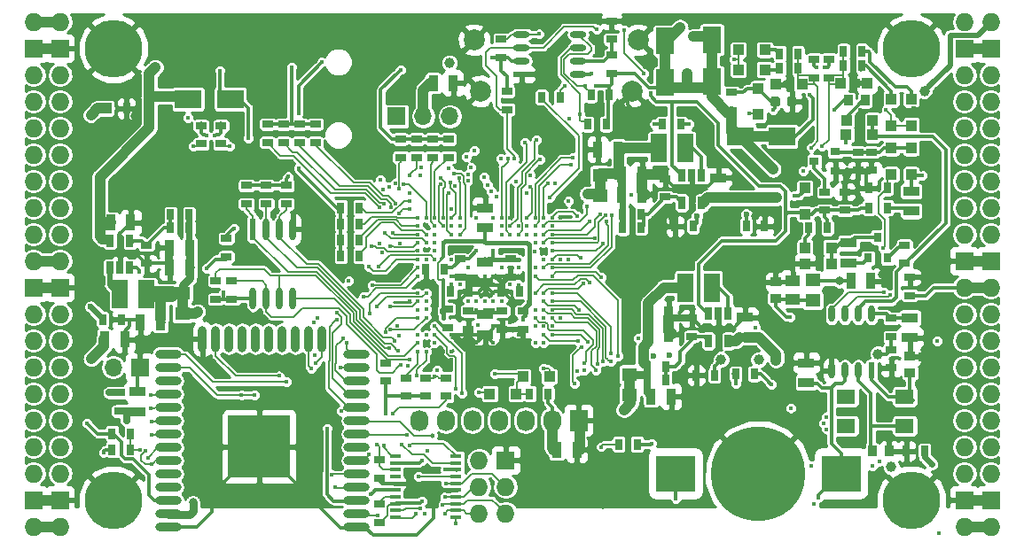
<source format=gbl>
G04 #@! TF.GenerationSoftware,KiCad,Pcbnew,5.0.0+dfsg1-1*
G04 #@! TF.CreationDate,2018-08-08T13:43:29+02:00*
G04 #@! TF.ProjectId,ulx3s,756C7833732E6B696361645F70636200,rev?*
G04 #@! TF.SameCoordinates,Original*
G04 #@! TF.FileFunction,Copper,L4,Bot,Signal*
G04 #@! TF.FilePolarity,Positive*
%FSLAX46Y46*%
G04 Gerber Fmt 4.6, Leading zero omitted, Abs format (unit mm)*
G04 Created by KiCad (PCBNEW 5.0.0+dfsg1-1) date Wed Aug  8 13:43:29 2018*
%MOMM*%
%LPD*%
G01*
G04 APERTURE LIST*
G04 #@! TA.AperFunction,EtchedComponent*
%ADD10C,1.000000*%
G04 #@! TD*
G04 #@! TA.AperFunction,ComponentPad*
%ADD11C,2.000000*%
G04 #@! TD*
G04 #@! TA.AperFunction,SMDPad,CuDef*
%ADD12O,2.500000X0.900000*%
G04 #@! TD*
G04 #@! TA.AperFunction,SMDPad,CuDef*
%ADD13O,0.900000X2.500000*%
G04 #@! TD*
G04 #@! TA.AperFunction,SMDPad,CuDef*
%ADD14R,6.000000X6.000000*%
G04 #@! TD*
G04 #@! TA.AperFunction,SMDPad,CuDef*
%ADD15R,0.670000X1.000000*%
G04 #@! TD*
G04 #@! TA.AperFunction,SMDPad,CuDef*
%ADD16R,1.400000X1.295000*%
G04 #@! TD*
G04 #@! TA.AperFunction,SMDPad,CuDef*
%ADD17R,2.500000X1.800000*%
G04 #@! TD*
G04 #@! TA.AperFunction,SMDPad,CuDef*
%ADD18R,1.800000X2.500000*%
G04 #@! TD*
G04 #@! TA.AperFunction,SMDPad,CuDef*
%ADD19R,3.700000X3.500000*%
G04 #@! TD*
G04 #@! TA.AperFunction,BGAPad,CuDef*
%ADD20C,9.000000*%
G04 #@! TD*
G04 #@! TA.AperFunction,SMDPad,CuDef*
%ADD21R,1.550000X0.600000*%
G04 #@! TD*
G04 #@! TA.AperFunction,SMDPad,CuDef*
%ADD22O,1.550000X0.600000*%
G04 #@! TD*
G04 #@! TA.AperFunction,SMDPad,CuDef*
%ADD23R,0.600000X2.100000*%
G04 #@! TD*
G04 #@! TA.AperFunction,SMDPad,CuDef*
%ADD24O,0.600000X2.100000*%
G04 #@! TD*
G04 #@! TA.AperFunction,SMDPad,CuDef*
%ADD25R,0.600000X1.550000*%
G04 #@! TD*
G04 #@! TA.AperFunction,SMDPad,CuDef*
%ADD26O,0.600000X1.550000*%
G04 #@! TD*
G04 #@! TA.AperFunction,SMDPad,CuDef*
%ADD27R,1.000000X0.400000*%
G04 #@! TD*
G04 #@! TA.AperFunction,SMDPad,CuDef*
%ADD28R,0.700000X1.200000*%
G04 #@! TD*
G04 #@! TA.AperFunction,ComponentPad*
%ADD29O,1.727200X1.727200*%
G04 #@! TD*
G04 #@! TA.AperFunction,ComponentPad*
%ADD30R,1.727200X1.727200*%
G04 #@! TD*
G04 #@! TA.AperFunction,ComponentPad*
%ADD31C,5.500000*%
G04 #@! TD*
G04 #@! TA.AperFunction,ComponentPad*
%ADD32R,1.727200X2.032000*%
G04 #@! TD*
G04 #@! TA.AperFunction,ComponentPad*
%ADD33O,1.727200X2.032000*%
G04 #@! TD*
G04 #@! TA.AperFunction,SMDPad,CuDef*
%ADD34R,1.800000X1.400000*%
G04 #@! TD*
G04 #@! TA.AperFunction,SMDPad,CuDef*
%ADD35R,0.970000X1.500000*%
G04 #@! TD*
G04 #@! TA.AperFunction,SMDPad,CuDef*
%ADD36R,1.500000X0.970000*%
G04 #@! TD*
G04 #@! TA.AperFunction,SMDPad,CuDef*
%ADD37R,1.000000X0.670000*%
G04 #@! TD*
G04 #@! TA.AperFunction,SMDPad,CuDef*
%ADD38R,1.000000X1.000000*%
G04 #@! TD*
G04 #@! TA.AperFunction,BGAPad,CuDef*
%ADD39C,0.300000*%
G04 #@! TD*
G04 #@! TA.AperFunction,ComponentPad*
%ADD40R,1.700000X1.700000*%
G04 #@! TD*
G04 #@! TA.AperFunction,ComponentPad*
%ADD41O,1.700000X1.700000*%
G04 #@! TD*
G04 #@! TA.AperFunction,SMDPad,CuDef*
%ADD42R,1.500000X2.700000*%
G04 #@! TD*
G04 #@! TA.AperFunction,SMDPad,CuDef*
%ADD43R,0.800000X0.900000*%
G04 #@! TD*
G04 #@! TA.AperFunction,SMDPad,CuDef*
%ADD44R,0.900000X0.800000*%
G04 #@! TD*
G04 #@! TA.AperFunction,SMDPad,CuDef*
%ADD45R,0.820000X1.000000*%
G04 #@! TD*
G04 #@! TA.AperFunction,SMDPad,CuDef*
%ADD46R,1.000000X0.820000*%
G04 #@! TD*
G04 #@! TA.AperFunction,SMDPad,CuDef*
%ADD47R,1.400000X1.120000*%
G04 #@! TD*
G04 #@! TA.AperFunction,Conductor*
%ADD48C,0.100000*%
G04 #@! TD*
G04 #@! TA.AperFunction,SMDPad,CuDef*
%ADD49C,0.875000*%
G04 #@! TD*
G04 #@! TA.AperFunction,ViaPad*
%ADD50C,2.000000*%
G04 #@! TD*
G04 #@! TA.AperFunction,ViaPad*
%ADD51C,0.419000*%
G04 #@! TD*
G04 #@! TA.AperFunction,ViaPad*
%ADD52C,0.454000*%
G04 #@! TD*
G04 #@! TA.AperFunction,ViaPad*
%ADD53C,0.600000*%
G04 #@! TD*
G04 #@! TA.AperFunction,ViaPad*
%ADD54C,1.000000*%
G04 #@! TD*
G04 #@! TA.AperFunction,ViaPad*
%ADD55C,0.800000*%
G04 #@! TD*
G04 #@! TA.AperFunction,ViaPad*
%ADD56C,0.700000*%
G04 #@! TD*
G04 #@! TA.AperFunction,Conductor*
%ADD57C,0.300000*%
G04 #@! TD*
G04 #@! TA.AperFunction,Conductor*
%ADD58C,0.500000*%
G04 #@! TD*
G04 #@! TA.AperFunction,Conductor*
%ADD59C,1.000000*%
G04 #@! TD*
G04 #@! TA.AperFunction,Conductor*
%ADD60C,0.700000*%
G04 #@! TD*
G04 #@! TA.AperFunction,Conductor*
%ADD61C,0.127000*%
G04 #@! TD*
G04 #@! TA.AperFunction,Conductor*
%ADD62C,0.400000*%
G04 #@! TD*
G04 #@! TA.AperFunction,Conductor*
%ADD63C,0.800000*%
G04 #@! TD*
G04 #@! TA.AperFunction,Conductor*
%ADD64C,0.600000*%
G04 #@! TD*
G04 #@! TA.AperFunction,Conductor*
%ADD65C,0.200000*%
G04 #@! TD*
G04 #@! TA.AperFunction,Conductor*
%ADD66C,0.140000*%
G04 #@! TD*
G04 #@! TA.AperFunction,Conductor*
%ADD67C,0.190000*%
G04 #@! TD*
G04 #@! TA.AperFunction,Conductor*
%ADD68C,1.500000*%
G04 #@! TD*
G04 #@! TA.AperFunction,Conductor*
%ADD69C,0.254000*%
G04 #@! TD*
G04 APERTURE END LIST*
D10*
G04 #@! TO.C,RP3*
X149472000Y-77311000D02*
X149472000Y-79311000D01*
G04 #@! TO.C,RP2*
X109609000Y-88632000D02*
X109609000Y-90632000D01*
G04 #@! TO.C,RP1*
X152281000Y-96361000D02*
X152281000Y-98361000D01*
G04 #@! TO.C,RD9*
X166854000Y-73630000D02*
X162854000Y-73630000D01*
G04 #@! TO.C,RD52*
X160155000Y-64391000D02*
X160155000Y-68391000D01*
G04 #@! TO.C,RD51*
X155710000Y-68518000D02*
X155710000Y-64518000D01*
G04 #@! TD*
D11*
G04 #@! TO.P,GPDI1,0*
G04 #@! TO.N,GND*
X152546000Y-69312000D03*
X138046000Y-69312000D03*
X153146000Y-64412000D03*
X137446000Y-64412000D03*
G04 #@! TD*
D12*
G04 #@! TO.P,U9,38*
G04 #@! TO.N,GND*
X126230000Y-111000000D03*
G04 #@! TO.P,U9,37*
G04 #@! TO.N,JTAG_TDI*
X126230000Y-109730000D03*
G04 #@! TO.P,U9,36*
G04 #@! TO.N,PROG_DONE*
X126230000Y-108460000D03*
G04 #@! TO.P,U9,35*
G04 #@! TO.N,WIFI_TXD*
X126230000Y-107190000D03*
G04 #@! TO.P,U9,34*
G04 #@! TO.N,WIFI_RXD*
X126230000Y-105920000D03*
G04 #@! TO.P,U9,33*
G04 #@! TO.N,JTAG_TMS*
X126230000Y-104650000D03*
G04 #@! TO.P,U9,32*
G04 #@! TO.N,Net-(U9-Pad32)*
X126230000Y-103380000D03*
G04 #@! TO.P,U9,31*
G04 #@! TO.N,JTAG_TDO*
X126230000Y-102110000D03*
G04 #@! TO.P,U9,30*
G04 #@! TO.N,JTAG_TCK*
X126230000Y-100840000D03*
G04 #@! TO.P,U9,29*
G04 #@! TO.N,WIFI_GPIO5*
X126230000Y-99570000D03*
G04 #@! TO.P,U9,28*
G04 #@! TO.N,WIFI_GPIO17*
X126230000Y-98300000D03*
G04 #@! TO.P,U9,27*
G04 #@! TO.N,WIFI_GPIO16*
X126230000Y-97030000D03*
G04 #@! TO.P,U9,26*
G04 #@! TO.N,SD_D1*
X126230000Y-95760000D03*
G04 #@! TO.P,U9,25*
G04 #@! TO.N,WIFI_GPIO0*
X126230000Y-94490000D03*
D13*
G04 #@! TO.P,U9,24*
G04 #@! TO.N,SD_D0*
X122945000Y-93000000D03*
G04 #@! TO.P,U9,23*
G04 #@! TO.N,SD_CMD*
X121675000Y-93000000D03*
G04 #@! TO.P,U9,22*
G04 #@! TO.N,Net-(U9-Pad22)*
X120405000Y-93000000D03*
G04 #@! TO.P,U9,21*
G04 #@! TO.N,Net-(U9-Pad21)*
X119135000Y-93000000D03*
G04 #@! TO.P,U9,20*
G04 #@! TO.N,Net-(U9-Pad20)*
X117865000Y-93000000D03*
G04 #@! TO.P,U9,19*
G04 #@! TO.N,Net-(U9-Pad19)*
X116595000Y-93000000D03*
G04 #@! TO.P,U9,18*
G04 #@! TO.N,Net-(U9-Pad18)*
X115325000Y-93000000D03*
G04 #@! TO.P,U9,17*
G04 #@! TO.N,Net-(U9-Pad17)*
X114055000Y-93000000D03*
G04 #@! TO.P,U9,16*
G04 #@! TO.N,SD_D3*
X112785000Y-93000000D03*
G04 #@! TO.P,U9,15*
G04 #@! TO.N,GND*
X111515000Y-93000000D03*
D12*
G04 #@! TO.P,U9,14*
G04 #@! TO.N,SD_D2*
X108230000Y-94490000D03*
G04 #@! TO.P,U9,13*
G04 #@! TO.N,SD_CLK*
X108230000Y-95760000D03*
G04 #@! TO.P,U9,12*
G04 #@! TO.N,Net-(U9-Pad12)*
X108230000Y-97030000D03*
G04 #@! TO.P,U9,11*
G04 #@! TO.N,GP11*
X108230000Y-98300000D03*
G04 #@! TO.P,U9,10*
G04 #@! TO.N,GN11*
X108230000Y-99570000D03*
G04 #@! TO.P,U9,9*
G04 #@! TO.N,GP12*
X108230000Y-100840000D03*
G04 #@! TO.P,U9,8*
G04 #@! TO.N,GN12*
X108230000Y-102110000D03*
G04 #@! TO.P,U9,7*
G04 #@! TO.N,GP13*
X108230000Y-103380000D03*
G04 #@! TO.P,U9,6*
G04 #@! TO.N,GN13*
X108230000Y-104650000D03*
G04 #@! TO.P,U9,5*
G04 #@! TO.N,Net-(U9-Pad5)*
X108230000Y-105920000D03*
G04 #@! TO.P,U9,4*
G04 #@! TO.N,Net-(U9-Pad4)*
X108230000Y-107190000D03*
G04 #@! TO.P,U9,3*
G04 #@! TO.N,/wifi/WIFIEN*
X108230000Y-108460000D03*
G04 #@! TO.P,U9,2*
G04 #@! TO.N,+3V3*
X108230000Y-109730000D03*
G04 #@! TO.P,U9,1*
G04 #@! TO.N,GND*
X108230000Y-111000000D03*
D14*
G04 #@! TO.P,U9,39*
X116930000Y-103300000D03*
G04 #@! TD*
D15*
G04 #@! TO.P,C49,2*
G04 #@! TO.N,GND*
X103738000Y-91156000D03*
G04 #@! TO.P,C49,1*
G04 #@! TO.N,2V5_3V3*
X101988000Y-91156000D03*
G04 #@! TD*
D16*
G04 #@! TO.P,RP3,2*
G04 #@! TO.N,+3V3*
X149472000Y-79278500D03*
G04 #@! TO.P,RP3,1*
G04 #@! TO.N,/power/P3V3*
X149472000Y-77343500D03*
G04 #@! TD*
G04 #@! TO.P,RP2,2*
G04 #@! TO.N,+2V5*
X109609000Y-90599500D03*
G04 #@! TO.P,RP2,1*
G04 #@! TO.N,/power/P2V5*
X109609000Y-88664500D03*
G04 #@! TD*
G04 #@! TO.P,RP1,2*
G04 #@! TO.N,+1V1*
X152281000Y-98328500D03*
G04 #@! TO.P,RP1,1*
G04 #@! TO.N,/power/P1V1*
X152281000Y-96393500D03*
G04 #@! TD*
D17*
G04 #@! TO.P,RD9,2*
G04 #@! TO.N,+5V*
X162854000Y-73630000D03*
G04 #@! TO.P,RD9,1*
G04 #@! TO.N,/usb/US2VBUS*
X166854000Y-73630000D03*
G04 #@! TD*
D18*
G04 #@! TO.P,RD52,2*
G04 #@! TO.N,+5V*
X160155000Y-68391000D03*
G04 #@! TO.P,RD52,1*
G04 #@! TO.N,/gpio/OUT5V*
X160155000Y-64391000D03*
G04 #@! TD*
G04 #@! TO.P,RD51,2*
G04 #@! TO.N,/gpio/IN5V*
X155710000Y-64518000D03*
G04 #@! TO.P,RD51,1*
G04 #@! TO.N,+5V*
X155710000Y-68518000D03*
G04 #@! TD*
D19*
G04 #@! TO.P,BAT1,1*
G04 #@! TO.N,/power/VBAT*
X172485000Y-105870000D03*
X156685000Y-105870000D03*
D20*
G04 #@! TO.P,BAT1,2*
G04 #@! TO.N,GND*
X164585000Y-105870000D03*
G04 #@! TD*
D21*
G04 #@! TO.P,U11,1*
G04 #@! TO.N,GND*
X141980000Y-67706500D03*
D22*
G04 #@! TO.P,U11,2*
G04 #@! TO.N,+2V5*
X141980000Y-66436500D03*
G04 #@! TO.P,U11,3*
G04 #@! TO.N,FPDI_SCL*
X141980000Y-65166500D03*
G04 #@! TO.P,U11,4*
G04 #@! TO.N,FPDI_SDA*
X141980000Y-63896500D03*
G04 #@! TO.P,U11,5*
G04 #@! TO.N,GPDI_SDA*
X147380000Y-63896500D03*
G04 #@! TO.P,U11,6*
G04 #@! TO.N,GPDI_SCL*
X147380000Y-65166500D03*
G04 #@! TO.P,U11,7*
G04 #@! TO.N,/gpdi/VREF2*
X147380000Y-66436500D03*
G04 #@! TO.P,U11,8*
G04 #@! TO.N,+3V3*
X147380000Y-67706500D03*
G04 #@! TD*
D23*
G04 #@! TO.P,U10,1*
G04 #@! TO.N,/flash/FLASH_nCS*
X116340000Y-82520000D03*
D24*
G04 #@! TO.P,U10,2*
G04 #@! TO.N,/flash/FLASH_MISO*
X117610000Y-82520000D03*
G04 #@! TO.P,U10,3*
G04 #@! TO.N,/flash/FLASH_nWP*
X118880000Y-82520000D03*
G04 #@! TO.P,U10,4*
G04 #@! TO.N,GND*
X120150000Y-82520000D03*
G04 #@! TO.P,U10,5*
G04 #@! TO.N,/flash/FLASH_MOSI*
X120150000Y-89124000D03*
G04 #@! TO.P,U10,6*
G04 #@! TO.N,/flash/FLASH_SCK*
X118880000Y-89124000D03*
G04 #@! TO.P,U10,7*
G04 #@! TO.N,/flash/FLASH_nHOLD*
X117610000Y-89124000D03*
G04 #@! TO.P,U10,8*
G04 #@! TO.N,+3V3*
X116340000Y-89124000D03*
G04 #@! TD*
D25*
G04 #@! TO.P,U7,1*
G04 #@! TO.N,/power/OSCI_32k*
X175395000Y-96015000D03*
D26*
G04 #@! TO.P,U7,2*
G04 #@! TO.N,/power/OSCO_32k*
X174125000Y-96015000D03*
G04 #@! TO.P,U7,3*
G04 #@! TO.N,/power/VBAT*
X172855000Y-96015000D03*
G04 #@! TO.P,U7,4*
G04 #@! TO.N,GND*
X171585000Y-96015000D03*
G04 #@! TO.P,U7,5*
G04 #@! TO.N,FPDI_SDA*
X171585000Y-90615000D03*
G04 #@! TO.P,U7,6*
G04 #@! TO.N,FPDI_SCL*
X172855000Y-90615000D03*
G04 #@! TO.P,U7,7*
G04 #@! TO.N,/power/WAKEUPn*
X174125000Y-90615000D03*
G04 #@! TO.P,U7,8*
G04 #@! TO.N,/power/RTCVDD*
X175395000Y-90615000D03*
G04 #@! TD*
D27*
G04 #@! TO.P,U6,20*
G04 #@! TO.N,FTDI_TXD*
X129935000Y-104215000D03*
G04 #@! TO.P,U6,19*
G04 #@! TO.N,FTDI_nSLEEP*
X129935000Y-104865000D03*
G04 #@! TO.P,U6,18*
G04 #@! TO.N,FTDI_TXDEN*
X129935000Y-105515000D03*
G04 #@! TO.P,U6,17*
G04 #@! TO.N,FTDI_nRXLED*
X129935000Y-106165000D03*
G04 #@! TO.P,U6,16*
G04 #@! TO.N,GND*
X129935000Y-106815000D03*
G04 #@! TO.P,U6,15*
G04 #@! TO.N,USB5V*
X129935000Y-107465000D03*
G04 #@! TO.P,U6,14*
G04 #@! TO.N,nRESET*
X129935000Y-108115000D03*
G04 #@! TO.P,U6,13*
G04 #@! TO.N,FT2V5*
X129935000Y-108765000D03*
G04 #@! TO.P,U6,12*
G04 #@! TO.N,USB_FTDI_D-*
X129935000Y-109415000D03*
G04 #@! TO.P,U6,11*
G04 #@! TO.N,USB_FTDI_D+*
X129935000Y-110065000D03*
G04 #@! TO.P,U6,10*
G04 #@! TO.N,FTDI_nTXLED*
X135735000Y-110065000D03*
G04 #@! TO.P,U6,9*
G04 #@! TO.N,JTAG_TDO*
X135735000Y-109415000D03*
G04 #@! TO.P,U6,8*
G04 #@! TO.N,JTAG_TMS*
X135735000Y-108765000D03*
G04 #@! TO.P,U6,7*
G04 #@! TO.N,JTAG_TCK*
X135735000Y-108115000D03*
G04 #@! TO.P,U6,6*
G04 #@! TO.N,GND*
X135735000Y-107465000D03*
G04 #@! TO.P,U6,5*
G04 #@! TO.N,JTAG_TDI*
X135735000Y-106815000D03*
G04 #@! TO.P,U6,4*
G04 #@! TO.N,FTDI_RXD*
X135735000Y-106165000D03*
G04 #@! TO.P,U6,3*
G04 #@! TO.N,FT2V5*
X135735000Y-105515000D03*
G04 #@! TO.P,U6,2*
G04 #@! TO.N,FTDI_nRTS*
X135735000Y-104865000D03*
G04 #@! TO.P,U6,1*
G04 #@! TO.N,FTDI_nDTR*
X135735000Y-104215000D03*
G04 #@! TD*
D28*
G04 #@! TO.P,U5,1*
G04 #@! TO.N,/power/PWREN*
X157285000Y-77392000D03*
G04 #@! TO.P,U5,2*
G04 #@! TO.N,GND*
X158235000Y-77392000D03*
G04 #@! TO.P,U5,3*
G04 #@! TO.N,/power/L3*
X159185000Y-77392000D03*
G04 #@! TO.P,U5,4*
G04 #@! TO.N,+5V*
X159185000Y-79992000D03*
G04 #@! TO.P,U5,5*
G04 #@! TO.N,/power/FB3*
X157285000Y-79992000D03*
G04 #@! TD*
G04 #@! TO.P,U3,1*
G04 #@! TO.N,/power/PWREN*
X159825000Y-90600000D03*
G04 #@! TO.P,U3,2*
G04 #@! TO.N,GND*
X160775000Y-90600000D03*
G04 #@! TO.P,U3,3*
G04 #@! TO.N,/power/L1*
X161725000Y-90600000D03*
G04 #@! TO.P,U3,4*
G04 #@! TO.N,+5V*
X161725000Y-93200000D03*
G04 #@! TO.P,U3,5*
G04 #@! TO.N,/power/FB1*
X159825000Y-93200000D03*
G04 #@! TD*
G04 #@! TO.P,U4,1*
G04 #@! TO.N,/power/PWREN*
X104575000Y-86215000D03*
G04 #@! TO.P,U4,2*
G04 #@! TO.N,GND*
X103625000Y-86215000D03*
G04 #@! TO.P,U4,3*
G04 #@! TO.N,/power/L2*
X102675000Y-86215000D03*
G04 #@! TO.P,U4,4*
G04 #@! TO.N,+5V*
X102675000Y-83615000D03*
G04 #@! TO.P,U4,5*
G04 #@! TO.N,/power/FB2*
X104575000Y-83615000D03*
G04 #@! TD*
D29*
G04 #@! TO.P,J1,1*
G04 #@! TO.N,2V5_3V3*
X97910000Y-62690000D03*
G04 #@! TO.P,J1,2*
X95370000Y-62690000D03*
D30*
G04 #@! TO.P,J1,3*
G04 #@! TO.N,GND*
X97910000Y-65230000D03*
G04 #@! TO.P,J1,4*
X95370000Y-65230000D03*
D29*
G04 #@! TO.P,J1,5*
G04 #@! TO.N,GN0*
X97910000Y-67770000D03*
G04 #@! TO.P,J1,6*
G04 #@! TO.N,GP0*
X95370000Y-67770000D03*
G04 #@! TO.P,J1,7*
G04 #@! TO.N,GN1*
X97910000Y-70310000D03*
G04 #@! TO.P,J1,8*
G04 #@! TO.N,GP1*
X95370000Y-70310000D03*
G04 #@! TO.P,J1,9*
G04 #@! TO.N,GN2*
X97910000Y-72850000D03*
G04 #@! TO.P,J1,10*
G04 #@! TO.N,GP2*
X95370000Y-72850000D03*
G04 #@! TO.P,J1,11*
G04 #@! TO.N,GN3*
X97910000Y-75390000D03*
G04 #@! TO.P,J1,12*
G04 #@! TO.N,GP3*
X95370000Y-75390000D03*
G04 #@! TO.P,J1,13*
G04 #@! TO.N,GN4*
X97910000Y-77930000D03*
G04 #@! TO.P,J1,14*
G04 #@! TO.N,GP4*
X95370000Y-77930000D03*
G04 #@! TO.P,J1,15*
G04 #@! TO.N,GN5*
X97910000Y-80470000D03*
G04 #@! TO.P,J1,16*
G04 #@! TO.N,GP5*
X95370000Y-80470000D03*
G04 #@! TO.P,J1,17*
G04 #@! TO.N,GN6*
X97910000Y-83010000D03*
G04 #@! TO.P,J1,18*
G04 #@! TO.N,GP6*
X95370000Y-83010000D03*
G04 #@! TO.P,J1,19*
G04 #@! TO.N,2V5_3V3*
X97910000Y-85550000D03*
G04 #@! TO.P,J1,20*
X95370000Y-85550000D03*
D30*
G04 #@! TO.P,J1,21*
G04 #@! TO.N,GND*
X97910000Y-88090000D03*
G04 #@! TO.P,J1,22*
X95370000Y-88090000D03*
D29*
G04 #@! TO.P,J1,23*
G04 #@! TO.N,GN7*
X97910000Y-90630000D03*
G04 #@! TO.P,J1,24*
G04 #@! TO.N,GP7*
X95370000Y-90630000D03*
G04 #@! TO.P,J1,25*
G04 #@! TO.N,GN8*
X97910000Y-93170000D03*
G04 #@! TO.P,J1,26*
G04 #@! TO.N,GP8*
X95370000Y-93170000D03*
G04 #@! TO.P,J1,27*
G04 #@! TO.N,GN9*
X97910000Y-95710000D03*
G04 #@! TO.P,J1,28*
G04 #@! TO.N,GP9*
X95370000Y-95710000D03*
G04 #@! TO.P,J1,29*
G04 #@! TO.N,GN10*
X97910000Y-98250000D03*
G04 #@! TO.P,J1,30*
G04 #@! TO.N,GP10*
X95370000Y-98250000D03*
G04 #@! TO.P,J1,31*
G04 #@! TO.N,GN11*
X97910000Y-100790000D03*
G04 #@! TO.P,J1,32*
G04 #@! TO.N,GP11*
X95370000Y-100790000D03*
G04 #@! TO.P,J1,33*
G04 #@! TO.N,GN12*
X97910000Y-103330000D03*
G04 #@! TO.P,J1,34*
G04 #@! TO.N,GP12*
X95370000Y-103330000D03*
G04 #@! TO.P,J1,35*
G04 #@! TO.N,GN13*
X97910000Y-105870000D03*
G04 #@! TO.P,J1,36*
G04 #@! TO.N,GP13*
X95370000Y-105870000D03*
D30*
G04 #@! TO.P,J1,37*
G04 #@! TO.N,GND*
X97910000Y-108410000D03*
G04 #@! TO.P,J1,38*
X95370000Y-108410000D03*
D29*
G04 #@! TO.P,J1,39*
G04 #@! TO.N,2V5_3V3*
X97910000Y-110950000D03*
G04 #@! TO.P,J1,40*
X95370000Y-110950000D03*
G04 #@! TD*
G04 #@! TO.P,J2,1*
G04 #@! TO.N,+3V3*
X184270000Y-110950000D03*
G04 #@! TO.P,J2,2*
X186810000Y-110950000D03*
D30*
G04 #@! TO.P,J2,3*
G04 #@! TO.N,GND*
X184270000Y-108410000D03*
G04 #@! TO.P,J2,4*
X186810000Y-108410000D03*
D29*
G04 #@! TO.P,J2,5*
G04 #@! TO.N,GN14*
X184270000Y-105870000D03*
G04 #@! TO.P,J2,6*
G04 #@! TO.N,GP14*
X186810000Y-105870000D03*
G04 #@! TO.P,J2,7*
G04 #@! TO.N,GN15*
X184270000Y-103330000D03*
G04 #@! TO.P,J2,8*
G04 #@! TO.N,GP15*
X186810000Y-103330000D03*
G04 #@! TO.P,J2,9*
G04 #@! TO.N,GN16*
X184270000Y-100790000D03*
G04 #@! TO.P,J2,10*
G04 #@! TO.N,GP16*
X186810000Y-100790000D03*
G04 #@! TO.P,J2,11*
G04 #@! TO.N,GN17*
X184270000Y-98250000D03*
G04 #@! TO.P,J2,12*
G04 #@! TO.N,GP17*
X186810000Y-98250000D03*
G04 #@! TO.P,J2,13*
G04 #@! TO.N,GN18*
X184270000Y-95710000D03*
G04 #@! TO.P,J2,14*
G04 #@! TO.N,GP18*
X186810000Y-95710000D03*
G04 #@! TO.P,J2,15*
G04 #@! TO.N,GN19*
X184270000Y-93170000D03*
G04 #@! TO.P,J2,16*
G04 #@! TO.N,GP19*
X186810000Y-93170000D03*
G04 #@! TO.P,J2,17*
G04 #@! TO.N,GN20*
X184270000Y-90630000D03*
G04 #@! TO.P,J2,18*
G04 #@! TO.N,GP20*
X186810000Y-90630000D03*
G04 #@! TO.P,J2,19*
G04 #@! TO.N,+3V3*
X184270000Y-88090000D03*
G04 #@! TO.P,J2,20*
X186810000Y-88090000D03*
D30*
G04 #@! TO.P,J2,21*
G04 #@! TO.N,GND*
X184270000Y-85550000D03*
G04 #@! TO.P,J2,22*
X186810000Y-85550000D03*
D29*
G04 #@! TO.P,J2,23*
G04 #@! TO.N,GN21*
X184270000Y-83010000D03*
G04 #@! TO.P,J2,24*
G04 #@! TO.N,GP21*
X186810000Y-83010000D03*
G04 #@! TO.P,J2,25*
G04 #@! TO.N,GN22*
X184270000Y-80470000D03*
G04 #@! TO.P,J2,26*
G04 #@! TO.N,GP22*
X186810000Y-80470000D03*
G04 #@! TO.P,J2,27*
G04 #@! TO.N,GN23*
X184270000Y-77930000D03*
G04 #@! TO.P,J2,28*
G04 #@! TO.N,GP23*
X186810000Y-77930000D03*
G04 #@! TO.P,J2,29*
G04 #@! TO.N,GN24*
X184270000Y-75390000D03*
G04 #@! TO.P,J2,30*
G04 #@! TO.N,GP24*
X186810000Y-75390000D03*
G04 #@! TO.P,J2,31*
G04 #@! TO.N,GN25*
X184270000Y-72850000D03*
G04 #@! TO.P,J2,32*
G04 #@! TO.N,GP25*
X186810000Y-72850000D03*
G04 #@! TO.P,J2,33*
G04 #@! TO.N,GN26*
X184270000Y-70310000D03*
G04 #@! TO.P,J2,34*
G04 #@! TO.N,GP26*
X186810000Y-70310000D03*
G04 #@! TO.P,J2,35*
G04 #@! TO.N,GN27*
X184270000Y-67770000D03*
G04 #@! TO.P,J2,36*
G04 #@! TO.N,GP27*
X186810000Y-67770000D03*
D30*
G04 #@! TO.P,J2,37*
G04 #@! TO.N,GND*
X184270000Y-65230000D03*
G04 #@! TO.P,J2,38*
X186810000Y-65230000D03*
D29*
G04 #@! TO.P,J2,39*
G04 #@! TO.N,/gpio/IN5V*
X184270000Y-62690000D03*
G04 #@! TO.P,J2,40*
G04 #@! TO.N,/gpio/OUT5V*
X186810000Y-62690000D03*
G04 #@! TD*
D31*
G04 #@! TO.P,H1,1*
G04 #@! TO.N,GND*
X102990000Y-108410000D03*
G04 #@! TD*
G04 #@! TO.P,H2,1*
G04 #@! TO.N,GND*
X179190000Y-108410000D03*
G04 #@! TD*
G04 #@! TO.P,H3,1*
G04 #@! TO.N,GND*
X179190000Y-65230000D03*
G04 #@! TD*
G04 #@! TO.P,H4,1*
G04 #@! TO.N,GND*
X102990000Y-65230000D03*
G04 #@! TD*
D30*
G04 #@! TO.P,J4,1*
G04 #@! TO.N,GND*
X140455000Y-104600000D03*
D29*
G04 #@! TO.P,J4,2*
G04 #@! TO.N,+3V3*
X137915000Y-104600000D03*
G04 #@! TO.P,J4,3*
G04 #@! TO.N,JTAG_TDI*
X140455000Y-107140000D03*
G04 #@! TO.P,J4,4*
G04 #@! TO.N,JTAG_TCK*
X137915000Y-107140000D03*
G04 #@! TO.P,J4,5*
G04 #@! TO.N,JTAG_TMS*
X140455000Y-109680000D03*
G04 #@! TO.P,J4,6*
G04 #@! TO.N,JTAG_TDO*
X137915000Y-109680000D03*
G04 #@! TD*
D32*
G04 #@! TO.P,OLED1,1*
G04 #@! TO.N,GND*
X147440000Y-100790000D03*
D33*
G04 #@! TO.P,OLED1,2*
G04 #@! TO.N,+3V3*
X144900000Y-100790000D03*
G04 #@! TO.P,OLED1,3*
G04 #@! TO.N,OLED_CLK*
X142360000Y-100790000D03*
G04 #@! TO.P,OLED1,4*
G04 #@! TO.N,OLED_MOSI*
X139820000Y-100790000D03*
G04 #@! TO.P,OLED1,5*
G04 #@! TO.N,OLED_RES*
X137280000Y-100790000D03*
G04 #@! TO.P,OLED1,6*
G04 #@! TO.N,OLED_DC*
X134740000Y-100790000D03*
G04 #@! TO.P,OLED1,7*
G04 #@! TO.N,OLED_CS*
X132200000Y-100790000D03*
G04 #@! TD*
D34*
G04 #@! TO.P,Y2,4*
G04 #@! TO.N,/power/OSCI_32k*
X178576000Y-98522000D03*
G04 #@! TO.P,Y2,3*
G04 #@! TO.N,Net-(Y2-Pad3)*
X172976000Y-98522000D03*
G04 #@! TO.P,Y2,2*
G04 #@! TO.N,Net-(Y2-Pad2)*
X172976000Y-101322000D03*
G04 #@! TO.P,Y2,1*
G04 #@! TO.N,/power/OSCO_32k*
X178576000Y-101322000D03*
G04 #@! TD*
D35*
G04 #@! TO.P,C47,1*
G04 #@! TO.N,2V5_3V3*
X133546000Y-68550000D03*
G04 #@! TO.P,C47,2*
G04 #@! TO.N,GND*
X135456000Y-68550000D03*
G04 #@! TD*
G04 #@! TO.P,C1,1*
G04 #@! TO.N,+5V*
X102748500Y-81885000D03*
G04 #@! TO.P,C1,2*
G04 #@! TO.N,GND*
X104658500Y-81885000D03*
G04 #@! TD*
D15*
G04 #@! TO.P,C2,1*
G04 #@! TO.N,/power/P1V1*
X153985000Y-96910000D03*
G04 #@! TO.P,C2,2*
G04 #@! TO.N,/power/FB1*
X155735000Y-96910000D03*
G04 #@! TD*
D35*
G04 #@! TO.P,C3,2*
G04 #@! TO.N,GND*
X156015000Y-90630000D03*
G04 #@! TO.P,C3,1*
G04 #@! TO.N,/power/P1V1*
X154105000Y-90630000D03*
G04 #@! TD*
G04 #@! TO.P,C4,1*
G04 #@! TO.N,/power/P1V1*
X154105000Y-92535000D03*
G04 #@! TO.P,C4,2*
G04 #@! TO.N,GND*
X156015000Y-92535000D03*
G04 #@! TD*
D36*
G04 #@! TO.P,C5,2*
G04 #@! TO.N,GND*
X163315000Y-90945000D03*
G04 #@! TO.P,C5,1*
G04 #@! TO.N,+5V*
X163315000Y-92855000D03*
G04 #@! TD*
D15*
G04 #@! TO.P,C6,1*
G04 #@! TO.N,/power/P3V3*
X151645000Y-82375000D03*
G04 #@! TO.P,C6,2*
G04 #@! TO.N,/power/FB3*
X153395000Y-82375000D03*
G04 #@! TD*
D35*
G04 #@! TO.P,C7,2*
G04 #@! TO.N,GND*
X153475000Y-79200000D03*
G04 #@! TO.P,C7,1*
G04 #@! TO.N,/power/P3V3*
X151565000Y-79200000D03*
G04 #@! TD*
G04 #@! TO.P,C8,2*
G04 #@! TO.N,GND*
X153475000Y-77295000D03*
G04 #@! TO.P,C8,1*
G04 #@! TO.N,/power/P3V3*
X151565000Y-77295000D03*
G04 #@! TD*
D36*
G04 #@! TO.P,C9,1*
G04 #@! TO.N,+5V*
X160775000Y-79520000D03*
G04 #@! TO.P,C9,2*
G04 #@! TO.N,GND*
X160775000Y-77610000D03*
G04 #@! TD*
D15*
G04 #@! TO.P,C10,2*
G04 #@! TO.N,/power/FB2*
X108465000Y-81105000D03*
G04 #@! TO.P,C10,1*
G04 #@! TO.N,/power/P2V5*
X110215000Y-81105000D03*
G04 #@! TD*
D35*
G04 #@! TO.P,C11,2*
G04 #@! TO.N,GND*
X108385000Y-84280000D03*
G04 #@! TO.P,C11,1*
G04 #@! TO.N,/power/P2V5*
X110295000Y-84280000D03*
G04 #@! TD*
G04 #@! TO.P,C12,1*
G04 #@! TO.N,/power/P2V5*
X110295000Y-86185000D03*
G04 #@! TO.P,C12,2*
G04 #@! TO.N,GND*
X108385000Y-86185000D03*
G04 #@! TD*
D36*
G04 #@! TO.P,C13,2*
G04 #@! TO.N,/power/WKUP*
X173221000Y-83833000D03*
G04 #@! TO.P,C13,1*
G04 #@! TO.N,+5V*
X173221000Y-85743000D03*
G04 #@! TD*
D37*
G04 #@! TO.P,C14,2*
G04 #@! TO.N,GND*
X175380000Y-76900000D03*
G04 #@! TO.P,C14,1*
G04 #@! TO.N,/power/SHUT*
X175380000Y-75150000D03*
G04 #@! TD*
D36*
G04 #@! TO.P,C15,1*
G04 #@! TO.N,/sdcard/SD3V3*
X105276000Y-99967000D03*
G04 #@! TO.P,C15,2*
G04 #@! TO.N,GND*
X105276000Y-98057000D03*
G04 #@! TD*
D35*
G04 #@! TO.P,C16,1*
G04 #@! TO.N,+3V3*
X173424000Y-87473000D03*
G04 #@! TO.P,C16,2*
G04 #@! TO.N,GND*
X175334000Y-87473000D03*
G04 #@! TD*
D36*
G04 #@! TO.P,C17,1*
G04 #@! TO.N,+1V1*
X138500000Y-90665000D03*
G04 #@! TO.P,C17,2*
G04 #@! TO.N,GND*
X138500000Y-92575000D03*
G04 #@! TD*
D37*
G04 #@! TO.P,C18,1*
G04 #@! TO.N,/gpdi/VREF2*
X150589600Y-64359000D03*
G04 #@! TO.P,C18,2*
G04 #@! TO.N,GND*
X150589600Y-62609000D03*
G04 #@! TD*
D36*
G04 #@! TO.P,C19,1*
G04 #@! TO.N,+2V5*
X138500000Y-82375000D03*
G04 #@! TO.P,C19,2*
G04 #@! TO.N,GND*
X138500000Y-80465000D03*
G04 #@! TD*
G04 #@! TO.P,C20,2*
G04 #@! TO.N,GND*
X138500000Y-87575000D03*
G04 #@! TO.P,C20,1*
G04 #@! TO.N,+3V3*
X138500000Y-85665000D03*
G04 #@! TD*
D35*
G04 #@! TO.P,C21,2*
G04 #@! TO.N,GND*
X104072000Y-93061000D03*
G04 #@! TO.P,C21,1*
G04 #@! TO.N,+3V3*
X102162000Y-93061000D03*
G04 #@! TD*
G04 #@! TO.P,C22,1*
G04 #@! TO.N,/power/P1V1*
X154359000Y-98504000D03*
G04 #@! TO.P,C22,2*
G04 #@! TO.N,GND*
X156269000Y-98504000D03*
G04 #@! TD*
G04 #@! TO.P,C23,2*
G04 #@! TO.N,GND*
X105591000Y-91392000D03*
G04 #@! TO.P,C23,1*
G04 #@! TO.N,/power/P2V5*
X107501000Y-91392000D03*
G04 #@! TD*
G04 #@! TO.P,C24,1*
G04 #@! TO.N,/power/P3V3*
X151189000Y-74882000D03*
G04 #@! TO.P,C24,2*
G04 #@! TO.N,GND*
X149279000Y-74882000D03*
G04 #@! TD*
D37*
G04 #@! TO.P,C25,2*
G04 #@! TO.N,GND*
X140900000Y-87095000D03*
G04 #@! TO.P,C25,1*
G04 #@! TO.N,+3V3*
X140900000Y-85345000D03*
G04 #@! TD*
G04 #@! TO.P,C26,2*
G04 #@! TO.N,GND*
X136100000Y-87095000D03*
G04 #@! TO.P,C26,1*
G04 #@! TO.N,2V5_3V3*
X136100000Y-85345000D03*
G04 #@! TD*
G04 #@! TO.P,C27,2*
G04 #@! TO.N,GND*
X136900000Y-92095000D03*
G04 #@! TO.P,C27,1*
G04 #@! TO.N,+1V1*
X136900000Y-90345000D03*
G04 #@! TD*
G04 #@! TO.P,C28,1*
G04 #@! TO.N,+1V1*
X140100000Y-90345000D03*
G04 #@! TO.P,C28,2*
G04 #@! TO.N,GND*
X140100000Y-92095000D03*
G04 #@! TD*
G04 #@! TO.P,C29,2*
G04 #@! TO.N,GND*
X142100000Y-92095000D03*
G04 #@! TO.P,C29,1*
G04 #@! TO.N,+2V5*
X142100000Y-90345000D03*
G04 #@! TD*
G04 #@! TO.P,C30,1*
G04 #@! TO.N,+2V5*
X134900000Y-90145000D03*
G04 #@! TO.P,C30,2*
G04 #@! TO.N,GND*
X134900000Y-91895000D03*
G04 #@! TD*
D15*
G04 #@! TO.P,C31,1*
G04 #@! TO.N,+3V3*
X135225000Y-88420000D03*
G04 #@! TO.P,C31,2*
G04 #@! TO.N,GND*
X136975000Y-88420000D03*
G04 #@! TD*
G04 #@! TO.P,C32,2*
G04 #@! TO.N,GND*
X140025000Y-88420000D03*
G04 #@! TO.P,C32,1*
G04 #@! TO.N,+3V3*
X141775000Y-88420000D03*
G04 #@! TD*
G04 #@! TO.P,C33,1*
G04 #@! TO.N,+3V3*
X163425000Y-82220000D03*
G04 #@! TO.P,C33,2*
G04 #@! TO.N,GND*
X165175000Y-82220000D03*
G04 #@! TD*
G04 #@! TO.P,C34,1*
G04 #@! TO.N,+3V3*
X158375000Y-82220000D03*
G04 #@! TO.P,C34,2*
G04 #@! TO.N,GND*
X156625000Y-82220000D03*
G04 #@! TD*
D37*
G04 #@! TO.P,C35,1*
G04 #@! TO.N,+3V3*
X177300000Y-94025000D03*
G04 #@! TO.P,C35,2*
G04 #@! TO.N,GND*
X177300000Y-95775000D03*
G04 #@! TD*
D35*
G04 #@! TO.P,C46,1*
G04 #@! TO.N,+3V3*
X145342000Y-103584000D03*
G04 #@! TO.P,C46,2*
G04 #@! TO.N,GND*
X147252000Y-103584000D03*
G04 #@! TD*
D15*
G04 #@! TO.P,C48,2*
G04 #@! TO.N,GND*
X104246000Y-70963000D03*
G04 #@! TO.P,C48,1*
G04 #@! TO.N,2V5_3V3*
X102496000Y-70963000D03*
G04 #@! TD*
D37*
G04 #@! TO.P,C50,1*
G04 #@! TO.N,+3V3*
X179063000Y-88856000D03*
G04 #@! TO.P,C50,2*
G04 #@! TO.N,GND*
X179063000Y-87106000D03*
G04 #@! TD*
D15*
G04 #@! TO.P,C51,1*
G04 #@! TO.N,+3V3*
X180473000Y-103711000D03*
G04 #@! TO.P,C51,2*
G04 #@! TO.N,GND*
X178723000Y-103711000D03*
G04 #@! TD*
G04 #@! TO.P,C52,2*
G04 #@! TO.N,GND*
X158645000Y-96490000D03*
G04 #@! TO.P,C52,1*
G04 #@! TO.N,+3V3*
X160395000Y-96490000D03*
G04 #@! TD*
G04 #@! TO.P,C53,2*
G04 #@! TO.N,GND*
X132827200Y-86330000D03*
G04 #@! TO.P,C53,1*
G04 #@! TO.N,2V5_3V3*
X134577200Y-86330000D03*
G04 #@! TD*
D36*
G04 #@! TO.P,C54,2*
G04 #@! TO.N,GND*
X169172000Y-95281000D03*
G04 #@! TO.P,C54,1*
G04 #@! TO.N,/power/VBAT*
X169172000Y-97191000D03*
G04 #@! TD*
G04 #@! TO.P,D11,1*
G04 #@! TO.N,/power/HOLD*
X179190000Y-80790000D03*
G04 #@! TO.P,D11,2*
G04 #@! TO.N,+3V3*
X179190000Y-78880000D03*
G04 #@! TD*
D38*
G04 #@! TO.P,D10,1*
G04 #@! TO.N,/power/WAKE*
X169050000Y-84280000D03*
G04 #@! TO.P,D10,2*
G04 #@! TO.N,/power/WKUP*
X171550000Y-84280000D03*
G04 #@! TD*
G04 #@! TO.P,D12,2*
G04 #@! TO.N,/power/FTDI_nSUSPEND*
X169030000Y-78585000D03*
G04 #@! TO.P,D12,1*
G04 #@! TO.N,/power/PWREN*
X169030000Y-81085000D03*
G04 #@! TD*
G04 #@! TO.P,D13,1*
G04 #@! TO.N,/power/WKUP*
X171550000Y-85804000D03*
G04 #@! TO.P,D13,2*
G04 #@! TO.N,GND*
X169050000Y-85804000D03*
G04 #@! TD*
G04 #@! TO.P,D14,2*
G04 #@! TO.N,/power/SHUT*
X179190000Y-74775000D03*
G04 #@! TO.P,D14,1*
G04 #@! TO.N,+3V3*
X179190000Y-77275000D03*
G04 #@! TD*
G04 #@! TO.P,D15,2*
G04 #@! TO.N,SHUTDOWN*
X177285000Y-77275000D03*
G04 #@! TO.P,D15,1*
G04 #@! TO.N,/power/SHUT*
X177285000Y-74775000D03*
G04 #@! TD*
G04 #@! TO.P,D16,1*
G04 #@! TO.N,PWRBTn*
X172987000Y-73503000D03*
G04 #@! TO.P,D16,2*
G04 #@! TO.N,/power/WAKEUPn*
X175487000Y-73503000D03*
G04 #@! TD*
G04 #@! TO.P,D17,1*
G04 #@! TO.N,PWRBTn*
X164585000Y-69060000D03*
G04 #@! TO.P,D17,2*
G04 #@! TO.N,BTN_PWRn*
X164585000Y-71560000D03*
G04 #@! TD*
G04 #@! TO.P,D20,1*
G04 #@! TO.N,USB_FPGA_D+*
X168756000Y-68659000D03*
G04 #@! TO.P,D20,2*
G04 #@! TO.N,GND*
X166256000Y-68659000D03*
G04 #@! TD*
G04 #@! TO.P,D21,2*
G04 #@! TO.N,GND*
X174979000Y-68550000D03*
G04 #@! TO.P,D21,1*
G04 #@! TO.N,USB_FPGA_D-*
X172479000Y-68550000D03*
G04 #@! TD*
G04 #@! TO.P,D23,2*
G04 #@! TO.N,Net-(D23-Pad2)*
X165200000Y-67262000D03*
G04 #@! TO.P,D23,1*
G04 #@! TO.N,USB_FPGA_PULL_D+*
X162700000Y-67262000D03*
G04 #@! TD*
G04 #@! TO.P,D24,2*
G04 #@! TO.N,USB_FPGA_PULL_D+*
X162700000Y-65357000D03*
G04 #@! TO.P,D24,1*
G04 #@! TO.N,Net-(D24-Pad1)*
X165200000Y-65357000D03*
G04 #@! TD*
G04 #@! TO.P,D25,1*
G04 #@! TO.N,USB_FPGA_PULL_D-*
X177285000Y-72594000D03*
G04 #@! TO.P,D25,2*
G04 #@! TO.N,Net-(D25-Pad2)*
X177285000Y-70094000D03*
G04 #@! TD*
G04 #@! TO.P,D26,1*
G04 #@! TO.N,Net-(D26-Pad1)*
X179190000Y-70094000D03*
G04 #@! TO.P,D26,2*
G04 #@! TO.N,USB_FPGA_PULL_D-*
X179190000Y-72594000D03*
G04 #@! TD*
D39*
G04 #@! TO.P,AE1,1*
G04 #@! TO.N,/usb/ANT_433MHz*
X181872000Y-111603000D03*
G04 #@! TD*
D37*
G04 #@! TO.P,R49,1*
G04 #@! TO.N,USB_FTDI_D-*
X113277000Y-74360000D03*
G04 #@! TO.P,R49,2*
G04 #@! TO.N,/usb/FTD-*
X113277000Y-72610000D03*
G04 #@! TD*
G04 #@! TO.P,R50,2*
G04 #@! TO.N,/usb/FTD+*
X111372000Y-72610000D03*
G04 #@! TO.P,R50,1*
G04 #@! TO.N,USB_FTDI_D+*
X111372000Y-74360000D03*
G04 #@! TD*
D15*
G04 #@! TO.P,R51,2*
G04 #@! TO.N,/blinkey/SWPU*
X155455000Y-72487000D03*
G04 #@! TO.P,R51,1*
G04 #@! TO.N,2V5_3V3*
X157205000Y-72487000D03*
G04 #@! TD*
D37*
G04 #@! TO.P,R52,2*
G04 #@! TO.N,/usb/FPD-*
X171331000Y-66278000D03*
G04 #@! TO.P,R52,1*
G04 #@! TO.N,USB_FPGA_D-*
X171331000Y-68028000D03*
G04 #@! TD*
G04 #@! TO.P,R53,1*
G04 #@! TO.N,USB_FPGA_D+*
X169919000Y-68028000D03*
G04 #@! TO.P,R53,2*
G04 #@! TO.N,/usb/FPD+*
X169919000Y-66278000D03*
G04 #@! TD*
D15*
G04 #@! TO.P,R54,2*
G04 #@! TO.N,Net-(D26-Pad1)*
X174477000Y-65502000D03*
G04 #@! TO.P,R54,1*
G04 #@! TO.N,USB_FPGA_D-*
X172727000Y-65502000D03*
G04 #@! TD*
D37*
G04 #@! TO.P,R56,1*
G04 #@! TO.N,GND*
X128390000Y-106321000D03*
G04 #@! TO.P,R56,2*
G04 #@! TO.N,FTDI_TXDEN*
X128390000Y-104571000D03*
G04 #@! TD*
G04 #@! TO.P,R57,2*
G04 #@! TO.N,/analog/AUDIO_V*
X117722000Y-72483000D03*
G04 #@! TO.P,R57,1*
G04 #@! TO.N,AUDIO_V0*
X117722000Y-74233000D03*
G04 #@! TD*
G04 #@! TO.P,R58,1*
G04 #@! TO.N,AUDIO_V1*
X119246000Y-74233000D03*
G04 #@! TO.P,R58,2*
G04 #@! TO.N,/analog/AUDIO_V*
X119246000Y-72483000D03*
G04 #@! TD*
G04 #@! TO.P,R59,2*
G04 #@! TO.N,/analog/AUDIO_V*
X120770000Y-72483000D03*
G04 #@! TO.P,R59,1*
G04 #@! TO.N,AUDIO_V2*
X120770000Y-74233000D03*
G04 #@! TD*
G04 #@! TO.P,R60,1*
G04 #@! TO.N,AUDIO_V3*
X122294000Y-74233000D03*
G04 #@! TO.P,R60,2*
G04 #@! TO.N,/analog/AUDIO_V*
X122294000Y-72483000D03*
G04 #@! TD*
D15*
G04 #@! TO.P,R61,1*
G04 #@! TO.N,GPDI_CEC*
X145655000Y-69900000D03*
G04 #@! TO.P,R61,2*
G04 #@! TO.N,/gpdi/FPDI_CEC*
X143905000Y-69900000D03*
G04 #@! TD*
D40*
G04 #@! TO.P,J3,1*
G04 #@! TO.N,GND*
X105530000Y-95710000D03*
D41*
G04 #@! TO.P,J3,2*
G04 #@! TO.N,/wifi/WIFIEN*
X102990000Y-95710000D03*
G04 #@! TD*
D40*
G04 #@! TO.P,J5,1*
G04 #@! TO.N,+2V5*
X130056000Y-71725000D03*
D41*
G04 #@! TO.P,J5,2*
G04 #@! TO.N,2V5_3V3*
X132596000Y-71725000D03*
G04 #@! TO.P,J5,3*
G04 #@! TO.N,+3V3*
X135136000Y-71725000D03*
G04 #@! TD*
D15*
G04 #@! TO.P,R40,1*
G04 #@! TO.N,Net-(D24-Pad1)*
X166631000Y-65738000D03*
G04 #@! TO.P,R40,2*
G04 #@! TO.N,USB_FPGA_D+*
X168381000Y-65738000D03*
G04 #@! TD*
D37*
G04 #@! TO.P,R55,1*
G04 #@! TO.N,/flash/FPGA_DONE*
X134740000Y-96740000D03*
G04 #@! TO.P,R55,2*
G04 #@! TO.N,PROG_DONE*
X134740000Y-98490000D03*
G04 #@! TD*
D36*
G04 #@! TO.P,C55,1*
G04 #@! TO.N,/power/RTCVDD*
X179078000Y-90963000D03*
G04 #@! TO.P,C55,2*
G04 #@! TO.N,GND*
X179078000Y-92873000D03*
G04 #@! TD*
D37*
G04 #@! TO.P,R65,1*
G04 #@! TO.N,+3V3*
X177300000Y-92793000D03*
G04 #@! TO.P,R65,2*
G04 #@! TO.N,/power/RTCVDD*
X177300000Y-91043000D03*
G04 #@! TD*
D42*
G04 #@! TO.P,L1,1*
G04 #@! TO.N,/power/L1*
X160140000Y-88090000D03*
G04 #@! TO.P,L1,2*
G04 #@! TO.N,/power/P1V1*
X157600000Y-88090000D03*
G04 #@! TD*
G04 #@! TO.P,L2,1*
G04 #@! TO.N,/power/L2*
X103625000Y-88725000D03*
G04 #@! TO.P,L2,2*
G04 #@! TO.N,/power/P2V5*
X106165000Y-88725000D03*
G04 #@! TD*
G04 #@! TO.P,L3,2*
G04 #@! TO.N,/power/P3V3*
X155060000Y-74755000D03*
G04 #@! TO.P,L3,1*
G04 #@! TO.N,/power/L3*
X157600000Y-74755000D03*
G04 #@! TD*
D15*
G04 #@! TO.P,R1,2*
G04 #@! TO.N,/power/PWREN*
X171175000Y-82375000D03*
G04 #@! TO.P,R1,1*
G04 #@! TO.N,/power/WAKE*
X169425000Y-82375000D03*
G04 #@! TD*
D37*
G04 #@! TO.P,R2,2*
G04 #@! TO.N,GND*
X172840000Y-78960000D03*
G04 #@! TO.P,R2,1*
G04 #@! TO.N,/power/PWREN*
X172840000Y-80710000D03*
G04 #@! TD*
G04 #@! TO.P,R3,1*
G04 #@! TO.N,+5V*
X162045000Y-71185000D03*
G04 #@! TO.P,R3,2*
G04 #@! TO.N,PWRBTn*
X162045000Y-69435000D03*
G04 #@! TD*
D15*
G04 #@! TO.P,R4,1*
G04 #@! TO.N,/power/HOLD*
X176890000Y-80470000D03*
G04 #@! TO.P,R4,2*
G04 #@! TO.N,/power/PWREN*
X175140000Y-80470000D03*
G04 #@! TD*
D37*
G04 #@! TO.P,R5,1*
G04 #@! TO.N,/power/SHUT*
X174110000Y-75150000D03*
G04 #@! TO.P,R5,2*
G04 #@! TO.N,GND*
X174110000Y-76900000D03*
G04 #@! TD*
G04 #@! TO.P,R6,2*
G04 #@! TO.N,/power/WAKEUPn*
X178555000Y-85790000D03*
G04 #@! TO.P,R6,1*
G04 #@! TO.N,/power/WKn*
X178555000Y-84040000D03*
G04 #@! TD*
G04 #@! TO.P,R7,2*
G04 #@! TO.N,/blinkey/BTNPUL*
X113785000Y-85155000D03*
G04 #@! TO.P,R7,1*
G04 #@! TO.N,+3V3*
X113785000Y-83405000D03*
G04 #@! TD*
G04 #@! TO.P,R8,1*
G04 #@! TO.N,/power/PWREN*
X170935000Y-80710000D03*
G04 #@! TO.P,R8,2*
G04 #@! TO.N,/power/SHD*
X170935000Y-78960000D03*
G04 #@! TD*
G04 #@! TO.P,R9,2*
G04 #@! TO.N,FT2V5*
X128390000Y-110555000D03*
G04 #@! TO.P,R9,1*
G04 #@! TO.N,nRESET*
X128390000Y-108805000D03*
G04 #@! TD*
D15*
G04 #@! TO.P,R10,2*
G04 #@! TO.N,FTDI_nSLEEP*
X151264000Y-103076000D03*
G04 #@! TO.P,R10,1*
G04 #@! TO.N,/power/FTDI_nSUSPEND*
X153014000Y-103076000D03*
G04 #@! TD*
D37*
G04 #@! TO.P,R11,2*
G04 #@! TO.N,/flash/FLASH_nWP*
X119515000Y-80093000D03*
G04 #@! TO.P,R11,1*
G04 #@! TO.N,+3V3*
X119515000Y-78343000D03*
G04 #@! TD*
G04 #@! TO.P,R12,1*
G04 #@! TO.N,+3V3*
X114308000Y-89219000D03*
G04 #@! TO.P,R12,2*
G04 #@! TO.N,/flash/FLASH_nHOLD*
X114308000Y-87469000D03*
G04 #@! TD*
D15*
G04 #@! TO.P,R13,2*
G04 #@! TO.N,GND*
X175140000Y-78565000D03*
G04 #@! TO.P,R13,1*
G04 #@! TO.N,SHUTDOWN*
X176890000Y-78565000D03*
G04 #@! TD*
G04 #@! TO.P,R14,2*
G04 #@! TO.N,/analog/AUDIO_L*
X124721000Y-85060000D03*
G04 #@! TO.P,R14,1*
G04 #@! TO.N,AUDIO_L0*
X126471000Y-85060000D03*
G04 #@! TD*
G04 #@! TO.P,R15,1*
G04 #@! TO.N,AUDIO_L1*
X126471000Y-83536000D03*
G04 #@! TO.P,R15,2*
G04 #@! TO.N,/analog/AUDIO_L*
X124721000Y-83536000D03*
G04 #@! TD*
G04 #@! TO.P,R16,2*
G04 #@! TO.N,/analog/AUDIO_L*
X124721000Y-82012000D03*
G04 #@! TO.P,R16,1*
G04 #@! TO.N,AUDIO_L2*
X126471000Y-82012000D03*
G04 #@! TD*
G04 #@! TO.P,R17,1*
G04 #@! TO.N,AUDIO_L3*
X126471000Y-80470000D03*
G04 #@! TO.P,R17,2*
G04 #@! TO.N,/analog/AUDIO_L*
X124721000Y-80470000D03*
G04 #@! TD*
D37*
G04 #@! TO.P,R18,2*
G04 #@! TO.N,/analog/AUDIO_R*
X130422000Y-73898000D03*
G04 #@! TO.P,R18,1*
G04 #@! TO.N,AUDIO_R0*
X130422000Y-75648000D03*
G04 #@! TD*
G04 #@! TO.P,R19,2*
G04 #@! TO.N,/analog/AUDIO_R*
X131961000Y-73898000D03*
G04 #@! TO.P,R19,1*
G04 #@! TO.N,AUDIO_R1*
X131961000Y-75648000D03*
G04 #@! TD*
G04 #@! TO.P,R20,2*
G04 #@! TO.N,/analog/AUDIO_R*
X133485000Y-73898000D03*
G04 #@! TO.P,R20,1*
G04 #@! TO.N,AUDIO_R2*
X133485000Y-75648000D03*
G04 #@! TD*
G04 #@! TO.P,R21,1*
G04 #@! TO.N,AUDIO_R3*
X135009000Y-75648000D03*
G04 #@! TO.P,R21,2*
G04 #@! TO.N,/analog/AUDIO_R*
X135009000Y-73898000D03*
G04 #@! TD*
G04 #@! TO.P,R22,1*
G04 #@! TO.N,+2V5*
X140025500Y-66105000D03*
G04 #@! TO.P,R22,2*
G04 #@! TO.N,FPDI_SDA*
X140025500Y-64355000D03*
G04 #@! TD*
G04 #@! TO.P,R23,2*
G04 #@! TO.N,FPDI_SCL*
X140597000Y-71076000D03*
G04 #@! TO.P,R23,1*
G04 #@! TO.N,+2V5*
X140597000Y-69326000D03*
G04 #@! TD*
G04 #@! TO.P,R24,1*
G04 #@! TO.N,+5V*
X150615000Y-67647000D03*
G04 #@! TO.P,R24,2*
G04 #@! TO.N,/gpdi/VREF2*
X150615000Y-65897000D03*
G04 #@! TD*
D15*
G04 #@! TO.P,R25,2*
G04 #@! TO.N,GPDI_SCL*
X148300000Y-72487000D03*
G04 #@! TO.P,R25,1*
G04 #@! TO.N,+5V*
X150050000Y-72487000D03*
G04 #@! TD*
G04 #@! TO.P,R26,1*
G04 #@! TO.N,+5V*
X150362000Y-69693000D03*
G04 #@! TO.P,R26,2*
G04 #@! TO.N,GPDI_SDA*
X148612000Y-69693000D03*
G04 #@! TD*
D37*
G04 #@! TO.P,R27,2*
G04 #@! TO.N,/flash/FLASH_MOSI*
X129025000Y-95300000D03*
G04 #@! TO.P,R27,1*
G04 #@! TO.N,+3V3*
X129025000Y-97050000D03*
G04 #@! TD*
G04 #@! TO.P,R28,1*
G04 #@! TO.N,+3V3*
X117595000Y-78343000D03*
G04 #@! TO.P,R28,2*
G04 #@! TO.N,/flash/FLASH_MISO*
X117595000Y-80093000D03*
G04 #@! TD*
G04 #@! TO.P,R29,1*
G04 #@! TO.N,+3V3*
X112784000Y-89219000D03*
G04 #@! TO.P,R29,2*
G04 #@! TO.N,/flash/FLASH_SCK*
X112784000Y-87469000D03*
G04 #@! TD*
G04 #@! TO.P,R30,1*
G04 #@! TO.N,+3V3*
X115690000Y-78343000D03*
G04 #@! TO.P,R30,2*
G04 #@! TO.N,/flash/FLASH_nCS*
X115690000Y-80093000D03*
G04 #@! TD*
D15*
G04 #@! TO.P,R31,2*
G04 #@! TO.N,/flash/FPGA_PROGRAMN*
X142755000Y-98250000D03*
G04 #@! TO.P,R31,1*
G04 #@! TO.N,+3V3*
X144505000Y-98250000D03*
G04 #@! TD*
D37*
G04 #@! TO.P,R32,1*
G04 #@! TO.N,+3V3*
X132835000Y-98490000D03*
G04 #@! TO.P,R32,2*
G04 #@! TO.N,/flash/FPGA_DONE*
X132835000Y-96740000D03*
G04 #@! TD*
G04 #@! TO.P,R33,2*
G04 #@! TO.N,/flash/FPGA_INITN*
X130930000Y-96740000D03*
G04 #@! TO.P,R33,1*
G04 #@! TO.N,+3V3*
X130930000Y-98490000D03*
G04 #@! TD*
D15*
G04 #@! TO.P,R34,1*
G04 #@! TO.N,+3V3*
X102877000Y-103600000D03*
G04 #@! TO.P,R34,2*
G04 #@! TO.N,WIFI_EN*
X104627000Y-103600000D03*
G04 #@! TD*
G04 #@! TO.P,R35,2*
G04 #@! TO.N,/wifi/WIFIEN*
X102877000Y-102060000D03*
G04 #@! TO.P,R35,1*
G04 #@! TO.N,WIFI_EN*
X104627000Y-102060000D03*
G04 #@! TD*
D37*
G04 #@! TO.P,R38,1*
G04 #@! TO.N,/sdcard/SD3V3*
X103576500Y-99905000D03*
G04 #@! TO.P,R38,2*
G04 #@! TO.N,+3V3*
X103576500Y-98155000D03*
G04 #@! TD*
D15*
G04 #@! TO.P,R39,1*
G04 #@! TO.N,+3V3*
X164190000Y-96345000D03*
G04 #@! TO.P,R39,2*
G04 #@! TO.N,/blinkey/BTNPUR*
X162440000Y-96345000D03*
G04 #@! TD*
G04 #@! TO.P,R63,2*
G04 #@! TO.N,USB_FPGA_D+*
X168381000Y-67135000D03*
G04 #@! TO.P,R63,1*
G04 #@! TO.N,Net-(D23-Pad2)*
X166631000Y-67135000D03*
G04 #@! TD*
G04 #@! TO.P,R64,1*
G04 #@! TO.N,Net-(D25-Pad2)*
X174475000Y-66899000D03*
G04 #@! TO.P,R64,2*
G04 #@! TO.N,USB_FPGA_D-*
X172725000Y-66899000D03*
G04 #@! TD*
G04 #@! TO.P,RA1,1*
G04 #@! TO.N,/power/P1V1*
X153985000Y-95640000D03*
G04 #@! TO.P,RA1,2*
G04 #@! TO.N,/power/FB1*
X155735000Y-95640000D03*
G04 #@! TD*
G04 #@! TO.P,RA2,1*
G04 #@! TO.N,/power/P2V5*
X110215000Y-82375000D03*
G04 #@! TO.P,RA2,2*
G04 #@! TO.N,/power/FB2*
X108465000Y-82375000D03*
G04 #@! TD*
G04 #@! TO.P,RA3,1*
G04 #@! TO.N,/power/P3V3*
X151645000Y-81105000D03*
G04 #@! TO.P,RA3,2*
G04 #@! TO.N,/power/FB3*
X153395000Y-81105000D03*
G04 #@! TD*
D37*
G04 #@! TO.P,RB1,2*
G04 #@! TO.N,/power/FB1*
X158235000Y-92775000D03*
G04 #@! TO.P,RB1,1*
G04 #@! TO.N,GND*
X158235000Y-91025000D03*
G04 #@! TD*
G04 #@! TO.P,RB2,1*
G04 #@! TO.N,GND*
X106165000Y-85790000D03*
G04 #@! TO.P,RB2,2*
G04 #@! TO.N,/power/FB2*
X106165000Y-84040000D03*
G04 #@! TD*
G04 #@! TO.P,RB3,2*
G04 #@! TO.N,/power/FB3*
X155695000Y-79440000D03*
G04 #@! TO.P,RB3,1*
G04 #@! TO.N,GND*
X155695000Y-77690000D03*
G04 #@! TD*
D17*
G04 #@! TO.P,D8,1*
G04 #@! TO.N,+5V*
X110149000Y-70074000D03*
G04 #@! TO.P,D8,2*
G04 #@! TO.N,USB5V*
X114149000Y-70074000D03*
G04 #@! TD*
D43*
G04 #@! TO.P,Q1,3*
G04 #@! TO.N,/power/WKUP*
X176015000Y-83280000D03*
G04 #@! TO.P,Q1,2*
G04 #@! TO.N,+5V*
X175065000Y-85280000D03*
G04 #@! TO.P,Q1,1*
G04 #@! TO.N,/power/WKn*
X176965000Y-85280000D03*
G04 #@! TD*
D44*
G04 #@! TO.P,Q2,1*
G04 #@! TO.N,/power/SHUT*
X171935000Y-75075000D03*
G04 #@! TO.P,Q2,2*
G04 #@! TO.N,GND*
X171935000Y-76975000D03*
G04 #@! TO.P,Q2,3*
G04 #@! TO.N,/power/SHD*
X169935000Y-76025000D03*
G04 #@! TD*
D38*
G04 #@! TO.P,D27,1*
G04 #@! TO.N,/power/WAKEUPn*
X175502000Y-72106000D03*
G04 #@! TO.P,D27,2*
G04 #@! TO.N,Net-(D27-Pad2)*
X173002000Y-72106000D03*
G04 #@! TD*
D45*
G04 #@! TO.P,R66,1*
G04 #@! TO.N,US2_ID*
X173198000Y-70201000D03*
G04 #@! TO.P,R66,2*
G04 #@! TO.N,Net-(D27-Pad2)*
X174798000Y-70201000D03*
G04 #@! TD*
D46*
G04 #@! TO.P,C56,2*
G04 #@! TO.N,/power/OSCI_32k*
X179078000Y-96274000D03*
G04 #@! TO.P,C56,1*
G04 #@! TO.N,GND*
X179078000Y-94674000D03*
G04 #@! TD*
D45*
G04 #@! TO.P,C57,1*
G04 #@! TO.N,GND*
X177084000Y-103711000D03*
G04 #@! TO.P,C57,2*
G04 #@! TO.N,/power/OSCO_32k*
X175484000Y-103711000D03*
G04 #@! TD*
D47*
G04 #@! TO.P,C58,1*
G04 #@! TO.N,/analog/ADC3V3*
X167902000Y-89242000D03*
G04 #@! TO.P,C58,2*
G04 #@! TO.N,GND*
X167902000Y-87482000D03*
G04 #@! TD*
D46*
G04 #@! TO.P,C59,1*
G04 #@! TO.N,/analog/ADC3V3*
X166251000Y-89162000D03*
G04 #@! TO.P,C59,2*
G04 #@! TO.N,GND*
X166251000Y-87562000D03*
G04 #@! TD*
D16*
G04 #@! TO.P,L4,1*
G04 #@! TO.N,+3V3*
X169807000Y-87394500D03*
G04 #@! TO.P,L4,2*
G04 #@! TO.N,/analog/ADC3V3*
X169807000Y-89329500D03*
G04 #@! TD*
D38*
G04 #@! TO.P,D28,1*
G04 #@! TO.N,PWRBTn*
X144626000Y-96599000D03*
G04 #@! TO.P,D28,2*
G04 #@! TO.N,/flash/FPGA_PROGRAMN*
X142126000Y-96599000D03*
G04 #@! TD*
G04 #@! TO.P,D29,1*
G04 #@! TO.N,USER_PROGRAMN*
X138951000Y-98250000D03*
G04 #@! TO.P,D29,2*
G04 #@! TO.N,/flash/FPGA_PROGRAMN*
X141451000Y-98250000D03*
G04 #@! TD*
D48*
G04 #@! TO.N,PWRBTn*
G04 #@! TO.C,C60*
G36*
X166450691Y-69836053D02*
X166471926Y-69839203D01*
X166492750Y-69844419D01*
X166512962Y-69851651D01*
X166532368Y-69860830D01*
X166550781Y-69871866D01*
X166568024Y-69884654D01*
X166583930Y-69899070D01*
X166598346Y-69914976D01*
X166611134Y-69932219D01*
X166622170Y-69950632D01*
X166631349Y-69970038D01*
X166638581Y-69990250D01*
X166643797Y-70011074D01*
X166646947Y-70032309D01*
X166648000Y-70053750D01*
X166648000Y-70566250D01*
X166646947Y-70587691D01*
X166643797Y-70608926D01*
X166638581Y-70629750D01*
X166631349Y-70649962D01*
X166622170Y-70669368D01*
X166611134Y-70687781D01*
X166598346Y-70705024D01*
X166583930Y-70720930D01*
X166568024Y-70735346D01*
X166550781Y-70748134D01*
X166532368Y-70759170D01*
X166512962Y-70768349D01*
X166492750Y-70775581D01*
X166471926Y-70780797D01*
X166450691Y-70783947D01*
X166429250Y-70785000D01*
X165991750Y-70785000D01*
X165970309Y-70783947D01*
X165949074Y-70780797D01*
X165928250Y-70775581D01*
X165908038Y-70768349D01*
X165888632Y-70759170D01*
X165870219Y-70748134D01*
X165852976Y-70735346D01*
X165837070Y-70720930D01*
X165822654Y-70705024D01*
X165809866Y-70687781D01*
X165798830Y-70669368D01*
X165789651Y-70649962D01*
X165782419Y-70629750D01*
X165777203Y-70608926D01*
X165774053Y-70587691D01*
X165773000Y-70566250D01*
X165773000Y-70053750D01*
X165774053Y-70032309D01*
X165777203Y-70011074D01*
X165782419Y-69990250D01*
X165789651Y-69970038D01*
X165798830Y-69950632D01*
X165809866Y-69932219D01*
X165822654Y-69914976D01*
X165837070Y-69899070D01*
X165852976Y-69884654D01*
X165870219Y-69871866D01*
X165888632Y-69860830D01*
X165908038Y-69851651D01*
X165928250Y-69844419D01*
X165949074Y-69839203D01*
X165970309Y-69836053D01*
X165991750Y-69835000D01*
X166429250Y-69835000D01*
X166450691Y-69836053D01*
X166450691Y-69836053D01*
G37*
D49*
G04 #@! TD*
G04 #@! TO.P,C60,1*
G04 #@! TO.N,PWRBTn*
X166210500Y-70310000D03*
D48*
G04 #@! TO.N,GND*
G04 #@! TO.C,C60*
G36*
X168025691Y-69836053D02*
X168046926Y-69839203D01*
X168067750Y-69844419D01*
X168087962Y-69851651D01*
X168107368Y-69860830D01*
X168125781Y-69871866D01*
X168143024Y-69884654D01*
X168158930Y-69899070D01*
X168173346Y-69914976D01*
X168186134Y-69932219D01*
X168197170Y-69950632D01*
X168206349Y-69970038D01*
X168213581Y-69990250D01*
X168218797Y-70011074D01*
X168221947Y-70032309D01*
X168223000Y-70053750D01*
X168223000Y-70566250D01*
X168221947Y-70587691D01*
X168218797Y-70608926D01*
X168213581Y-70629750D01*
X168206349Y-70649962D01*
X168197170Y-70669368D01*
X168186134Y-70687781D01*
X168173346Y-70705024D01*
X168158930Y-70720930D01*
X168143024Y-70735346D01*
X168125781Y-70748134D01*
X168107368Y-70759170D01*
X168087962Y-70768349D01*
X168067750Y-70775581D01*
X168046926Y-70780797D01*
X168025691Y-70783947D01*
X168004250Y-70785000D01*
X167566750Y-70785000D01*
X167545309Y-70783947D01*
X167524074Y-70780797D01*
X167503250Y-70775581D01*
X167483038Y-70768349D01*
X167463632Y-70759170D01*
X167445219Y-70748134D01*
X167427976Y-70735346D01*
X167412070Y-70720930D01*
X167397654Y-70705024D01*
X167384866Y-70687781D01*
X167373830Y-70669368D01*
X167364651Y-70649962D01*
X167357419Y-70629750D01*
X167352203Y-70608926D01*
X167349053Y-70587691D01*
X167348000Y-70566250D01*
X167348000Y-70053750D01*
X167349053Y-70032309D01*
X167352203Y-70011074D01*
X167357419Y-69990250D01*
X167364651Y-69970038D01*
X167373830Y-69950632D01*
X167384866Y-69932219D01*
X167397654Y-69914976D01*
X167412070Y-69899070D01*
X167427976Y-69884654D01*
X167445219Y-69871866D01*
X167463632Y-69860830D01*
X167483038Y-69851651D01*
X167503250Y-69844419D01*
X167524074Y-69839203D01*
X167545309Y-69836053D01*
X167566750Y-69835000D01*
X168004250Y-69835000D01*
X168025691Y-69836053D01*
X168025691Y-69836053D01*
G37*
D49*
G04 #@! TD*
G04 #@! TO.P,C60,2*
G04 #@! TO.N,GND*
X167785500Y-70310000D03*
D50*
G04 #@! TO.N,GND*
X118689500Y-101316000D03*
D51*
X152408000Y-72169500D03*
X140080000Y-92600000D03*
X135280000Y-87000000D03*
D52*
X141675979Y-86986521D03*
D51*
X177287984Y-96778661D03*
D53*
X152510125Y-81695229D03*
D54*
X177658444Y-82281349D03*
X163203000Y-94966000D03*
X158539988Y-94868772D03*
D53*
X156262773Y-81349374D03*
X123437000Y-108972000D03*
D51*
X170309539Y-85441529D03*
X133216000Y-107465000D03*
X137680000Y-88600000D03*
X142480000Y-95000000D03*
X141680000Y-92600000D03*
D54*
X116880503Y-64802940D03*
X106974809Y-64953974D03*
D51*
X142480000Y-94200000D03*
X140880000Y-93400000D03*
X139280000Y-93400000D03*
X137680000Y-93400000D03*
X136880000Y-92600000D03*
X135280000Y-92600000D03*
X132880000Y-91800000D03*
X132880000Y-93400000D03*
X139280000Y-87000000D03*
X137680000Y-87000000D03*
X136080000Y-84600000D03*
X139280000Y-88600000D03*
D54*
X175776000Y-63343000D03*
X164854000Y-63343000D03*
X158645000Y-98635000D03*
X104402000Y-76932000D03*
X123198000Y-64232000D03*
D55*
X167267000Y-68677000D03*
D51*
X170061000Y-103094000D03*
X173109000Y-103094000D03*
D54*
X166632000Y-96363000D03*
X173490000Y-94585000D03*
D55*
X176411000Y-86838000D03*
D51*
X122944000Y-67788000D03*
D54*
X118245000Y-67534000D03*
D51*
X114181000Y-76678000D03*
X111006000Y-76551000D03*
X106815000Y-76424000D03*
X101354000Y-76297000D03*
X116340000Y-76678000D03*
D54*
X121674000Y-104618000D03*
X108339000Y-71852000D03*
X147455000Y-107031000D03*
X149741000Y-108809000D03*
D53*
X152408000Y-92997500D03*
D54*
X173934500Y-68550000D03*
X180221000Y-94712000D03*
D50*
X115197000Y-101316000D03*
D51*
X180460000Y-74374000D03*
X116452000Y-74247000D03*
X100450000Y-103838000D03*
X131280000Y-89400000D03*
X131280000Y-86200000D03*
X132880000Y-82200000D03*
X135280000Y-80600000D03*
X132880000Y-84600000D03*
X134480000Y-94200000D03*
X135280000Y-94200000D03*
X135280000Y-95000000D03*
X136080000Y-93400000D03*
X145680000Y-94200000D03*
X145680000Y-85400000D03*
X145680000Y-81400000D03*
X144080000Y-84600000D03*
X140880000Y-81400000D03*
X145680000Y-91000000D03*
X140880000Y-84600000D03*
X139280000Y-91800000D03*
X140880000Y-91400000D03*
X141480000Y-68800000D03*
X174313117Y-71127457D03*
D53*
X179459000Y-71036957D03*
D54*
X105149000Y-71727010D03*
X180714000Y-91900000D03*
D53*
X154567000Y-79178521D03*
D54*
X101847000Y-100790000D03*
D55*
X164331000Y-81232000D03*
D51*
X181412500Y-86312000D03*
D54*
X159266000Y-72205935D03*
X173030500Y-77212479D03*
D55*
X112794578Y-101644078D03*
D51*
X101974000Y-88788500D03*
X100005500Y-79962000D03*
X135280000Y-89400000D03*
X138480000Y-88600000D03*
D55*
X161092500Y-81232000D03*
D53*
X169220500Y-79644500D03*
X172840000Y-79644500D03*
X174110000Y-79263500D03*
D51*
X135280000Y-84600000D03*
X136880000Y-84600000D03*
X140080000Y-84600000D03*
X141680000Y-84600000D03*
X138480000Y-87000000D03*
X137680000Y-87800000D03*
X139280000Y-87800000D03*
X141700000Y-89420000D03*
X134480000Y-95000000D03*
X136880000Y-95000000D03*
X137680000Y-95000000D03*
X138480000Y-95000000D03*
X139280000Y-95000000D03*
X140080000Y-95000000D03*
X143280000Y-95000000D03*
X145680000Y-95000000D03*
X144880000Y-94200000D03*
X144880000Y-95000000D03*
X143280000Y-94200000D03*
D54*
G04 #@! TO.N,+5V*
X107021491Y-67043629D03*
X157807568Y-67669269D03*
X101707889Y-82423180D03*
X166284693Y-95025145D03*
D51*
X174379000Y-85743000D03*
X149080000Y-68800000D03*
D54*
X166363006Y-79473521D03*
X165982000Y-76801043D03*
G04 #@! TO.N,/gpio/IN5V*
X157107000Y-63216000D03*
G04 #@! TO.N,/gpio/OUT5V*
X158376998Y-64105000D03*
X180444709Y-69292440D03*
D51*
G04 #@! TO.N,+3V3*
X119692151Y-77494120D03*
D53*
X156091000Y-94585000D03*
D51*
X137803000Y-91664000D03*
D53*
X181155918Y-104980708D03*
D54*
X135105588Y-66616618D03*
D51*
X114513935Y-82409431D03*
X165803369Y-97344883D03*
D53*
X154593901Y-94607945D03*
D54*
X164625730Y-94982471D03*
D55*
X110593913Y-108636458D03*
D51*
X129005202Y-100174798D03*
X141680000Y-86200000D03*
X132880000Y-92600000D03*
X141680000Y-85400000D03*
D56*
X102624000Y-98141000D03*
D51*
X110117000Y-71852000D03*
D55*
X172347000Y-87473000D03*
D53*
X163457000Y-81123000D03*
D54*
X161044000Y-94966000D03*
D53*
X158758000Y-81250000D03*
D51*
X102101000Y-103838000D03*
X132080000Y-92600000D03*
X135280000Y-87800000D03*
X139280000Y-84600000D03*
X148680006Y-67600000D03*
D54*
X177285000Y-105235000D03*
X176015000Y-94440000D03*
X100894500Y-94884500D03*
D51*
X113546000Y-88559731D03*
X180255508Y-77402208D03*
D54*
X148268387Y-79156021D03*
D51*
X135280000Y-88600000D03*
X141680000Y-88600000D03*
X141680273Y-87827458D03*
G04 #@! TO.N,BTN_F1*
X130092500Y-91742500D03*
X122520963Y-90982169D03*
G04 #@! TO.N,BTN_F2*
X130283002Y-92694998D03*
X122116566Y-91386566D03*
G04 #@! TO.N,BTN_R*
X143280000Y-86200000D03*
X146480000Y-85400000D03*
X181680000Y-93200000D03*
X175507000Y-105108000D03*
G04 #@! TO.N,BTN_U*
X144880000Y-91800000D03*
X147047006Y-97267000D03*
X147700000Y-93768490D03*
G04 #@! TO.N,+2V5*
X142107219Y-91201016D03*
X142480000Y-83800000D03*
X134480000Y-83800000D03*
X134480000Y-91000000D03*
X139200000Y-66137000D03*
D54*
X111025100Y-90413100D03*
D51*
G04 #@! TO.N,/power/PWREN*
X154313000Y-69502500D03*
X122926177Y-66532317D03*
X105454500Y-86599000D03*
X120664983Y-71436510D03*
G04 #@! TO.N,/power/VBAT*
X156725998Y-108301000D03*
X170315004Y-108174000D03*
G04 #@! TO.N,JTAG_TDI*
X132708000Y-109680000D03*
X134750646Y-106810513D03*
X133680000Y-91800000D03*
X136280000Y-98200000D03*
X128251000Y-109840000D03*
G04 #@! TO.N,JTAG_TCK*
X134675868Y-108131585D03*
D52*
X133449289Y-102232615D03*
D51*
X133680000Y-92600000D03*
X135680000Y-97800000D03*
G04 #@! TO.N,JTAG_TMS*
X127419091Y-104077728D03*
X134463998Y-108841973D03*
X133680000Y-93400000D03*
X132950000Y-103680500D03*
G04 #@! TO.N,JTAG_TDO*
X131039072Y-102187000D03*
X134636872Y-109719950D03*
X132880000Y-94200000D03*
X131997500Y-96505000D03*
G04 #@! TO.N,SHUTDOWN*
X143260000Y-84620000D03*
X176480289Y-84343711D03*
G04 #@! TO.N,GPDI_SDA*
X148059490Y-68800000D03*
G04 #@! TO.N,GPDI_SCL*
X147582000Y-71534498D03*
G04 #@! TO.N,SD_CMD*
X121928000Y-95855000D03*
G04 #@! TO.N,SD_CLK*
X115245500Y-98377000D03*
X116438522Y-98377000D03*
G04 #@! TO.N,SD_D0*
X122309000Y-95347000D03*
X132080000Y-86200000D03*
X127747678Y-87860116D03*
G04 #@! TO.N,SD_D1*
X122203636Y-94585375D03*
X124707000Y-95710000D03*
G04 #@! TO.N,USB5V*
X113157250Y-67343629D03*
X127586603Y-107875044D03*
X115880000Y-73800000D03*
G04 #@! TO.N,GPDI_CEC*
X146080000Y-68800000D03*
G04 #@! TO.N,FTDI_nDTR*
X131299000Y-103172500D03*
G04 #@! TO.N,SDRAM_D15*
X144080000Y-86200000D03*
X150107000Y-81740000D03*
G04 #@! TO.N,SDRAM_A6*
X144880000Y-87000000D03*
X149575498Y-87093010D03*
G04 #@! TO.N,SDRAM_D13*
X144880000Y-83800000D03*
X150013807Y-81172725D03*
G04 #@! TO.N,SDRAM_D6*
X147343891Y-93217126D03*
X144080000Y-92600000D03*
G04 #@! TO.N,SDRAM_D14*
X144880000Y-86200000D03*
X150559802Y-81168435D03*
G04 #@! TO.N,SDRAM_D12*
X144880000Y-83000000D03*
X149471988Y-81105000D03*
G04 #@! TO.N,SDRAM_D5*
X148349010Y-93322307D03*
X144880000Y-92600000D03*
G04 #@! TO.N,SDRAM_D4*
X149091000Y-95964000D03*
X144880000Y-91000000D03*
G04 #@! TO.N,SDRAM_D3*
X144880000Y-90200000D03*
X149777490Y-95171500D03*
G04 #@! TO.N,SDRAM_D2*
X144880000Y-89400000D03*
X150476000Y-95171500D03*
G04 #@! TO.N,SDRAM_D1*
X144880000Y-88600000D03*
X150539500Y-94346000D03*
G04 #@! TO.N,SDRAM_D0*
X143280000Y-87000000D03*
X151190159Y-94650846D03*
G04 #@! TO.N,/flash/FLASH_nWP*
X131084713Y-95564177D03*
X129861888Y-93188963D03*
G04 #@! TO.N,/flash/FLASH_nHOLD*
X130405479Y-95464307D03*
G04 #@! TO.N,/flash/FLASH_MOSI*
X131280000Y-95000000D03*
G04 #@! TO.N,/flash/FLASH_MISO*
X130176181Y-94152270D03*
G04 #@! TO.N,/flash/FLASH_SCK*
X132080000Y-93400000D03*
G04 #@! TO.N,/flash/FLASH_nCS*
X129318354Y-93878451D03*
G04 #@! TO.N,/flash/FPGA_PROGRAMN*
X139439000Y-96345000D03*
X133880000Y-96000000D03*
G04 #@! TO.N,/flash/FPGA_DONE*
X133680000Y-96600000D03*
G04 #@! TO.N,/flash/FPGA_INITN*
X132080000Y-94200000D03*
G04 #@! TO.N,WIFI_EN*
X105530000Y-103584000D03*
X128701140Y-84724382D03*
G04 #@! TO.N,FTDI_nRTS*
X129449238Y-89937935D03*
X132080000Y-89400000D03*
X130537000Y-103109000D03*
G04 #@! TO.N,FTDI_TXD*
X128806823Y-103185900D03*
G04 #@! TO.N,FTDI_RXD*
X132162861Y-106185868D03*
X132880000Y-88600000D03*
X128132185Y-89930183D03*
G04 #@! TO.N,WIFI_RXD*
X132080000Y-87000000D03*
X123863489Y-105966500D03*
X126923286Y-88929791D03*
G04 #@! TO.N,WIFI_GPIO0*
X125291490Y-93393500D03*
G04 #@! TO.N,WIFI_TXD*
X124202418Y-107207639D03*
G04 #@! TO.N,USB_FTDI_D+*
X110599084Y-74589383D03*
X131882500Y-109743500D03*
G04 #@! TO.N,USB_FTDI_D-*
X114104080Y-74612196D03*
X132275111Y-109182963D03*
G04 #@! TO.N,SD_D3*
X118804124Y-96541124D03*
G04 #@! TO.N,AUDIO_L3*
X131297848Y-79823446D03*
G04 #@! TO.N,AUDIO_L2*
X132080000Y-81400000D03*
G04 #@! TO.N,AUDIO_L1*
X132080000Y-82200000D03*
G04 #@! TO.N,AUDIO_L0*
X132880000Y-83000000D03*
G04 #@! TO.N,AUDIO_R3*
X133680000Y-81400000D03*
G04 #@! TO.N,AUDIO_R2*
X133680000Y-82200000D03*
G04 #@! TO.N,AUDIO_R1*
X131285655Y-77327355D03*
G04 #@! TO.N,AUDIO_R0*
X130283053Y-78624643D03*
G04 #@! TO.N,OLED_CLK*
X132880000Y-91000000D03*
X129457500Y-92123500D03*
G04 #@! TO.N,OLED_MOSI*
X132077338Y-91002010D03*
X128962831Y-92390827D03*
G04 #@! TO.N,LED0*
X131280000Y-80623627D03*
X130295000Y-80978000D03*
G04 #@! TO.N,LED7*
X132080000Y-85414999D03*
X127374000Y-86058000D03*
G04 #@! TO.N,BTN_PWRn*
X134480000Y-82200000D03*
X146565997Y-71977990D03*
X134250196Y-78254176D03*
X163690901Y-71416935D03*
G04 #@! TO.N,FTDI_nTXLED*
X135656559Y-110610712D03*
G04 #@! TO.N,FTDI_nSLEEP*
X149577281Y-103320847D03*
X132442000Y-104633000D03*
D56*
G04 #@! TO.N,/sdcard/SD3V3*
X104260000Y-100790000D03*
D51*
G04 #@! TO.N,SD_D2*
X119515000Y-97125000D03*
G04 #@! TO.N,/blinkey/BTNPUL*
X111895217Y-86253790D03*
G04 #@! TO.N,/blinkey/BTNPUR*
X162441000Y-97270000D03*
X169934000Y-108808998D03*
X169680000Y-105126000D03*
G04 #@! TO.N,USB_FPGA_D+*
X142480000Y-82200000D03*
X143280000Y-83000000D03*
X169653000Y-74706510D03*
G04 #@! TO.N,/power/FTDI_nSUSPEND*
X154425580Y-102987766D03*
X168014000Y-79327000D03*
G04 #@! TO.N,/usb/FTD-*
X112680000Y-73600000D03*
G04 #@! TO.N,/usb/FTD+*
X111880000Y-73600000D03*
G04 #@! TO.N,ADC_MISO*
X143280000Y-93400000D03*
X176142000Y-104727000D03*
G04 #@! TO.N,ADC_MOSI*
X143280000Y-91800000D03*
X171050000Y-101628490D03*
G04 #@! TO.N,ADC_CSn*
X144080000Y-91800000D03*
X170859500Y-101077000D03*
G04 #@! TO.N,ADC_SCLK*
X144080000Y-91000000D03*
X171050000Y-100442000D03*
G04 #@! TO.N,SW3*
X135280000Y-82200000D03*
X135591505Y-78376591D03*
G04 #@! TO.N,SW2*
X136080000Y-82200000D03*
X134993992Y-76723500D03*
G04 #@! TO.N,SW1*
X136080000Y-83000000D03*
X135565500Y-77168000D03*
G04 #@! TO.N,USB_FPGA_D-*
X142460000Y-83020000D03*
X143280000Y-83800000D03*
X170680000Y-74600000D03*
X142785835Y-77336599D03*
G04 #@! TO.N,/usb/FPD+*
X170188000Y-67026000D03*
G04 #@! TO.N,/usb/FPD-*
X170950000Y-67026000D03*
G04 #@! TO.N,WIFI_GPIO16*
X124963994Y-92956608D03*
G04 #@! TO.N,/usb/ANT_433MHz*
X181872000Y-111603000D03*
X125488374Y-87410874D03*
G04 #@! TO.N,PROG_DONE*
X129660000Y-100155000D03*
X123425447Y-101564351D03*
G04 #@! TO.N,FTDI_TXDEN*
X132080000Y-88600000D03*
X128187500Y-103109000D03*
X127438343Y-90557396D03*
G04 #@! TO.N,/analog/AUDIO_V*
X120008000Y-67008000D03*
G04 #@! TO.N,AUDIO_V3*
X133680000Y-83000000D03*
X129947106Y-80044312D03*
G04 #@! TO.N,AUDIO_V2*
X133680000Y-83800000D03*
X129507513Y-80406500D03*
G04 #@! TO.N,AUDIO_V1*
X130334100Y-83854100D03*
X128834500Y-80089000D03*
G04 #@! TO.N,AUDIO_V0*
X133680000Y-85400000D03*
X128453500Y-83899000D03*
X128390000Y-80406500D03*
X128340716Y-86062072D03*
G04 #@! TO.N,+1V1*
X136080000Y-87800000D03*
X140080000Y-89400000D03*
X136880000Y-89400000D03*
X140896226Y-87816226D03*
D54*
X151758000Y-99774000D03*
D51*
X136880000Y-86200000D03*
X140080000Y-86200000D03*
X137680000Y-90200000D03*
X139280000Y-90200000D03*
X136880000Y-90200000D03*
X138480000Y-90200000D03*
X140080000Y-90200000D03*
X138480000Y-89400000D03*
X137680000Y-89400000D03*
X139280000Y-89400000D03*
G04 #@! TO.N,SW4*
X135021320Y-79024950D03*
X135280000Y-83000000D03*
G04 #@! TO.N,/blinkey/SWPU*
X154694000Y-72487000D03*
G04 #@! TO.N,/wifi/WIFIEN*
X100450000Y-101044000D03*
G04 #@! TO.N,FT2V5*
X134707351Y-105508447D03*
X132442000Y-108506500D03*
G04 #@! TO.N,GN0*
X139280000Y-81400000D03*
G04 #@! TO.N,GP0*
X139554000Y-79423500D03*
G04 #@! TO.N,GN1*
X139046000Y-78915500D03*
G04 #@! TO.N,GP1*
X138728500Y-78280500D03*
G04 #@! TO.N,GN2*
X138405916Y-77551542D03*
G04 #@! TO.N,GP2*
X137480000Y-75000000D03*
G04 #@! TO.N,GN3*
X137680000Y-81400000D03*
G04 #@! TO.N,GP3*
X136742593Y-75579407D03*
G04 #@! TO.N,GN4*
X137174375Y-76624866D03*
G04 #@! TO.N,GP4*
X136863200Y-77287600D03*
G04 #@! TO.N,GN5*
X136894606Y-77861070D03*
G04 #@! TO.N,GP5*
X136048819Y-77645502D03*
X136080000Y-81400000D03*
G04 #@! TO.N,GN6*
X135280000Y-81400000D03*
X135172500Y-78026500D03*
G04 #@! TO.N,GP6*
X134480000Y-81400000D03*
X134211634Y-77583950D03*
G04 #@! TO.N,GN14*
X147280010Y-96104826D03*
X144080000Y-93400000D03*
G04 #@! TO.N,GP14*
X147945596Y-96037210D03*
G04 #@! TO.N,GN15*
X147928857Y-95339016D03*
X143280000Y-91000000D03*
G04 #@! TO.N,GP15*
X144080000Y-90200000D03*
X149206000Y-95362000D03*
G04 #@! TO.N,GN16*
X144080000Y-89400000D03*
X147430953Y-90233021D03*
G04 #@! TO.N,GP16*
X143280000Y-90200000D03*
G04 #@! TO.N,GN17*
X147910791Y-87683418D03*
X144080000Y-88600000D03*
G04 #@! TO.N,GP17*
X148483539Y-87623462D03*
X143280000Y-88600000D03*
G04 #@! TO.N,GN18*
X144080000Y-85400000D03*
G04 #@! TO.N,GP18*
X144880000Y-85400000D03*
X147612154Y-85271855D03*
G04 #@! TO.N,GN19*
X144880000Y-84600000D03*
X149764011Y-83914020D03*
G04 #@! TO.N,GP19*
X144080000Y-83800000D03*
X148964000Y-83391010D03*
G04 #@! TO.N,GN20*
X144080000Y-83000000D03*
X148519500Y-81740000D03*
G04 #@! TO.N,GP20*
X144880000Y-82200000D03*
G04 #@! TO.N,GN21*
X144080000Y-82200000D03*
X148202000Y-80343000D03*
G04 #@! TO.N,GP21*
X144880000Y-81400000D03*
X147301000Y-81265000D03*
G04 #@! TO.N,GN22*
X142480000Y-81400000D03*
X142773292Y-78438000D03*
G04 #@! TO.N,GP22*
X142463773Y-79031095D03*
G04 #@! TO.N,GN23*
X144080000Y-81400000D03*
X144519000Y-78120500D03*
G04 #@! TO.N,GP23*
X145217500Y-78120500D03*
G04 #@! TO.N,GN24*
X143280000Y-82200000D03*
X146700290Y-76355020D03*
G04 #@! TO.N,GP24*
X146868500Y-75707500D03*
X143280000Y-81400000D03*
G04 #@! TO.N,GN25*
X143708879Y-75817300D03*
X141680000Y-83000000D03*
G04 #@! TO.N,GP25*
X141680000Y-82200000D03*
G04 #@! TO.N,GN26*
X140080000Y-82200000D03*
G04 #@! TO.N,GP26*
X141459000Y-77962998D03*
G04 #@! TO.N,GN27*
X140880000Y-83000000D03*
X142280000Y-74200000D03*
G04 #@! TO.N,GP27*
X140880000Y-82200000D03*
X143418626Y-73975126D03*
G04 #@! TO.N,GN7*
X132309031Y-77342560D03*
G04 #@! TO.N,GP7*
X132378500Y-76629500D03*
G04 #@! TO.N,GN8*
X128517000Y-77754510D03*
G04 #@! TO.N,GP8*
X129914000Y-78120498D03*
G04 #@! TO.N,GN9*
X128771000Y-78755500D03*
G04 #@! TO.N,GP9*
X129342500Y-78438000D03*
G04 #@! TO.N,GN10*
X131248178Y-79023435D03*
G04 #@! TO.N,GP10*
X132880000Y-81400000D03*
X130739500Y-78184000D03*
G04 #@! TO.N,GN11*
X132080000Y-83000000D03*
X106609500Y-99647000D03*
X129723500Y-82838510D03*
G04 #@! TO.N,GP11*
X132880000Y-83800000D03*
X106609500Y-98377000D03*
X128961500Y-82883000D03*
G04 #@! TO.N,GN12*
X132080000Y-83800000D03*
X106673000Y-102187010D03*
X129405008Y-84108521D03*
G04 #@! TO.N,GP12*
X132080000Y-84600000D03*
X106673000Y-100917000D03*
X127691500Y-84153000D03*
G04 #@! TO.N,GN13*
X133680000Y-84600000D03*
X106673000Y-104981000D03*
X106059700Y-103716425D03*
G04 #@! TO.N,GP13*
X132880000Y-85400000D03*
X106292000Y-104346000D03*
G04 #@! TO.N,WIFI_GPIO5*
X132900000Y-90180000D03*
X124770500Y-99901000D03*
X124337009Y-91171000D03*
G04 #@! TO.N,WIFI_GPIO17*
X132080000Y-90200000D03*
X124337018Y-90487913D03*
G04 #@! TO.N,USB_FPGA_PULL_D+*
X162271466Y-66284958D03*
X139993521Y-75751715D03*
G04 #@! TO.N,USB_FPGA_PULL_D-*
X140080000Y-81400000D03*
X140680000Y-75800000D03*
X176797084Y-71127457D03*
G04 #@! TO.N,FPDI_SDA*
X176605426Y-88507160D03*
X152497066Y-79193467D03*
X146481406Y-79819384D03*
X143650666Y-63862520D03*
X151773000Y-63470000D03*
X153680000Y-67600000D03*
G04 #@! TO.N,FPDI_SCL*
X140060000Y-83020000D03*
X149134122Y-63424051D03*
X177188990Y-88764025D03*
X141280000Y-75800000D03*
G04 #@! TO.N,/gpdi/FPDI_CEC*
X144634000Y-79522787D03*
G04 #@! TO.N,2V5_3V3*
X157996000Y-72487000D03*
D54*
X100855891Y-71574861D03*
D51*
X135280000Y-85400000D03*
X135280000Y-86200000D03*
X137680000Y-84600000D03*
D53*
X100831000Y-89931500D03*
D51*
G04 #@! TO.N,/usb/US2VBUS*
X169517039Y-69686488D03*
G04 #@! TO.N,US2_ID*
X171839000Y-71127457D03*
G04 #@! TO.N,/analog/AUDIO_L*
X120739932Y-76694083D03*
G04 #@! TO.N,/analog/AUDIO_R*
X130437000Y-67280000D03*
G04 #@! TO.N,/analog/ADC3V3*
X167648000Y-90902000D03*
X167680000Y-99600000D03*
G04 #@! TO.N,PWRBTn*
X172982000Y-74265000D03*
X164285100Y-91945900D03*
X153155000Y-92916000D03*
X165982000Y-71127457D03*
X168903000Y-76972035D03*
X144079996Y-95800000D03*
G04 #@! TO.N,USER_PROGRAMN*
X137914992Y-98123000D03*
X132880000Y-89400000D03*
G04 #@! TD*
D57*
G04 #@! TO.N,GND*
X152154000Y-69704000D02*
X152154000Y-70610213D01*
X152154000Y-70610213D02*
X152408000Y-70864213D01*
X152408000Y-70864213D02*
X152408000Y-72169500D01*
X152903398Y-83282000D02*
X152510125Y-82888727D01*
X154588000Y-83282000D02*
X152903398Y-83282000D01*
X152510125Y-82888727D02*
X152510125Y-82119493D01*
X155650000Y-82220000D02*
X154588000Y-83282000D01*
X156262773Y-81349374D02*
X156262773Y-81932773D01*
X156550000Y-82220000D02*
X155650000Y-82220000D01*
X156262773Y-81932773D02*
X156550000Y-82220000D01*
X152510125Y-82119493D02*
X152510125Y-81695229D01*
D58*
X136188509Y-87050148D02*
X136609374Y-87050148D01*
X136609374Y-87050148D02*
X136850000Y-87290774D01*
X136850000Y-87290774D02*
X136850000Y-88027041D01*
D57*
X135280000Y-87000000D02*
X136070000Y-87000000D01*
X136070000Y-87000000D02*
X136100000Y-86970000D01*
X141662500Y-87000000D02*
X141675979Y-86986521D01*
X139280000Y-87000000D02*
X141662500Y-87000000D01*
X141354953Y-86986521D02*
X141675979Y-86986521D01*
X140773938Y-86994997D02*
X140782414Y-86986521D01*
X140782414Y-86986521D02*
X141354953Y-86986521D01*
X133680000Y-91000000D02*
X132880000Y-91800000D01*
X134450000Y-91770000D02*
X133680000Y-91000000D01*
X134900000Y-91770000D02*
X134450000Y-91770000D01*
X177300000Y-95850000D02*
X177300000Y-96766645D01*
X177300000Y-96766645D02*
X177287984Y-96778661D01*
X139163860Y-75537864D02*
X137472985Y-77228739D01*
X139163860Y-73733860D02*
X139163860Y-75537864D01*
X137472985Y-77228739D02*
X137472985Y-78092985D01*
X137680000Y-71550000D02*
X137680000Y-72250000D01*
X137680000Y-72250000D02*
X139163860Y-73733860D01*
X138500000Y-79120000D02*
X138500000Y-80170000D01*
X137472985Y-78092985D02*
X138500000Y-79120000D01*
X105276000Y-97762000D02*
X105276000Y-95964000D01*
X105276000Y-95964000D02*
X105530000Y-95710000D01*
X138500000Y-87870000D02*
X137137029Y-87870000D01*
X137137029Y-87870000D02*
X136979988Y-88027041D01*
X136979988Y-88027041D02*
X136850000Y-88027041D01*
X140150000Y-88420000D02*
X140150000Y-87836000D01*
X140150000Y-87836000D02*
X140150000Y-87618935D01*
X138500000Y-87870000D02*
X140116000Y-87870000D01*
X140116000Y-87870000D02*
X140150000Y-87836000D01*
X139280000Y-88600000D02*
X139230000Y-88600000D01*
X139230000Y-88600000D02*
X138500000Y-87870000D01*
X137680000Y-88600000D02*
X137770000Y-88600000D01*
X137770000Y-88600000D02*
X138500000Y-87870000D01*
D59*
X147547000Y-103584000D02*
X147547000Y-100897000D01*
D57*
X147547000Y-100897000D02*
X147440000Y-100790000D01*
D58*
X140150000Y-88420000D02*
X140150000Y-87606614D01*
X140150000Y-87606614D02*
X139543386Y-87000000D01*
D57*
X139543386Y-87000000D02*
X139280000Y-87000000D01*
D58*
X140150000Y-87618935D02*
X140773938Y-86994997D01*
D57*
X137680000Y-87000000D02*
X137680000Y-87050000D01*
X137680000Y-87050000D02*
X138500000Y-87870000D01*
X139280000Y-87000000D02*
X139280000Y-87090000D01*
X139280000Y-87090000D02*
X138500000Y-87870000D01*
X140150000Y-88420000D02*
X141150000Y-89420000D01*
X140150000Y-88420000D02*
X139460000Y-88420000D01*
X139460000Y-88420000D02*
X139280000Y-88600000D01*
X137680000Y-87000000D02*
X137680000Y-87298789D01*
D58*
X137680000Y-87298789D02*
X136850000Y-88128789D01*
D57*
X136850000Y-88128789D02*
X136850000Y-88420000D01*
X136110990Y-86995403D02*
X136110990Y-87288031D01*
X136850000Y-88027041D02*
X136850000Y-88420000D01*
X136110990Y-86995403D02*
X137675403Y-86995403D01*
X137675403Y-86995403D02*
X137680000Y-87000000D01*
X135850000Y-90220000D02*
X135850000Y-89545000D01*
X135850000Y-89545000D02*
X136795000Y-88600000D01*
X136795000Y-88600000D02*
X137397158Y-88600000D01*
X137397158Y-88600000D02*
X137680000Y-88600000D01*
X133415999Y-107664999D02*
X133216000Y-107465000D01*
X133612013Y-107861013D02*
X133415999Y-107664999D01*
X131991648Y-111780338D02*
X133612013Y-110159973D01*
X127810434Y-111780338D02*
X131991648Y-111780338D01*
X133612013Y-110159973D02*
X133612013Y-107861013D01*
X127060434Y-111030338D02*
X127810434Y-111780338D01*
X126260434Y-111030338D02*
X127060434Y-111030338D01*
D59*
X184270000Y-108410000D02*
X186810000Y-108410000D01*
X184270000Y-85550000D02*
X186810000Y-85550000D01*
X184270000Y-65230000D02*
X186810000Y-65230000D01*
X95370000Y-65230000D02*
X97910000Y-65230000D01*
X95370000Y-88090000D02*
X97910000Y-88090000D01*
X95370000Y-108410000D02*
X97910000Y-108410000D01*
D57*
X108260434Y-111030338D02*
X109060434Y-111030338D01*
X109060434Y-111030338D02*
X109140772Y-110950000D01*
X110957617Y-110950000D02*
X112380000Y-109527617D01*
X109140772Y-110950000D02*
X110957617Y-110950000D01*
X112380000Y-109527617D02*
X112380000Y-107854384D01*
X112380000Y-107854384D02*
X116904046Y-103330338D01*
X116904046Y-103330338D02*
X116960434Y-103330338D01*
X133216000Y-107465000D02*
X132214478Y-107465000D01*
X135735000Y-107465000D02*
X133216000Y-107465000D01*
X132214478Y-107465000D02*
X131572496Y-106823018D01*
X131572496Y-106823018D02*
X129919874Y-106823018D01*
X126260434Y-111030338D02*
X124660659Y-111030338D01*
X124660659Y-111030338D02*
X116960659Y-103330338D01*
X116960659Y-103330338D02*
X116960434Y-103330338D01*
X129935000Y-106815000D02*
X128659000Y-106815000D01*
X128659000Y-106815000D02*
X128390000Y-106546000D01*
X128390000Y-106546000D02*
X128558000Y-106546000D01*
X136880000Y-92600000D02*
X137680000Y-93400000D01*
X136880000Y-92600000D02*
X138381000Y-92600000D01*
X138381000Y-92600000D02*
X138550000Y-92769000D01*
X135280000Y-92600000D02*
X136880000Y-92600000D01*
X138550000Y-92769000D02*
X138649000Y-92769000D01*
X138649000Y-92769000D02*
X139280000Y-93400000D01*
X138550000Y-92769000D02*
X138311000Y-92769000D01*
X138311000Y-92769000D02*
X137680000Y-93400000D01*
X103625000Y-84915000D02*
X105215000Y-84915000D01*
X103625000Y-86215000D02*
X103625000Y-84915000D01*
X105215000Y-84915000D02*
X106165000Y-85865000D01*
X155525000Y-77295000D02*
X155695000Y-77465000D01*
X174110000Y-77125000D02*
X174745000Y-77125000D01*
X174745000Y-77125000D02*
X175230000Y-77125000D01*
X174915000Y-78565000D02*
X174915000Y-77295000D01*
X174915000Y-77295000D02*
X174745000Y-77125000D01*
X175230000Y-77125000D02*
X175380000Y-76975000D01*
X173960000Y-76975000D02*
X174110000Y-77125000D01*
X159850000Y-78365000D02*
X158235000Y-78365000D01*
X158235000Y-78365000D02*
X156445000Y-78365000D01*
X158235000Y-77235000D02*
X158235000Y-78365000D01*
X160775000Y-77315000D02*
X160775000Y-77440000D01*
X160775000Y-77440000D02*
X159850000Y-78365000D01*
X156445000Y-78365000D02*
X155695000Y-77615000D01*
X155695000Y-77615000D02*
X155695000Y-77465000D01*
X163315000Y-90650000D02*
X163315000Y-90834602D01*
X163315000Y-90834602D02*
X162249602Y-91900000D01*
X162249602Y-91900000D02*
X160775000Y-91900000D01*
X106165000Y-85944374D02*
X106165000Y-86015000D01*
X159185000Y-91900000D02*
X160775000Y-91900000D01*
X160775000Y-90600000D02*
X160775000Y-91900000D01*
X158235000Y-90800000D02*
X158235000Y-90950000D01*
X158235000Y-90950000D02*
X159185000Y-91900000D01*
X108090000Y-84280000D02*
X108090000Y-86185000D01*
X108070000Y-84260000D02*
X108090000Y-84280000D01*
X103625000Y-82979500D02*
X103625000Y-84915000D01*
X104658500Y-81885000D02*
X104658500Y-81946000D01*
X104658500Y-81946000D02*
X103625000Y-82979500D01*
X172840000Y-77087000D02*
X172728000Y-76975000D01*
X172840000Y-78960000D02*
X172840000Y-77087000D01*
X172435000Y-76975000D02*
X172728000Y-76975000D01*
X172728000Y-76975000D02*
X173960000Y-76975000D01*
X175068894Y-63343000D02*
X164854000Y-63343000D01*
X175776000Y-63343000D02*
X175068894Y-63343000D01*
X158645000Y-96490000D02*
X158645000Y-98635000D01*
X103738000Y-91156000D02*
X103008000Y-91156000D01*
X103008000Y-91156000D02*
X102863000Y-91011000D01*
X107990000Y-85790000D02*
X108385000Y-86185000D01*
X106165000Y-85790000D02*
X107990000Y-85790000D01*
X105355000Y-91156000D02*
X105591000Y-91392000D01*
X103738000Y-91156000D02*
X104577500Y-91156000D01*
X104577500Y-91156000D02*
X105355000Y-91156000D01*
X104577500Y-91773000D02*
X104577500Y-91156000D01*
X104072000Y-93061000D02*
X104072000Y-92278500D01*
X104072000Y-92278500D02*
X104577500Y-91773000D01*
D59*
X154567000Y-77295000D02*
X155525000Y-77295000D01*
X153770000Y-79200000D02*
X153472500Y-78902500D01*
X153472500Y-77295000D02*
X154567000Y-77295000D01*
X153472500Y-78902500D02*
X153472500Y-77295000D01*
X156025200Y-92250200D02*
X156310000Y-92535000D01*
X156025200Y-90914800D02*
X156025200Y-92250200D01*
D60*
X158235000Y-90800000D02*
X157998600Y-91036400D01*
X156380800Y-91036400D02*
X156025200Y-90680800D01*
X157998600Y-91036400D02*
X156380800Y-91036400D01*
D57*
X167252000Y-68692000D02*
X167267000Y-68677000D01*
X167267000Y-68928000D02*
X167267000Y-68677000D01*
X136080000Y-93400000D02*
X137680000Y-93400000D01*
X136080000Y-93400000D02*
X135280000Y-92600000D01*
X136080000Y-93400000D02*
X136880000Y-92600000D01*
X139280000Y-91800000D02*
X139930000Y-91800000D01*
X139280000Y-91800000D02*
X139264636Y-91815364D01*
X139930000Y-91800000D02*
X140100000Y-91970000D01*
X139264636Y-91815364D02*
X139264636Y-92054364D01*
X139264636Y-92054364D02*
X138550000Y-92769000D01*
X169947068Y-85804000D02*
X170309539Y-85441529D01*
X169050000Y-85804000D02*
X169947068Y-85804000D01*
X160775000Y-75520000D02*
X159266000Y-74011000D01*
X159266000Y-72913041D02*
X159266000Y-72205935D01*
X160775000Y-77610000D02*
X160775000Y-75520000D01*
X159266000Y-74011000D02*
X159266000Y-72913041D01*
D61*
X147440000Y-100637600D02*
X147440000Y-100790000D01*
D57*
G04 #@! TO.N,+5V*
X160742000Y-79520000D02*
X160536000Y-79726000D01*
X160775000Y-79520000D02*
X160742000Y-79520000D01*
X150249000Y-69806000D02*
X150249000Y-72016000D01*
X150249000Y-72016000D02*
X150050000Y-72215000D01*
X150362000Y-69693000D02*
X150249000Y-69806000D01*
X150615000Y-67647000D02*
X152770962Y-67647000D01*
X152770962Y-67647000D02*
X154123962Y-69000000D01*
X150362000Y-68881500D02*
X150615000Y-68628500D01*
X150615000Y-68628500D02*
X150615000Y-67647000D01*
X154123962Y-69000000D02*
X155695000Y-69000000D01*
X150362000Y-69693000D02*
X150362000Y-68881500D01*
D59*
X162045000Y-71410000D02*
X162045000Y-73229108D01*
X106407114Y-69940886D02*
X106407114Y-67658006D01*
X106521492Y-67543628D02*
X107021491Y-67043629D01*
X106407114Y-67658006D02*
X106521492Y-67543628D01*
X106407114Y-69940886D02*
X106407114Y-72833672D01*
X106407114Y-72833672D02*
X101707889Y-77532897D01*
X101707889Y-77532897D02*
X101707889Y-81716074D01*
X101707889Y-81716074D02*
X101707889Y-82423180D01*
X162045000Y-71410000D02*
X162045000Y-71260000D01*
X155695000Y-69000000D02*
X157800000Y-69000000D01*
X157800000Y-69000000D02*
X160140000Y-69000000D01*
D57*
X157807568Y-68376375D02*
X157800000Y-68383943D01*
D59*
X157807568Y-67669269D02*
X157807568Y-68376375D01*
X157800000Y-68383943D02*
X157800000Y-69000000D01*
D57*
X101733051Y-82423180D02*
X101707889Y-82423180D01*
X101913492Y-82603621D02*
X101733051Y-82423180D01*
X101684316Y-83665000D02*
X101913492Y-83435824D01*
D59*
X160140000Y-69000000D02*
X160140000Y-69850000D01*
X160140000Y-69850000D02*
X161700000Y-71410000D01*
X109975000Y-69802000D02*
X106546000Y-69802000D01*
X106546000Y-69802000D02*
X106419000Y-69929000D01*
X106419000Y-69929000D02*
X106407114Y-69940886D01*
D57*
X106419000Y-69675000D02*
X106419000Y-69929000D01*
X160790000Y-79800000D02*
X160775000Y-79815000D01*
X164925000Y-93150000D02*
X164240000Y-93150000D01*
X164240000Y-93150000D02*
X163315000Y-93150000D01*
X160755000Y-79835000D02*
X160775000Y-79815000D01*
X163265000Y-93200000D02*
X163315000Y-93150000D01*
X102625000Y-83665000D02*
X102675000Y-83615000D01*
X161700000Y-71410000D02*
X162045000Y-71410000D01*
X162045000Y-71753000D02*
X162045000Y-71410000D01*
D59*
X102246069Y-81885000D02*
X101707889Y-82423180D01*
X102748500Y-81885000D02*
X102246069Y-81885000D01*
D60*
X102025000Y-83615000D02*
X102675000Y-83615000D01*
D57*
X101913492Y-83503492D02*
X102025000Y-83615000D01*
X101913492Y-83435824D02*
X101913492Y-83503492D01*
D59*
X162445892Y-73630000D02*
X162045000Y-73229108D01*
X163886500Y-73630000D02*
X162445892Y-73630000D01*
D57*
X160155000Y-68985000D02*
X160140000Y-69000000D01*
D59*
X160155000Y-67358500D02*
X160155000Y-68985000D01*
D57*
X155710000Y-68985000D02*
X155695000Y-69000000D01*
D59*
X155710000Y-67485500D02*
X155710000Y-68985000D01*
D57*
X174602000Y-85743000D02*
X175065000Y-85280000D01*
X174379000Y-85743000D02*
X174602000Y-85743000D01*
X173221000Y-85743000D02*
X174379000Y-85743000D01*
D59*
X166284693Y-94494693D02*
X166284693Y-95025145D01*
X163378500Y-92852500D02*
X164642500Y-92852500D01*
X164642500Y-92852500D02*
X166284693Y-94494693D01*
X162489500Y-93170000D02*
X162807000Y-92852500D01*
X161918000Y-93170000D02*
X162489500Y-93170000D01*
X101913492Y-83435824D02*
X101913492Y-83393992D01*
X101720000Y-83200500D02*
X101720000Y-82438500D01*
X101913492Y-83393992D02*
X101720000Y-83200500D01*
X160711500Y-79517500D02*
X159759000Y-79517500D01*
X159759000Y-79517500D02*
X159314500Y-79962000D01*
D57*
X150362000Y-68881500D02*
X150280500Y-68800000D01*
X150280500Y-68800000D02*
X149362842Y-68800000D01*
X149362842Y-68800000D02*
X149080000Y-68800000D01*
D59*
X166316527Y-79520000D02*
X166363006Y-79473521D01*
X160775000Y-79520000D02*
X166316527Y-79520000D01*
X162410065Y-73229108D02*
X165482001Y-76301044D01*
X165482001Y-76301044D02*
X165982000Y-76801043D01*
X162045000Y-73229108D02*
X162410065Y-73229108D01*
G04 #@! TO.N,/gpio/IN5V*
X155710000Y-65550500D02*
X155710000Y-64613000D01*
X155710000Y-64613000D02*
X156607001Y-63715999D01*
X156607001Y-63715999D02*
X157107000Y-63216000D01*
D58*
G04 #@! TO.N,/gpio/OUT5V*
X185540000Y-63960000D02*
X186810000Y-62690000D01*
X183000000Y-63960000D02*
X185540000Y-63960000D01*
D57*
X183000000Y-63960000D02*
X182906000Y-63960000D01*
X160155000Y-64476000D02*
X159784000Y-64105000D01*
D59*
X159869000Y-64105000D02*
X160155000Y-64391000D01*
X158376998Y-64105000D02*
X159869000Y-64105000D01*
D58*
X180944708Y-68792441D02*
X180444709Y-69292440D01*
X182906000Y-63960000D02*
X182906000Y-66831149D01*
X182906000Y-66831149D02*
X180944708Y-68792441D01*
D57*
G04 #@! TO.N,+3V3*
X177300000Y-92793000D02*
X177300000Y-94025000D01*
X144900000Y-99523000D02*
X144505000Y-99128000D01*
X144900000Y-100790000D02*
X144900000Y-99523000D01*
X144505000Y-99128000D02*
X144505000Y-98250000D01*
D59*
X144900000Y-100790000D02*
X144900000Y-103437000D01*
D57*
X144730000Y-100620000D02*
X144900000Y-100790000D01*
D59*
X144900000Y-103437000D02*
X145047000Y-103584000D01*
D57*
X129025000Y-98522000D02*
X129025000Y-98800000D01*
X129025000Y-97275000D02*
X129025000Y-98522000D01*
X130930000Y-98490000D02*
X129057000Y-98490000D01*
X129057000Y-98490000D02*
X129025000Y-98522000D01*
X132835000Y-98490000D02*
X130930000Y-98490000D01*
X149080093Y-79019093D02*
X149472000Y-79411000D01*
D62*
X141680000Y-85400000D02*
X140900000Y-85400000D01*
X140900000Y-85400000D02*
X138530000Y-85400000D01*
D57*
X140500000Y-85470000D02*
X140830000Y-85470000D01*
X140830000Y-85470000D02*
X140900000Y-85400000D01*
X138430000Y-85440000D02*
X138500000Y-85370000D01*
X138530000Y-85400000D02*
X138500000Y-85370000D01*
X113785000Y-83138366D02*
X114313936Y-82609430D01*
X113785000Y-83180000D02*
X113785000Y-83138366D01*
X114313936Y-82609430D02*
X114513935Y-82409431D01*
X179190000Y-78735000D02*
X179190000Y-77275000D01*
D63*
X110593913Y-109202143D02*
X110593913Y-108636458D01*
X110593913Y-109476859D02*
X110593913Y-109202143D01*
X110310434Y-109760338D02*
X110593913Y-109476859D01*
X108260434Y-109760338D02*
X110310434Y-109760338D01*
D59*
X184270000Y-110950000D02*
X186810000Y-110950000D01*
X184270000Y-88090000D02*
X186810000Y-88090000D01*
D57*
X129025000Y-98800000D02*
X129025000Y-100155000D01*
X129025000Y-100155000D02*
X129005202Y-100174798D01*
X129025000Y-97275000D02*
X129025000Y-98175000D01*
D60*
X103576500Y-98155000D02*
X103562500Y-98141000D01*
X103562500Y-98141000D02*
X103118974Y-98141000D01*
X103118974Y-98141000D02*
X102624000Y-98141000D01*
D57*
X119515000Y-77671271D02*
X119692151Y-77494120D01*
X119515000Y-78343000D02*
X119515000Y-77671271D01*
X119515000Y-78343000D02*
X117595000Y-78343000D01*
X117595000Y-78343000D02*
X115690000Y-78343000D01*
X173424000Y-87473000D02*
X172639000Y-87473000D01*
X172639000Y-87473000D02*
X172347000Y-87473000D01*
X169758500Y-87473000D02*
X169680000Y-87394500D01*
X169885500Y-87473000D02*
X169807000Y-87394500D01*
X172347000Y-87473000D02*
X169885500Y-87473000D01*
X163457000Y-82113000D02*
X163457000Y-81688685D01*
X163350000Y-82220000D02*
X163457000Y-82113000D01*
X163457000Y-81688685D02*
X163457000Y-81123000D01*
X160395000Y-96490000D02*
X160395000Y-95615000D01*
X160544001Y-95465999D02*
X161044000Y-94966000D01*
X160395000Y-95615000D02*
X160544001Y-95465999D01*
X158758000Y-81912000D02*
X158758000Y-81674264D01*
X158758000Y-81674264D02*
X158758000Y-81250000D01*
X158450000Y-82220000D02*
X158758000Y-81912000D01*
X114784000Y-89124000D02*
X114689000Y-89219000D01*
X116340000Y-89124000D02*
X114784000Y-89124000D01*
X113926996Y-89218996D02*
X113927000Y-89219000D01*
X114689000Y-89219000D02*
X113927000Y-89219000D01*
X113546000Y-89219000D02*
X113165000Y-89219000D01*
X113927000Y-89219000D02*
X113546000Y-89219000D01*
X179713000Y-88856000D02*
X179063000Y-88856000D01*
X181353000Y-88090000D02*
X180587000Y-88856000D01*
X180587000Y-88856000D02*
X179713000Y-88856000D01*
X184270000Y-88090000D02*
X181353000Y-88090000D01*
D64*
X180460000Y-104284790D02*
X181155918Y-104980708D01*
X180460000Y-103711000D02*
X180460000Y-104284790D01*
D57*
X102877000Y-103600000D02*
X102242000Y-103600000D01*
X102101000Y-103741000D02*
X102101000Y-103838000D01*
X102242000Y-103600000D02*
X102101000Y-103741000D01*
X165603370Y-97134770D02*
X164813600Y-96345000D01*
X165603370Y-97144884D02*
X165603370Y-97134770D01*
X165803369Y-97344883D02*
X165603370Y-97144884D01*
X164415000Y-96345000D02*
X164813600Y-96345000D01*
X135280000Y-87800000D02*
X135263000Y-87817000D01*
X135263000Y-87817000D02*
X135263000Y-88333000D01*
X135263000Y-88333000D02*
X135350000Y-88420000D01*
X141680000Y-88515000D02*
X141775000Y-88420000D01*
X139327000Y-85314000D02*
X138851000Y-85314000D01*
X138851000Y-85314000D02*
X138500000Y-85665000D01*
X139280000Y-85267000D02*
X139327000Y-85314000D01*
X139280000Y-84600000D02*
X139280000Y-85267000D01*
X147380000Y-67706500D02*
X148573506Y-67706500D01*
X148573506Y-67706500D02*
X148680006Y-67600000D01*
X176810000Y-94440000D02*
X176722106Y-94440000D01*
X177300000Y-93950000D02*
X176810000Y-94440000D01*
X176722106Y-94440000D02*
X176015000Y-94440000D01*
D59*
X102101000Y-93678000D02*
X101394499Y-94384501D01*
X101394499Y-94384501D02*
X100894500Y-94884500D01*
X102101000Y-93043000D02*
X102101000Y-93678000D01*
D57*
X113546000Y-89219000D02*
X113546000Y-88559731D01*
X179190000Y-77075000D02*
X179517208Y-77402208D01*
X179517208Y-77402208D02*
X179959231Y-77402208D01*
X179959231Y-77402208D02*
X180255508Y-77402208D01*
D59*
X149472000Y-79273500D02*
X149354521Y-79156021D01*
X149354521Y-79156021D02*
X148975493Y-79156021D01*
X148975493Y-79156021D02*
X148268387Y-79156021D01*
D61*
G04 #@! TO.N,BTN_U*
X147490501Y-93977989D02*
X147700000Y-93768490D01*
X146880000Y-94588490D02*
X147490501Y-93977989D01*
X147047006Y-97267000D02*
X146880000Y-97099994D01*
X146880000Y-97099994D02*
X146880000Y-94588490D01*
D57*
G04 #@! TO.N,/power/FB1*
X157145126Y-94239874D02*
X158235000Y-93150000D01*
X155735000Y-95640000D02*
X156687000Y-95640000D01*
X158235000Y-93150000D02*
X158235000Y-93000000D01*
X157145126Y-95181874D02*
X157145126Y-94239874D01*
X156687000Y-95640000D02*
X157145126Y-95181874D01*
X159625000Y-93000000D02*
X159825000Y-93200000D01*
X155735000Y-95640000D02*
X155735000Y-96910000D01*
X159400000Y-92775000D02*
X159825000Y-93200000D01*
X158235000Y-92775000D02*
X159400000Y-92775000D01*
G04 #@! TO.N,+2V5*
X141980000Y-66435000D02*
X141612000Y-66435000D01*
D62*
X142480000Y-83800000D02*
X142679999Y-83999999D01*
X142521001Y-89778999D02*
X142480000Y-89820000D01*
X142679999Y-89620001D02*
X142521001Y-89778999D01*
X142679999Y-83999999D02*
X142679999Y-89620001D01*
D57*
X138500000Y-82375000D02*
X138500000Y-83750000D01*
X138500000Y-83750000D02*
X138550000Y-83800000D01*
X134310500Y-85314000D02*
X134296398Y-85314000D01*
X134480000Y-83800000D02*
X134480000Y-85144500D01*
X134480000Y-85144500D02*
X134310500Y-85314000D01*
X134480000Y-87402602D02*
X134480000Y-90620000D01*
X142280331Y-90715424D02*
X142107219Y-90888536D01*
X142107219Y-90918174D02*
X142107219Y-91201016D01*
X142107219Y-90888536D02*
X142107219Y-90918174D01*
D62*
X142280331Y-90019669D02*
X142280331Y-90715424D01*
X142480000Y-89820000D02*
X142280331Y-90019669D01*
D57*
X142100000Y-90470000D02*
X142280331Y-90650331D01*
X142280331Y-90650331D02*
X142280331Y-90715424D01*
D62*
X138350001Y-83600001D02*
X138550000Y-83800000D01*
X134480000Y-83800000D02*
X134679999Y-83600001D01*
X134679999Y-83600001D02*
X138350001Y-83600001D01*
X134480000Y-90620000D02*
X134480000Y-90220000D01*
D57*
X134900000Y-90270000D02*
X134530000Y-90270000D01*
X134530000Y-90270000D02*
X134480000Y-90220000D01*
X142650000Y-89420000D02*
X142650000Y-89650000D01*
X142650000Y-89650000D02*
X142480000Y-89820000D01*
D62*
X134480000Y-91000000D02*
X134480000Y-90620000D01*
D57*
X134350000Y-90220000D02*
X134350000Y-90490000D01*
X134350000Y-90490000D02*
X134480000Y-90620000D01*
D62*
X138550000Y-83800000D02*
X142480000Y-83800000D01*
D57*
X140025500Y-66330000D02*
X140026862Y-66518000D01*
X140025500Y-66105000D02*
X139232000Y-66105000D01*
X139232000Y-66105000D02*
X139200000Y-66137000D01*
D59*
X110838700Y-90599500D02*
X111025100Y-90413100D01*
X109609000Y-90599500D02*
X110838700Y-90599500D01*
D57*
X140032430Y-67286930D02*
X140026862Y-66518000D01*
X140597000Y-69326000D02*
X140597000Y-67915000D01*
X140032430Y-67350430D02*
X140032430Y-67286930D01*
X140597000Y-67915000D02*
X140032430Y-67350430D01*
X140036900Y-66093600D02*
X140025500Y-66105000D01*
X141980000Y-66436500D02*
X141026500Y-66436500D01*
X140683600Y-66093600D02*
X140036900Y-66093600D01*
X141026500Y-66436500D02*
X140683600Y-66093600D01*
D65*
X134125802Y-87402602D02*
X134480000Y-87402602D01*
D66*
X133967600Y-87244400D02*
X134125802Y-87402602D01*
X133967600Y-85712400D02*
X133967600Y-87244400D01*
D65*
X134296398Y-85314000D02*
X134296398Y-85383602D01*
D66*
X134296398Y-85383602D02*
X133967600Y-85712400D01*
D57*
G04 #@! TO.N,/power/PWREN*
X158880000Y-89754000D02*
X159726000Y-90600000D01*
X158880000Y-85800000D02*
X158880000Y-89754000D01*
X166265000Y-83600000D02*
X161080000Y-83600000D01*
X161080000Y-83600000D02*
X158880000Y-85800000D01*
X167183550Y-81105000D02*
X167183550Y-82681450D01*
X167183550Y-82681450D02*
X166265000Y-83600000D01*
X159726000Y-90600000D02*
X159825000Y-90600000D01*
X157156000Y-77235000D02*
X156319773Y-76398773D01*
X157285000Y-77235000D02*
X157156000Y-77235000D01*
X156319773Y-71574763D02*
X156330000Y-71564536D01*
X170935000Y-81362000D02*
X171175000Y-81602000D01*
X171175000Y-81602000D02*
X171175000Y-82375000D01*
X170935000Y-80710000D02*
X170935000Y-81362000D01*
X174157000Y-80710000D02*
X174397000Y-80470000D01*
X174397000Y-80470000D02*
X175140000Y-80470000D01*
X172840000Y-80710000D02*
X174157000Y-80710000D01*
X170935000Y-80710000D02*
X172840000Y-80710000D01*
X169718000Y-81085000D02*
X170093000Y-80710000D01*
X169030000Y-81085000D02*
X169718000Y-81085000D01*
X170093000Y-80710000D02*
X170935000Y-80710000D01*
X154313000Y-69785342D02*
X154313000Y-69502500D01*
X169030000Y-80885000D02*
X167403550Y-80885000D01*
X167403550Y-80885000D02*
X167183550Y-81105000D01*
X168980000Y-80885000D02*
X169030000Y-80885000D01*
X154855658Y-70328000D02*
X154313000Y-69785342D01*
X156319773Y-70353227D02*
X156345000Y-70328000D01*
X156345000Y-70328000D02*
X154855658Y-70328000D01*
X156319773Y-71725000D02*
X156319773Y-71574763D01*
X156319773Y-71725000D02*
X156319773Y-70353227D01*
X156319773Y-76398773D02*
X156319773Y-71725000D01*
X104575000Y-86215000D02*
X105225000Y-86215000D01*
X105454500Y-86444500D02*
X105454500Y-86599000D01*
X105225000Y-86215000D02*
X105454500Y-86444500D01*
X120664983Y-71140233D02*
X120664983Y-71436510D01*
X122926177Y-66532317D02*
X120664983Y-68793511D01*
X120664983Y-68793511D02*
X120664983Y-71140233D01*
X166667740Y-78396548D02*
X167183550Y-78912358D01*
X160790000Y-74519000D02*
X164667548Y-78396548D01*
X156345000Y-70328000D02*
X158758000Y-70328000D01*
X158758000Y-70328000D02*
X160790000Y-72360000D01*
X160790000Y-72360000D02*
X160790000Y-74519000D01*
X167183550Y-78912358D02*
X167183550Y-81105000D01*
X164667548Y-78396548D02*
X166667740Y-78396548D01*
G04 #@! TO.N,/power/FB3*
X153620000Y-81105000D02*
X153620000Y-82225000D01*
X153620000Y-82225000D02*
X153470000Y-82375000D01*
X157115000Y-79665000D02*
X157285000Y-79835000D01*
X156733000Y-79440000D02*
X157285000Y-79992000D01*
X155695000Y-79440000D02*
X156733000Y-79440000D01*
X154030000Y-81105000D02*
X155695000Y-79440000D01*
X153395000Y-81105000D02*
X154030000Y-81105000D01*
G04 #@! TO.N,/power/FB2*
X108465000Y-82375000D02*
X108465000Y-81105000D01*
X107830000Y-82375000D02*
X108465000Y-82375000D01*
X104575000Y-83615000D02*
X105740000Y-83615000D01*
X105740000Y-83615000D02*
X106165000Y-84040000D01*
X107830000Y-82375000D02*
X106165000Y-84040000D01*
X104775000Y-83815000D02*
X104575000Y-83615000D01*
G04 #@! TO.N,/power/VBAT*
X169172000Y-97278500D02*
X170222000Y-97278500D01*
X170222000Y-97278500D02*
X170619505Y-97676005D01*
X170619505Y-97676005D02*
X171566133Y-97676005D01*
X172855000Y-96015000D02*
X172855000Y-97011291D01*
X172855000Y-97011291D02*
X172567532Y-97298759D01*
X172567532Y-97298759D02*
X171943379Y-97298759D01*
X171943379Y-97298759D02*
X171566133Y-97676005D01*
X171566133Y-97676005D02*
X171566133Y-103001133D01*
X172485000Y-103920000D02*
X172485000Y-105870000D01*
X171566133Y-103001133D02*
X172485000Y-103920000D01*
X172585000Y-105870000D02*
X172485000Y-105870000D01*
X156685000Y-108260002D02*
X156725998Y-108301000D01*
X156685000Y-105870000D02*
X156685000Y-108260002D01*
X172485000Y-105870000D02*
X172385000Y-105870000D01*
X172385000Y-105870000D02*
X170315004Y-107939996D01*
X170315004Y-107939996D02*
X170315004Y-108174000D01*
D67*
G04 #@! TO.N,JTAG_TDI*
X137254415Y-105873269D02*
X139188269Y-105873269D01*
X139188269Y-105873269D02*
X140455000Y-107140000D01*
X135735000Y-106856777D02*
X135718950Y-106872827D01*
X135718950Y-106872827D02*
X135656636Y-106810513D01*
X135656636Y-106810513D02*
X135033488Y-106810513D01*
X135033488Y-106810513D02*
X134750646Y-106810513D01*
X135735000Y-106815000D02*
X135735000Y-106856777D01*
D61*
X133879999Y-91999999D02*
X133680000Y-91800000D01*
X135059378Y-93301878D02*
X133879999Y-92122499D01*
X133879999Y-92122499D02*
X133879999Y-91999999D01*
X135181878Y-93301878D02*
X135059378Y-93301878D01*
X136280000Y-98200000D02*
X136280000Y-94400000D01*
X136280000Y-94400000D02*
X135181878Y-93301878D01*
D67*
X128251000Y-109840000D02*
X128198012Y-109892988D01*
X127193084Y-109892988D02*
X127107096Y-109807000D01*
X128198012Y-109892988D02*
X127193084Y-109892988D01*
D61*
X137254415Y-105873269D02*
X137206731Y-105873269D01*
D67*
X136265000Y-106815000D02*
X135735000Y-106815000D01*
X137206731Y-105873269D02*
X136265000Y-106815000D01*
G04 #@! TO.N,JTAG_TCK*
X133449289Y-102232615D02*
X131722624Y-102232615D01*
X127700434Y-100870338D02*
X126260434Y-100870338D01*
X131722624Y-102232615D02*
X130360347Y-100870338D01*
X130360347Y-100870338D02*
X127700434Y-100870338D01*
X135644172Y-108131585D02*
X134958710Y-108131585D01*
X134958710Y-108131585D02*
X134675868Y-108131585D01*
X135669098Y-108106659D02*
X135644172Y-108131585D01*
X135726659Y-108106659D02*
X135669098Y-108106659D01*
X135735000Y-108115000D02*
X135726659Y-108106659D01*
D61*
X134880000Y-93800000D02*
X133680000Y-92600000D01*
X134880000Y-94400000D02*
X134880000Y-93800000D01*
X135080000Y-94600000D02*
X134880000Y-94400000D01*
X135516999Y-94600000D02*
X135080000Y-94600000D01*
X135716999Y-94800000D02*
X135516999Y-94600000D01*
X135680000Y-97800000D02*
X135716999Y-97763001D01*
X135716999Y-97763001D02*
X135716999Y-94800000D01*
D67*
X136425000Y-108115000D02*
X137400000Y-107140000D01*
X135735000Y-108115000D02*
X136425000Y-108115000D01*
X137400000Y-107140000D02*
X137915000Y-107140000D01*
G04 #@! TO.N,JTAG_TMS*
X126816481Y-104680338D02*
X127219092Y-104277727D01*
X127219092Y-104277727D02*
X127419091Y-104077728D01*
X126260434Y-104680338D02*
X126816481Y-104680338D01*
X134540971Y-108765000D02*
X134463998Y-108841973D01*
X135735000Y-108765000D02*
X134540971Y-108765000D01*
X139591401Y-108816401D02*
X140455000Y-109680000D01*
X139175000Y-108400000D02*
X139591401Y-108816401D01*
X135735000Y-108765000D02*
X136425000Y-108765000D01*
X136425000Y-108765000D02*
X136790000Y-108400000D01*
X136790000Y-108400000D02*
X139175000Y-108400000D01*
G04 #@! TO.N,JTAG_TDO*
X126260434Y-102140338D02*
X130992410Y-102140338D01*
X130992410Y-102140338D02*
X131039072Y-102187000D01*
X136690000Y-109680000D02*
X137915000Y-109680000D01*
X135735000Y-109415000D02*
X136425000Y-109415000D01*
X136425000Y-109415000D02*
X136690000Y-109680000D01*
X134636872Y-109719950D02*
X134941822Y-109415000D01*
X134941822Y-109415000D02*
X135735000Y-109415000D01*
X132880000Y-95049307D02*
X131997500Y-95931807D01*
X131997500Y-96208723D02*
X131997500Y-96505000D01*
X131997500Y-95931807D02*
X131997500Y-96208723D01*
X132880000Y-94200000D02*
X132880000Y-95049307D01*
D57*
G04 #@! TO.N,/power/WAKEUPn*
X175502000Y-73488000D02*
X175487000Y-73503000D01*
X175502000Y-72106000D02*
X175502000Y-73488000D01*
X175614000Y-73630000D02*
X181237000Y-73630000D01*
X175487000Y-73503000D02*
X175614000Y-73630000D01*
X181237000Y-73630000D02*
X182481998Y-74874998D01*
X182481998Y-74874998D02*
X182481998Y-81938002D01*
X182481998Y-81938002D02*
X178555000Y-85865000D01*
X178555000Y-85790000D02*
X178555000Y-85804000D01*
X178555000Y-85804000D02*
X178047000Y-86312000D01*
X174125000Y-90140000D02*
X174125000Y-90615000D01*
X174840623Y-89424377D02*
X174125000Y-90140000D01*
X177368623Y-89424377D02*
X174840623Y-89424377D01*
X177935000Y-86454000D02*
X177781000Y-86608000D01*
X177781000Y-89012000D02*
X177368623Y-89424377D01*
X177781000Y-86608000D02*
X177781000Y-89012000D01*
G04 #@! TO.N,/power/WKUP*
X171984000Y-84280000D02*
X172431000Y-83833000D01*
X171550000Y-84280000D02*
X171984000Y-84280000D01*
X172431000Y-83833000D02*
X173221000Y-83833000D01*
X171550000Y-84280000D02*
X171550000Y-85804000D01*
X173774000Y-83280000D02*
X173221000Y-83833000D01*
X176015000Y-83280000D02*
X173774000Y-83280000D01*
G04 #@! TO.N,/power/SHUT*
X177285000Y-74775000D02*
X179190000Y-74775000D01*
X174110000Y-75150000D02*
X175380000Y-75150000D01*
X174035000Y-75075000D02*
X174110000Y-75150000D01*
X172010000Y-75150000D02*
X171935000Y-75075000D01*
X174110000Y-75150000D02*
X172010000Y-75150000D01*
X176566500Y-74775000D02*
X177285000Y-74775000D01*
X175380000Y-75150000D02*
X176191500Y-75150000D01*
X176191500Y-75150000D02*
X176566500Y-74775000D01*
G04 #@! TO.N,/power/WAKE*
X169050000Y-83404000D02*
X169425000Y-83029000D01*
X169050000Y-84280000D02*
X169050000Y-83404000D01*
X169425000Y-83029000D02*
X169425000Y-82375000D01*
G04 #@! TO.N,/power/HOLD*
X177115000Y-80470000D02*
X178725000Y-80470000D01*
X178725000Y-80470000D02*
X179190000Y-80935000D01*
G04 #@! TO.N,/power/WKn*
X178169000Y-84026000D02*
X178529600Y-84026000D01*
X176965000Y-85230000D02*
X178169000Y-84026000D01*
G04 #@! TO.N,/power/OSCI_32k*
X179332000Y-98870000D02*
X179344000Y-98882000D01*
X179078000Y-98020000D02*
X178576000Y-98522000D01*
X179078000Y-96274000D02*
X179078000Y-98020000D01*
X176967958Y-98522000D02*
X178576000Y-98522000D01*
X175395000Y-96015000D02*
X175395000Y-96949042D01*
X175395000Y-96949042D02*
X176967958Y-98522000D01*
G04 #@! TO.N,/power/OSCO_32k*
X178576000Y-101322000D02*
X175363000Y-101322000D01*
X175363000Y-101322000D02*
X175357000Y-101316000D01*
X174125000Y-96995000D02*
X174125000Y-96015000D01*
X175357000Y-101316000D02*
X175357000Y-98227000D01*
X175357000Y-98227000D02*
X174125000Y-96995000D01*
X175357000Y-103662600D02*
X175357000Y-101316000D01*
X175380000Y-103685600D02*
X175357000Y-103662600D01*
D67*
G04 #@! TO.N,SHUTDOWN*
X176890000Y-77670000D02*
X177285000Y-77275000D01*
X176890000Y-78565000D02*
X176890000Y-77670000D01*
X176100000Y-80981630D02*
X176689788Y-81571418D01*
X176689788Y-81571418D02*
X176689788Y-84134212D01*
X176689788Y-84134212D02*
X176480289Y-84343711D01*
X176965000Y-78565000D02*
X176100000Y-79430000D01*
X176100000Y-79430000D02*
X176100000Y-80981630D01*
G04 #@! TO.N,GPDI_SDA*
X148397500Y-69566000D02*
X148524500Y-69693000D01*
X148608485Y-65123485D02*
X148608485Y-65471704D01*
X148608485Y-65471704D02*
X148324189Y-65756000D01*
X148324189Y-65756000D02*
X146566000Y-65756000D01*
X146058000Y-67597733D02*
X147260267Y-68800000D01*
X146058000Y-66264000D02*
X146058000Y-67597733D01*
X147763213Y-68800000D02*
X148059490Y-68800000D01*
X147380000Y-63895000D02*
X148608485Y-65123485D01*
X147260267Y-68800000D02*
X147763213Y-68800000D01*
X148059490Y-68975490D02*
X148059490Y-68800000D01*
X148612000Y-69693000D02*
X148612000Y-69528000D01*
X146566000Y-65756000D02*
X146058000Y-66264000D01*
X148612000Y-69528000D02*
X148059490Y-68975490D01*
G04 #@! TO.N,GPDI_SCL*
X147582000Y-72106000D02*
X147709000Y-72233000D01*
X147727000Y-72215000D02*
X148300000Y-72215000D01*
X147582000Y-71534498D02*
X147582000Y-72106000D01*
X147709000Y-72233000D02*
X147727000Y-72215000D01*
X145740989Y-66132690D02*
X145740989Y-67729043D01*
X145740989Y-67729043D02*
X147582000Y-69570054D01*
X147380000Y-65165000D02*
X146708679Y-65165000D01*
X147582000Y-71251656D02*
X147582000Y-71534498D01*
X147582000Y-69570054D02*
X147582000Y-71251656D01*
X146708679Y-65165000D02*
X145740989Y-66132690D01*
D57*
G04 #@! TO.N,/gpdi/VREF2*
X150615000Y-65672000D02*
X150615000Y-64384400D01*
X150615000Y-64384400D02*
X150589600Y-64359000D01*
X147380000Y-66436500D02*
X149850500Y-66436500D01*
X149850500Y-66436500D02*
X150615000Y-65672000D01*
D67*
G04 #@! TO.N,SD_CMD*
X121728001Y-95655001D02*
X121928000Y-95855000D01*
D61*
X121675000Y-95602000D02*
X121728001Y-95655001D01*
D67*
X121675000Y-93000000D02*
X121675000Y-95602000D01*
D61*
G04 #@! TO.N,SD_CLK*
X108260434Y-95790338D02*
X107460434Y-95790338D01*
D67*
X108230000Y-95760000D02*
X110279000Y-95760000D01*
X112896000Y-98377000D02*
X114949223Y-98377000D01*
X114949223Y-98377000D02*
X115245500Y-98377000D01*
X110279000Y-95760000D02*
X112896000Y-98377000D01*
X115245500Y-98377000D02*
X116438522Y-98377000D01*
G04 #@! TO.N,SD_D0*
X122945000Y-94711000D02*
X122309000Y-95347000D01*
X122945000Y-93000000D02*
X122945000Y-94711000D01*
D61*
X128043955Y-87860116D02*
X127747678Y-87860116D01*
X130419884Y-87860116D02*
X128043955Y-87860116D01*
X132080000Y-86200000D02*
X130419884Y-87860116D01*
G04 #@! TO.N,SD_D1*
X126230000Y-95760000D02*
X124757000Y-95760000D01*
X124757000Y-95760000D02*
X124707000Y-95710000D01*
D57*
G04 #@! TO.N,USB5V*
X113157250Y-69682250D02*
X113157250Y-67626471D01*
X113277000Y-69802000D02*
X113157250Y-69682250D01*
X113157250Y-67626471D02*
X113157250Y-67343629D01*
X127786602Y-107675045D02*
X127586603Y-107875044D01*
X129935000Y-107465000D02*
X127996647Y-107465000D01*
X127996647Y-107465000D02*
X127786602Y-107675045D01*
X115880000Y-73503723D02*
X115880000Y-73800000D01*
X115880000Y-70921000D02*
X115880000Y-73503723D01*
X114761000Y-69802000D02*
X115880000Y-70921000D01*
D67*
G04 #@! TO.N,GPDI_CEC*
X145655000Y-69900000D02*
X145655000Y-69210000D01*
X145655000Y-69210000D02*
X146065000Y-68800000D01*
X146065000Y-68800000D02*
X146080000Y-68800000D01*
G04 #@! TO.N,nRESET*
X129935000Y-108115000D02*
X128895397Y-108115000D01*
X128895397Y-108115000D02*
X128373228Y-108637169D01*
G04 #@! TO.N,FTDI_nDTR*
X134529260Y-103008292D02*
X135760266Y-104239298D01*
X131463208Y-103008292D02*
X134529260Y-103008292D01*
X131299000Y-103172500D02*
X131463208Y-103008292D01*
D61*
G04 #@! TO.N,SDRAM_D15*
X150252999Y-84017034D02*
X150252999Y-82182276D01*
X148470033Y-85800000D02*
X150252999Y-84017034D01*
X144080000Y-86200000D02*
X144480000Y-85800000D01*
X144480000Y-85800000D02*
X148470033Y-85800000D01*
X150252999Y-82182276D02*
X150107000Y-82036277D01*
X150107000Y-82036277D02*
X150107000Y-81740000D01*
G04 #@! TO.N,SDRAM_A6*
X149365999Y-86883511D02*
X149575498Y-87093010D01*
X144880000Y-87000000D02*
X145280000Y-86600000D01*
X145280000Y-86600000D02*
X149082488Y-86600000D01*
X149082488Y-86600000D02*
X149365999Y-86883511D01*
G04 #@! TO.N,SDRAM_D13*
X149804308Y-81382224D02*
X150013807Y-81172725D01*
X149364001Y-81822531D02*
X149804308Y-81382224D01*
X149364001Y-83646501D02*
X149364001Y-81822531D01*
X149210502Y-83800000D02*
X149364001Y-83646501D01*
X144880000Y-83800000D02*
X149210502Y-83800000D01*
G04 #@! TO.N,SDRAM_D6*
X147022865Y-93217126D02*
X147343891Y-93217126D01*
X144697126Y-93217126D02*
X147022865Y-93217126D01*
X144080000Y-92600000D02*
X144697126Y-93217126D01*
G04 #@! TO.N,SDRAM_D14*
X150559802Y-84207423D02*
X150559802Y-81464712D01*
X150559802Y-81464712D02*
X150559802Y-81168435D01*
X144880000Y-86200000D02*
X148567225Y-86200000D01*
X148567225Y-86200000D02*
X150559802Y-84207423D01*
G04 #@! TO.N,SDRAM_D12*
X148233000Y-83000000D02*
X148964000Y-82269000D01*
X144880000Y-83000000D02*
X148233000Y-83000000D01*
X148964000Y-82269000D02*
X148964000Y-81612988D01*
X149262489Y-81314499D02*
X149471988Y-81105000D01*
X148964000Y-81612988D02*
X149262489Y-81314499D01*
G04 #@! TO.N,SDRAM_D5*
X148122011Y-93095308D02*
X148349010Y-93322307D01*
X144880000Y-92600000D02*
X147626703Y-92600000D01*
X147626703Y-92600000D02*
X148122011Y-93095308D01*
G04 #@! TO.N,SDRAM_D4*
X148891001Y-95764001D02*
X149091000Y-95964000D01*
X145298647Y-91418647D02*
X148291913Y-91418647D01*
X148637001Y-94147161D02*
X148637001Y-95510001D01*
X148291913Y-91418647D02*
X149115023Y-92241757D01*
X149115023Y-92241757D02*
X149115023Y-93669139D01*
X148637001Y-95510001D02*
X148891001Y-95764001D01*
X144880000Y-91000000D02*
X145298647Y-91418647D01*
X149115023Y-93669139D02*
X148637001Y-94147161D01*
D67*
G04 #@! TO.N,SDRAM_D3*
X144880000Y-90200000D02*
X144886085Y-90193915D01*
D61*
X144886085Y-90193915D02*
X146768083Y-90193915D01*
X149777490Y-94888658D02*
X149777490Y-95171500D01*
X146768083Y-90193915D02*
X147228392Y-90654224D01*
X148424131Y-90654224D02*
X149749045Y-91979138D01*
X149749045Y-94860213D02*
X149777490Y-94888658D01*
X149749045Y-91979138D02*
X149749045Y-94860213D01*
X147228392Y-90654224D02*
X148424131Y-90654224D01*
D67*
G04 #@! TO.N,SDRAM_D2*
X150259189Y-95040253D02*
X150390436Y-95171500D01*
X150390436Y-95171500D02*
X150476000Y-95171500D01*
D61*
X150028441Y-91810214D02*
X150028441Y-94780999D01*
X150259189Y-95011747D02*
X150259189Y-95040253D01*
X144880000Y-89400000D02*
X147618227Y-89400000D01*
X150028441Y-94780999D02*
X150259189Y-95011747D01*
X147618227Y-89400000D02*
X150028441Y-91810214D01*
G04 #@! TO.N,SDRAM_D1*
X147266548Y-88600000D02*
X150539500Y-91872952D01*
X150539500Y-94049723D02*
X150539500Y-94346000D01*
X150539500Y-91872952D02*
X150539500Y-94049723D01*
X144880000Y-88600000D02*
X147266548Y-88600000D01*
G04 #@! TO.N,SDRAM_D0*
X151190159Y-94354569D02*
X151190159Y-94650846D01*
X143680000Y-87400000D02*
X146880000Y-87400000D01*
X147335594Y-86944406D02*
X148834892Y-86944406D01*
X151190159Y-89299673D02*
X151190159Y-94354569D01*
X143280000Y-87000000D02*
X143680000Y-87400000D01*
X148834892Y-86944406D02*
X151190159Y-89299673D01*
X146880000Y-87400000D02*
X147335594Y-86944406D01*
D67*
G04 #@! TO.N,/flash/FLASH_nWP*
X119515000Y-80093000D02*
X119515000Y-80615000D01*
X119515000Y-80645000D02*
X119515000Y-80615000D01*
X118880000Y-81280000D02*
X119515000Y-80645000D01*
X118880000Y-82520000D02*
X118880000Y-81280000D01*
X122551332Y-85822000D02*
X126866998Y-90137666D01*
X129495253Y-92822328D02*
X129652389Y-92979464D01*
X126866998Y-90137666D02*
X126866998Y-90933616D01*
X129652389Y-92979464D02*
X129861888Y-93188963D01*
X128755710Y-92822328D02*
X129495253Y-92822328D01*
X126866998Y-90933616D02*
X128755710Y-92822328D01*
X121432000Y-85822000D02*
X122551332Y-85822000D01*
X118880000Y-83270000D02*
X121432000Y-85822000D01*
X118880000Y-82520000D02*
X118880000Y-83270000D01*
G04 #@! TO.N,/flash/FLASH_nHOLD*
X117610000Y-87854000D02*
X117610000Y-89124000D01*
X114689000Y-87469000D02*
X117225000Y-87469000D01*
X117225000Y-87469000D02*
X117610000Y-87854000D01*
X120178438Y-90884000D02*
X121006026Y-90056412D01*
X117595000Y-88115000D02*
X117595000Y-90379000D01*
X125281943Y-90794216D02*
X125281943Y-91590174D01*
X125281943Y-91590174D02*
X128136000Y-94444231D01*
X118100000Y-90884000D02*
X120178438Y-90884000D01*
X121006026Y-90056412D02*
X124544139Y-90056412D01*
X128136000Y-94444231D02*
X128136000Y-95964000D01*
X130195980Y-95673806D02*
X130405479Y-95464307D01*
X117595000Y-90379000D02*
X118100000Y-90884000D01*
X129651786Y-96218000D02*
X130195980Y-95673806D01*
X128136000Y-95964000D02*
X128390000Y-96218000D01*
X128390000Y-96218000D02*
X129651786Y-96218000D01*
X124544139Y-90056412D02*
X125281943Y-90794216D01*
G04 #@! TO.N,/flash/FLASH_MOSI*
X120640000Y-89124000D02*
X120150000Y-89124000D01*
X125598954Y-91458864D02*
X125598954Y-90662906D01*
X125598954Y-90662906D02*
X124060048Y-89124000D01*
X129140090Y-95000000D02*
X125598954Y-91458864D01*
X124060048Y-89124000D02*
X120640000Y-89124000D01*
X131280000Y-95000000D02*
X129140090Y-95000000D01*
G04 #@! TO.N,/flash/FLASH_MISO*
X117595000Y-82505000D02*
X117610000Y-82520000D01*
X117595000Y-80093000D02*
X117595000Y-82505000D01*
X117610000Y-82520000D02*
X117610000Y-83270000D01*
X120543000Y-86203000D02*
X122484011Y-86203000D01*
X122484011Y-86203000D02*
X126549987Y-90268976D01*
X129966682Y-93942771D02*
X130176181Y-94152270D01*
X129966682Y-93904006D02*
X129966682Y-93942771D01*
X126549987Y-90268976D02*
X126549987Y-91064934D01*
X117610000Y-83270000D02*
X120543000Y-86203000D01*
X129507040Y-93444364D02*
X129966682Y-93904006D01*
X128929417Y-93444364D02*
X129507040Y-93444364D01*
X126549987Y-91064934D02*
X128929417Y-93444364D01*
G04 #@! TO.N,/flash/FLASH_SCK*
X118865000Y-88235000D02*
X118865000Y-89520000D01*
X118865000Y-89520000D02*
X118865000Y-89045000D01*
X118865000Y-87869000D02*
X118865000Y-88235000D01*
X118865000Y-86980000D02*
X118880000Y-86965000D01*
X118865000Y-88235000D02*
X118865000Y-86980000D01*
X112784000Y-86711000D02*
X112784000Y-87469000D01*
X113146512Y-86348488D02*
X112784000Y-86711000D01*
X117374488Y-86348488D02*
X113146512Y-86348488D01*
X118880000Y-86965000D02*
X117991000Y-86965000D01*
X117991000Y-86965000D02*
X117374488Y-86348488D01*
X130816500Y-94663500D02*
X129251911Y-94663500D01*
X129251911Y-94663500D02*
X125915965Y-91327554D01*
X125915965Y-91327554D02*
X125915965Y-90531596D01*
X125915965Y-90531596D02*
X122349369Y-86965000D01*
X122349369Y-86965000D02*
X118880000Y-86965000D01*
X132080000Y-93400000D02*
X130816500Y-94663500D01*
G04 #@! TO.N,/flash/FLASH_nCS*
X115690000Y-80600000D02*
X115690000Y-80093000D01*
X116340000Y-82520000D02*
X116340000Y-81250000D01*
X116340000Y-81250000D02*
X115690000Y-80600000D01*
X129022077Y-93878451D02*
X129318354Y-93878451D01*
X119654000Y-86584000D02*
X122416690Y-86584000D01*
X126232976Y-91196244D02*
X128915183Y-93878451D01*
X128915183Y-93878451D02*
X129022077Y-93878451D01*
X126232976Y-90400286D02*
X126232976Y-91196244D01*
X116340000Y-83270000D02*
X119654000Y-86584000D01*
X116340000Y-82520000D02*
X116340000Y-83270000D01*
X122416690Y-86584000D02*
X126232976Y-90400286D01*
G04 #@! TO.N,/flash/FPGA_PROGRAMN*
X141558000Y-98250000D02*
X142755000Y-98250000D01*
X141872000Y-97936000D02*
X141558000Y-98250000D01*
X141558000Y-97167000D02*
X142126000Y-96599000D01*
X141558000Y-98250000D02*
X141558000Y-97167000D01*
X141872000Y-96345000D02*
X142126000Y-96599000D01*
X139439000Y-96345000D02*
X141872000Y-96345000D01*
G04 #@! TO.N,/flash/FPGA_DONE*
X134120000Y-96740000D02*
X134740000Y-96740000D01*
X133997000Y-96617000D02*
X134120000Y-96740000D01*
X133680000Y-96600000D02*
X133540000Y-96740000D01*
X133540000Y-96740000D02*
X132835000Y-96740000D01*
X133680000Y-96600000D02*
X133697000Y-96617000D01*
X133697000Y-96617000D02*
X133997000Y-96617000D01*
G04 #@! TO.N,/flash/FPGA_INITN*
X132080000Y-94200000D02*
X132080000Y-95400986D01*
X132080000Y-95400986D02*
X130965986Y-96515000D01*
X130965986Y-96515000D02*
X130930000Y-96515000D01*
D61*
G04 #@! TO.N,WIFI_EN*
X104627000Y-102060000D02*
X104627000Y-103600000D01*
X105514000Y-103600000D02*
X105530000Y-103584000D01*
X104627000Y-103600000D02*
X105514000Y-103600000D01*
G04 #@! TO.N,FTDI_nRTS*
X129732080Y-89937935D02*
X129449238Y-89937935D01*
X131542065Y-89937935D02*
X129732080Y-89937935D01*
X132080000Y-89400000D02*
X131542065Y-89937935D01*
D67*
X133454150Y-104865000D02*
X135735000Y-104865000D01*
X132670562Y-104081412D02*
X133454150Y-104865000D01*
X130537000Y-103109000D02*
X131509412Y-104081412D01*
X131509412Y-104081412D02*
X132670562Y-104081412D01*
G04 #@! TO.N,FTDI_TXD*
X128806823Y-103386823D02*
X128806823Y-103185900D01*
X129635000Y-104215000D02*
X128806823Y-103386823D01*
X129935000Y-104215000D02*
X129635000Y-104215000D01*
G04 #@! TO.N,FTDI_RXD*
X135792529Y-106185868D02*
X132445703Y-106185868D01*
X135798078Y-106180319D02*
X135792529Y-106185868D01*
X132445703Y-106185868D02*
X132162861Y-106185868D01*
D61*
X132480000Y-89000000D02*
X129062368Y-89000000D01*
X128341684Y-89720684D02*
X128132185Y-89930183D01*
X132880000Y-88600000D02*
X132480000Y-89000000D01*
X129062368Y-89000000D02*
X128341684Y-89720684D01*
D67*
G04 #@! TO.N,WIFI_RXD*
X126230000Y-105920000D02*
X123909989Y-105920000D01*
X123909989Y-105920000D02*
X123863489Y-105966500D01*
D61*
X127219563Y-88929791D02*
X126923286Y-88929791D01*
X128066678Y-88151034D02*
X127287921Y-88929791D01*
X132080000Y-87000000D02*
X130928966Y-88151034D01*
X130928966Y-88151034D02*
X128066678Y-88151034D01*
X127287921Y-88929791D02*
X127219563Y-88929791D01*
G04 #@! TO.N,WIFI_GPIO0*
X126260434Y-94520338D02*
X126260434Y-94362444D01*
D67*
X125278500Y-93406490D02*
X125291490Y-93393500D01*
X125278500Y-93995500D02*
X125278500Y-93406490D01*
X126260434Y-94362444D02*
X125645444Y-94362444D01*
X125645444Y-94362444D02*
X125278500Y-93995500D01*
G04 #@! TO.N,WIFI_TXD*
X126260434Y-107220338D02*
X124215117Y-107220338D01*
X124215117Y-107220338D02*
X124202418Y-107207639D01*
G04 #@! TO.N,USB_FTDI_D+*
X111372000Y-74585000D02*
X110603467Y-74585000D01*
X110603467Y-74585000D02*
X110599084Y-74589383D01*
X131532687Y-110093313D02*
X131682501Y-109943499D01*
X129989706Y-110093313D02*
X131532687Y-110093313D01*
X131682501Y-109943499D02*
X131882500Y-109743500D01*
G04 #@! TO.N,USB_FTDI_D-*
X114076884Y-74585000D02*
X114104080Y-74612196D01*
X113277000Y-74585000D02*
X114076884Y-74585000D01*
X129935000Y-109415000D02*
X130690692Y-109415000D01*
X130690692Y-109415000D02*
X130922729Y-109182963D01*
X130922729Y-109182963D02*
X131992269Y-109182963D01*
X131992269Y-109182963D02*
X132275111Y-109182963D01*
G04 #@! TO.N,SD_D3*
X114679624Y-96541124D02*
X118507847Y-96541124D01*
X112785000Y-93000000D02*
X112785000Y-94646500D01*
X118507847Y-96541124D02*
X118804124Y-96541124D01*
X112785000Y-94646500D02*
X114679624Y-96541124D01*
D61*
G04 #@! TO.N,AUDIO_L3*
X131001571Y-79823446D02*
X131297848Y-79823446D01*
X126696000Y-80470000D02*
X127159502Y-80933502D01*
X127159502Y-80933502D02*
X129632050Y-80933502D01*
X129632050Y-80933502D02*
X130742106Y-79823446D01*
X130742106Y-79823446D02*
X131001571Y-79823446D01*
G04 #@! TO.N,AUDIO_L2*
X127630498Y-81314502D02*
X126933000Y-82012000D01*
X126933000Y-82012000D02*
X126471000Y-82012000D01*
X130039498Y-81314502D02*
X127630498Y-81314502D01*
X132080000Y-81400000D02*
X130124996Y-81400000D01*
X130124996Y-81400000D02*
X130039498Y-81314502D01*
G04 #@! TO.N,AUDIO_L1*
X132080000Y-82200000D02*
X130565771Y-82200000D01*
X128216782Y-81625218D02*
X126471000Y-83371000D01*
X126471000Y-83371000D02*
X126471000Y-83536000D01*
X130565771Y-82200000D02*
X129990989Y-81625218D01*
X129990989Y-81625218D02*
X128216782Y-81625218D01*
G04 #@! TO.N,AUDIO_L0*
X130490837Y-82600000D02*
X129770066Y-81879229D01*
X127100999Y-83325999D02*
X127100999Y-84265001D01*
X129770066Y-81879229D02*
X128547769Y-81879229D01*
X128547769Y-81879229D02*
X127100999Y-83325999D01*
X132480000Y-82600000D02*
X130490837Y-82600000D01*
X132880000Y-83000000D02*
X132480000Y-82600000D01*
X126471000Y-84895000D02*
X126471000Y-85060000D01*
X127100999Y-84265001D02*
X126471000Y-84895000D01*
G04 #@! TO.N,AUDIO_R3*
X133664491Y-81384491D02*
X133664491Y-76973509D01*
X133664491Y-76973509D02*
X134990000Y-75648000D01*
X133680000Y-81400000D02*
X133664491Y-81384491D01*
X134990000Y-75648000D02*
X135009000Y-75648000D01*
G04 #@! TO.N,AUDIO_R2*
X133485000Y-76137000D02*
X133485000Y-75648000D01*
X133680000Y-82200000D02*
X133280000Y-81800000D01*
X133280000Y-76342000D02*
X133485000Y-76137000D01*
X133280000Y-81800000D02*
X133280000Y-76342000D01*
G04 #@! TO.N,AUDIO_R1*
X131961000Y-76652010D02*
X131495154Y-77117856D01*
X131961000Y-75648000D02*
X131961000Y-76652010D01*
X131495154Y-77117856D02*
X131285655Y-77327355D01*
G04 #@! TO.N,AUDIO_R0*
X130314001Y-76217999D02*
X130314001Y-78297418D01*
X130422000Y-76110000D02*
X130314001Y-76217999D01*
X130422000Y-75648000D02*
X130422000Y-76110000D01*
X130283053Y-78328366D02*
X130283053Y-78624643D01*
X130314001Y-78297418D02*
X130283053Y-78328366D01*
G04 #@! TO.N,OLED_CLK*
X132880000Y-91000000D02*
X131737499Y-92142501D01*
X129753777Y-92123500D02*
X129457500Y-92123500D01*
X129772778Y-92142501D02*
X129753777Y-92123500D01*
X131737499Y-92142501D02*
X129772778Y-92142501D01*
G04 #@! TO.N,OLED_MOSI*
X128962831Y-92046894D02*
X128962831Y-92094550D01*
X128962831Y-92094550D02*
X128962831Y-92390827D01*
X130007715Y-91002010D02*
X128962831Y-92046894D01*
X132077338Y-91002010D02*
X130007715Y-91002010D01*
D67*
G04 #@! TO.N,LED0*
X130504499Y-80768501D02*
X130295000Y-80978000D01*
X131280000Y-80623627D02*
X130649373Y-80623627D01*
X130649373Y-80623627D02*
X130504499Y-80768501D01*
D61*
G04 #@! TO.N,LED7*
X130049001Y-85414999D02*
X128984019Y-86479981D01*
X132080000Y-85414999D02*
X130049001Y-85414999D01*
X128984019Y-86479981D02*
X127795981Y-86479981D01*
X127583499Y-86267499D02*
X127374000Y-86058000D01*
X127795981Y-86479981D02*
X127583499Y-86267499D01*
G04 #@! TO.N,BTN_PWRn*
X134080000Y-78424372D02*
X134250196Y-78254176D01*
X134080000Y-81800000D02*
X134080000Y-78424372D01*
X134480000Y-82200000D02*
X134080000Y-81800000D01*
X163987178Y-71416935D02*
X163690901Y-71416935D01*
X164585000Y-71360000D02*
X164528065Y-71416935D01*
X164528065Y-71416935D02*
X163987178Y-71416935D01*
D67*
G04 #@! TO.N,FTDI_nTXLED*
X135656559Y-110327870D02*
X135656559Y-110610712D01*
X135815000Y-110065000D02*
X135656559Y-110223441D01*
X135656559Y-110223441D02*
X135656559Y-110327870D01*
G04 #@! TO.N,FTDI_nSLEEP*
X149822128Y-103076000D02*
X149777280Y-103120848D01*
X151039000Y-103076000D02*
X149822128Y-103076000D01*
X149777280Y-103120848D02*
X149577281Y-103320847D01*
D57*
X132207264Y-104867736D02*
X129931513Y-104867736D01*
X132442000Y-104633000D02*
X132207264Y-104867736D01*
D60*
G04 #@! TO.N,/sdcard/SD3V3*
X104260000Y-100790000D02*
X104300570Y-100749430D01*
X104300570Y-100749430D02*
X104300570Y-99898570D01*
X104300570Y-99898570D02*
X104260000Y-99858000D01*
X103498000Y-99858000D02*
X104260000Y-99858000D01*
X104260000Y-99858000D02*
X104872000Y-99858000D01*
D57*
X104872000Y-99858000D02*
X105276000Y-100262000D01*
D67*
G04 #@! TO.N,SD_D2*
X109898000Y-94490000D02*
X108230000Y-94490000D01*
X119515000Y-97125000D02*
X112533000Y-97125000D01*
X112533000Y-97125000D02*
X109898000Y-94490000D01*
D57*
G04 #@! TO.N,/blinkey/BTNPUL*
X112095216Y-86053791D02*
X111895217Y-86253790D01*
X112769007Y-85380000D02*
X112095216Y-86053791D01*
X113785000Y-85380000D02*
X112769007Y-85380000D01*
G04 #@! TO.N,/blinkey/BTNPUR*
X162440000Y-97269000D02*
X162441000Y-97270000D01*
X162440000Y-96345000D02*
X162440000Y-97269000D01*
X162215000Y-96345000D02*
X162365000Y-96345000D01*
D67*
G04 #@! TO.N,USB_FPGA_D+*
X169919000Y-68553000D02*
X169813000Y-68659000D01*
X169813000Y-68659000D02*
X168756000Y-68659000D01*
X169919000Y-68553000D02*
X169919000Y-68028000D01*
D61*
X168381000Y-67135000D02*
X168381000Y-67915000D01*
X168381000Y-67915000D02*
X168381000Y-68284000D01*
X168381000Y-67915000D02*
X168456000Y-67840000D01*
X168456000Y-67840000D02*
X169919000Y-67840000D01*
X168381000Y-68284000D02*
X168756000Y-68659000D01*
X168381000Y-65738000D02*
X168381000Y-67135000D01*
D67*
X169919000Y-68553000D02*
X170260999Y-68894999D01*
X170260999Y-74098511D02*
X169862499Y-74497011D01*
X170260999Y-68894999D02*
X170260999Y-74098511D01*
X169862499Y-74497011D02*
X169653000Y-74706510D01*
D57*
G04 #@! TO.N,/power/FTDI_nSUSPEND*
X154337346Y-103076000D02*
X154425580Y-102987766D01*
X153239000Y-103076000D02*
X154337346Y-103076000D01*
X168488000Y-79327000D02*
X168310277Y-79327000D01*
X169030000Y-78785000D02*
X168488000Y-79327000D01*
X168310277Y-79327000D02*
X168014000Y-79327000D01*
G04 #@! TO.N,/usb/FTD-*
X112805580Y-73474420D02*
X113087580Y-73474420D01*
X113087580Y-73474420D02*
X113277000Y-73285000D01*
X112680000Y-73600000D02*
X112805580Y-73474420D01*
X113277000Y-73285000D02*
X113277000Y-72385000D01*
G04 #@! TO.N,/usb/FTD+*
X111880000Y-73600000D02*
X111754420Y-73474420D01*
X111561420Y-73474420D02*
X111372000Y-73285000D01*
X111754420Y-73474420D02*
X111561420Y-73474420D01*
X111372000Y-73285000D02*
X111372000Y-72385000D01*
D61*
G04 #@! TO.N,SW1*
X135861777Y-77168000D02*
X135565500Y-77168000D01*
X136472596Y-77470758D02*
X136169838Y-77168000D01*
X136655341Y-78267325D02*
X136472596Y-78084580D01*
X136080000Y-83000000D02*
X136655341Y-82424659D01*
X136169838Y-77168000D02*
X135861777Y-77168000D01*
X136655341Y-82424659D02*
X136655341Y-78267325D01*
X136472596Y-78084580D02*
X136472596Y-77470758D01*
D67*
G04 #@! TO.N,USB_FPGA_D-*
X171331000Y-68677000D02*
X171331000Y-68028000D01*
X172479000Y-68659000D02*
X171349000Y-68659000D01*
D61*
X171349000Y-68659000D02*
X171331000Y-68677000D01*
X172725000Y-67915000D02*
X172725000Y-68413000D01*
X172725000Y-67120000D02*
X172725000Y-67915000D01*
X171316000Y-67840000D02*
X172650000Y-67840000D01*
X172650000Y-67840000D02*
X172725000Y-67915000D01*
X172725000Y-68413000D02*
X172479000Y-68659000D01*
X172727000Y-65738000D02*
X172727000Y-67118000D01*
X172727000Y-67118000D02*
X172725000Y-67120000D01*
X172852000Y-67118000D02*
X172850000Y-67120000D01*
D67*
X171331000Y-73949000D02*
X171331000Y-68677000D01*
X170680000Y-74600000D02*
X171331000Y-73949000D01*
D57*
G04 #@! TO.N,/usb/FPD+*
X169919000Y-66278000D02*
X169919000Y-66913000D01*
X170032000Y-67026000D02*
X170188000Y-67026000D01*
X169919000Y-66913000D02*
X170032000Y-67026000D01*
G04 #@! TO.N,/usb/FPD-*
X171331000Y-66278000D02*
X171331000Y-66913000D01*
X171331000Y-66913000D02*
X171218000Y-67026000D01*
X171218000Y-67026000D02*
X170950000Y-67026000D01*
D61*
G04 #@! TO.N,WIFI_GPIO16*
X126260434Y-97060338D02*
X125310214Y-97060338D01*
D67*
X124211998Y-95962122D02*
X124211998Y-95375878D01*
X124262500Y-93658102D02*
X124754495Y-93166107D01*
X125310214Y-97060338D02*
X124211998Y-95962122D01*
X124211998Y-95375878D02*
X124262500Y-95325376D01*
X124754495Y-93166107D02*
X124963994Y-92956608D01*
X124262500Y-95325376D02*
X124262500Y-93658102D01*
G04 #@! TO.N,PROG_DONE*
X134073010Y-99551990D02*
X134073010Y-99531990D01*
X134073010Y-99531990D02*
X134740000Y-98865000D01*
X134740000Y-98865000D02*
X134740000Y-98715000D01*
X129660000Y-100155000D02*
X130263010Y-99551990D01*
X130263010Y-99551990D02*
X134073010Y-99551990D01*
D57*
X123425447Y-105684518D02*
X123425447Y-101860628D01*
X123425447Y-101860628D02*
X123425447Y-101564351D01*
X123376987Y-107841987D02*
X123376987Y-105732978D01*
X124025338Y-108490338D02*
X123376987Y-107841987D01*
X126260434Y-108490338D02*
X124025338Y-108490338D01*
X123376987Y-105732978D02*
X123425447Y-105684518D01*
D59*
G04 #@! TO.N,/power/P3V3*
X151270000Y-75149000D02*
X151664000Y-74755000D01*
X151270000Y-77295000D02*
X151270000Y-75149000D01*
X151664000Y-74755000D02*
X152885000Y-74755000D01*
X149472000Y-77211000D02*
X151186000Y-77211000D01*
D57*
X151186000Y-77211000D02*
X151270000Y-77295000D01*
D59*
X151038211Y-77289735D02*
X151095040Y-77232906D01*
D57*
X151330000Y-75000000D02*
X151330000Y-77235000D01*
X151330000Y-77235000D02*
X151270000Y-77295000D01*
D59*
X151270000Y-77295000D02*
X151264735Y-77289735D01*
D57*
X151790000Y-76775000D02*
X151270000Y-77295000D01*
X152885000Y-74755000D02*
X153030000Y-74755000D01*
X154044000Y-74469000D02*
X154330000Y-74755000D01*
D59*
X153030000Y-74755000D02*
X154330000Y-74755000D01*
D64*
X151645000Y-82375000D02*
X151645000Y-81105000D01*
D57*
X151645000Y-79280000D02*
X151565000Y-79200000D01*
D64*
X151645000Y-81105000D02*
X151645000Y-79280000D01*
D63*
X151565000Y-79200000D02*
X151565000Y-77295000D01*
D57*
G04 #@! TO.N,/power/P2V5*
X109139500Y-88598000D02*
X108621879Y-88598000D01*
X108621879Y-88598000D02*
X108494879Y-88725000D01*
D68*
X106182500Y-88725000D02*
X107530000Y-88725000D01*
X108494879Y-88725000D02*
X107530000Y-88725000D01*
D59*
X107530000Y-88725000D02*
X107530000Y-91126000D01*
D57*
X107530000Y-91126000D02*
X107796000Y-91392000D01*
X110070000Y-86705000D02*
X110590000Y-86185000D01*
D59*
X109373000Y-88725000D02*
X108494879Y-88725000D01*
D64*
X110215000Y-81105000D02*
X110215000Y-82375000D01*
D57*
X110215000Y-84200000D02*
X110295000Y-84280000D01*
D64*
X110215000Y-82375000D02*
X110215000Y-84200000D01*
D63*
X110295000Y-84280000D02*
X110295000Y-86185000D01*
X109609000Y-87884500D02*
X109609000Y-88664500D01*
X110295000Y-86185000D02*
X110295000Y-87198500D01*
X110295000Y-87198500D02*
X109609000Y-87884500D01*
D57*
G04 #@! TO.N,/power/L1*
X160870000Y-88090000D02*
X161725000Y-88945000D01*
X161725000Y-88945000D02*
X161725000Y-90600000D01*
G04 #@! TO.N,/power/L3*
X159185000Y-77235000D02*
X159185000Y-75610000D01*
X159185000Y-75610000D02*
X158330000Y-74755000D01*
D58*
G04 #@! TO.N,/power/L2*
X102675000Y-86215000D02*
X102675000Y-87870000D01*
X102675000Y-87870000D02*
X103530000Y-88725000D01*
D67*
G04 #@! TO.N,FTDI_TXDEN*
X128390000Y-103311500D02*
X128390000Y-105136000D01*
X128187500Y-103109000D02*
X128390000Y-103311500D01*
X128390000Y-105136000D02*
X128769000Y-105515000D01*
X128769000Y-105515000D02*
X129935000Y-105515000D01*
X128522988Y-88600000D02*
X127438343Y-89684645D01*
X127438343Y-90261119D02*
X127438343Y-90557396D01*
X132080000Y-88600000D02*
X128522988Y-88600000D01*
X127438343Y-89684645D02*
X127438343Y-90261119D01*
D57*
G04 #@! TO.N,/analog/AUDIO_V*
X120023000Y-72483000D02*
X120770000Y-72483000D01*
X119246000Y-72483000D02*
X120023000Y-72483000D01*
X120008000Y-72468000D02*
X120023000Y-72483000D01*
X120008000Y-67008000D02*
X120008000Y-72468000D01*
X120770000Y-72483000D02*
X122294000Y-72483000D01*
X117722000Y-72483000D02*
X119246000Y-72483000D01*
D67*
G04 #@! TO.N,AUDIO_V3*
X127470934Y-78082989D02*
X128728433Y-79340488D01*
X129243282Y-79340488D02*
X129737607Y-79834813D01*
X125918989Y-78082989D02*
X127470934Y-78082989D01*
X128728433Y-79340488D02*
X129243282Y-79340488D01*
X129737607Y-79834813D02*
X129947106Y-80044312D01*
X122294000Y-74458000D02*
X125918989Y-78082989D01*
D61*
G04 #@! TO.N,AUDIO_V2*
X120770000Y-74608000D02*
X120770000Y-74458000D01*
D67*
X129507513Y-80110223D02*
X129507513Y-80406500D01*
X127336002Y-78400000D02*
X128593501Y-79657499D01*
X129054789Y-79657499D02*
X129507513Y-80110223D01*
X124562000Y-78400000D02*
X127336002Y-78400000D01*
X128593501Y-79657499D02*
X129054789Y-79657499D01*
X120770000Y-74608000D02*
X124562000Y-78400000D01*
G04 #@! TO.N,AUDIO_V1*
X128402998Y-79974998D02*
X128720498Y-79974998D01*
X120109600Y-75136000D02*
X120540615Y-75136000D01*
X128720498Y-79974998D02*
X128834500Y-80089000D01*
X120540615Y-75136000D02*
X124138083Y-78733468D01*
X119246000Y-74272400D02*
X120109600Y-75136000D01*
X127161468Y-78733468D02*
X128402998Y-79974998D01*
X124138083Y-78733468D02*
X127161468Y-78733468D01*
D61*
G04 #@! TO.N,AUDIO_V0*
X117722000Y-74272400D02*
X118941200Y-75491600D01*
X127055492Y-79071992D02*
X128180501Y-80197001D01*
X118941200Y-75491600D02*
X120172597Y-75491600D01*
X128180501Y-80197001D02*
X128390000Y-80406500D01*
X123752989Y-79071992D02*
X127055492Y-79071992D01*
X120172597Y-75491600D02*
X123752989Y-79071992D01*
X128550215Y-85852573D02*
X128340716Y-86062072D01*
X129402788Y-85000000D02*
X128550215Y-85852573D01*
X133280000Y-85000000D02*
X129402788Y-85000000D01*
X133680000Y-85400000D02*
X133280000Y-85000000D01*
D57*
G04 #@! TO.N,/power/P1V1*
X153810000Y-95410000D02*
X154110000Y-95710000D01*
D59*
X153620686Y-93783814D02*
X153620686Y-95220686D01*
X154107500Y-89552500D02*
X154107500Y-93297000D01*
X153620686Y-95220686D02*
X153810000Y-95410000D01*
X156870000Y-88090000D02*
X155570000Y-88090000D01*
X154107500Y-93297000D02*
X153620686Y-93783814D01*
X155570000Y-88090000D02*
X154107500Y-89552500D01*
D57*
X153936500Y-96393500D02*
X153985000Y-96345000D01*
D63*
X152281000Y-96393500D02*
X153936500Y-96393500D01*
D60*
X153985000Y-95640000D02*
X153985000Y-96345000D01*
X153985000Y-96345000D02*
X153985000Y-96910000D01*
X153985000Y-98130000D02*
X154359000Y-98504000D01*
X153985000Y-96910000D02*
X153985000Y-98130000D01*
D57*
G04 #@! TO.N,+1V1*
X140100000Y-90470000D02*
X138600000Y-90470000D01*
X138600000Y-90470000D02*
X138500000Y-90370000D01*
X136900000Y-90470000D02*
X138400000Y-90470000D01*
X138400000Y-90470000D02*
X138500000Y-90370000D01*
D59*
X152393000Y-98392000D02*
X152393000Y-99139000D01*
X152393000Y-99139000D02*
X151758000Y-99774000D01*
D57*
X138550000Y-90396000D02*
X138746000Y-90200000D01*
X138983723Y-90200000D02*
X139280000Y-90200000D01*
X138746000Y-90200000D02*
X138983723Y-90200000D01*
D61*
G04 #@! TO.N,SW4*
X134821321Y-79224949D02*
X135021320Y-79024950D01*
X134821321Y-80733884D02*
X134821321Y-79224949D01*
X135280000Y-83000000D02*
X134880000Y-82600000D01*
X134880000Y-80792563D02*
X134821321Y-80733884D01*
X134880000Y-82600000D02*
X134880000Y-80792563D01*
D57*
G04 #@! TO.N,/blinkey/SWPU*
X155455000Y-72487000D02*
X154694000Y-72487000D01*
D67*
G04 #@! TO.N,/wifi/WIFIEN*
X107460434Y-108490338D02*
X108260434Y-108490338D01*
X109060434Y-108490338D02*
X108260434Y-108490338D01*
D57*
X101466000Y-102060000D02*
X100450000Y-101044000D01*
X102877000Y-102060000D02*
X101466000Y-102060000D01*
X103752000Y-102822000D02*
X102990000Y-102060000D01*
X103752000Y-104092000D02*
X103752000Y-102822000D01*
X102990000Y-102060000D02*
X102877000Y-102060000D01*
X104874765Y-104452765D02*
X104112765Y-104452765D01*
X106940000Y-108460000D02*
X106380588Y-107900588D01*
X108230000Y-108460000D02*
X106940000Y-108460000D01*
X106380588Y-107900588D02*
X106380588Y-105958588D01*
X106380588Y-105958588D02*
X104874765Y-104452765D01*
X104112765Y-104452765D02*
X103752000Y-104092000D01*
G04 #@! TO.N,FT2V5*
X134707351Y-105508447D02*
X135728447Y-105508447D01*
X135728447Y-105508447D02*
X135735000Y-105515000D01*
D65*
X129935000Y-108765000D02*
X129386398Y-108765000D01*
X129386398Y-108765000D02*
X129140000Y-109011398D01*
X129140000Y-109011398D02*
X129140000Y-109880000D01*
X129140000Y-109880000D02*
X128390000Y-110630000D01*
D57*
X135798078Y-105537513D02*
X135769012Y-105508447D01*
X130022155Y-108656116D02*
X129908439Y-108769832D01*
X132292384Y-108656116D02*
X130022155Y-108656116D01*
X132442000Y-108506500D02*
X132292384Y-108656116D01*
D61*
G04 #@! TO.N,GP5*
X136048819Y-77928344D02*
X136048819Y-77645502D01*
X136080000Y-81400000D02*
X136080000Y-77959525D01*
X136080000Y-77959525D02*
X136048819Y-77928344D01*
G04 #@! TO.N,GN6*
X135172500Y-78555892D02*
X135172500Y-78322777D01*
X135680000Y-81000000D02*
X135680000Y-79063392D01*
X135172500Y-78322777D02*
X135172500Y-78026500D01*
X135680000Y-79063392D02*
X135172500Y-78555892D01*
X135280000Y-81400000D02*
X135680000Y-81000000D01*
G04 #@! TO.N,GP6*
X134672178Y-78236720D02*
X134649499Y-78214041D01*
X134672178Y-78456368D02*
X134672178Y-78236720D01*
X134649499Y-78021815D02*
X134421133Y-77793449D01*
X134480000Y-81400000D02*
X134480000Y-78648546D01*
X134649499Y-78214041D02*
X134649499Y-78021815D01*
X134421133Y-77793449D02*
X134211634Y-77583950D01*
X134480000Y-78648546D02*
X134672178Y-78456368D01*
G04 #@! TO.N,GN15*
X148128856Y-95139017D02*
X147928857Y-95339016D01*
X148786785Y-93106785D02*
X148798012Y-93106785D01*
X147880000Y-92200000D02*
X148786785Y-93106785D01*
X144680000Y-92200000D02*
X147880000Y-92200000D01*
X144480000Y-92000000D02*
X144680000Y-92200000D01*
X148798012Y-93106785D02*
X148798012Y-93537829D01*
X148798012Y-93537829D02*
X148128856Y-94206985D01*
X148128856Y-94206985D02*
X148128856Y-95139017D01*
X143680000Y-91400000D02*
X144280000Y-91400000D01*
X144280000Y-91400000D02*
X144480000Y-91600000D01*
X143280000Y-91000000D02*
X143680000Y-91400000D01*
X144480000Y-91600000D02*
X144480000Y-92000000D01*
G04 #@! TO.N,GP15*
X144080000Y-90200000D02*
X144480000Y-90600000D01*
X146676866Y-90600000D02*
X147048101Y-90971235D01*
X144480000Y-90600000D02*
X146676866Y-90600000D01*
X149432034Y-92110448D02*
X149432034Y-93800449D01*
X149432034Y-93800449D02*
X149206000Y-94026483D01*
X149206000Y-94026483D02*
X149206000Y-95079158D01*
X149206000Y-95079158D02*
X149206000Y-95362000D01*
X147048101Y-90971235D02*
X148292821Y-90971235D01*
X148292821Y-90971235D02*
X149432034Y-92110448D01*
G04 #@! TO.N,GN16*
X144480000Y-89800000D02*
X146997932Y-89800000D01*
X146997932Y-89800000D02*
X147221454Y-90023522D01*
X147221454Y-90023522D02*
X147430953Y-90233021D01*
X144080000Y-89400000D02*
X144480000Y-89800000D01*
G04 #@! TO.N,GN17*
X147710792Y-87883417D02*
X147910791Y-87683418D01*
X144502010Y-88177990D02*
X147416219Y-88177990D01*
X144080000Y-88600000D02*
X144502010Y-88177990D01*
X147416219Y-88177990D02*
X147710792Y-87883417D01*
G04 #@! TO.N,GP17*
X148283540Y-87423463D02*
X148483539Y-87623462D01*
X148121494Y-87261417D02*
X148283540Y-87423463D01*
X147618583Y-87261417D02*
X148121494Y-87261417D01*
X147080000Y-87800000D02*
X147618583Y-87261417D01*
X143280000Y-88600000D02*
X144080000Y-87800000D01*
X144080000Y-87800000D02*
X147080000Y-87800000D01*
G04 #@! TO.N,GP18*
X147314360Y-84974061D02*
X147402655Y-85062356D01*
X144880000Y-85400000D02*
X145305939Y-84974061D01*
X147402655Y-85062356D02*
X147612154Y-85271855D01*
X145305939Y-84974061D02*
X147314360Y-84974061D01*
G04 #@! TO.N,GN19*
X149554512Y-84123519D02*
X149764011Y-83914020D01*
X149078031Y-84600000D02*
X149554512Y-84123519D01*
X144880000Y-84600000D02*
X149078031Y-84600000D01*
G04 #@! TO.N,GP19*
X148667723Y-83391010D02*
X148964000Y-83391010D01*
X144080000Y-83800000D02*
X144480000Y-83400000D01*
X144480000Y-83400000D02*
X148658733Y-83400000D01*
X148658733Y-83400000D02*
X148667723Y-83391010D01*
G04 #@! TO.N,GN20*
X148519500Y-81740000D02*
X147659500Y-82600000D01*
X147659500Y-82600000D02*
X144480000Y-82600000D01*
X144480000Y-82600000D02*
X144080000Y-83000000D01*
G04 #@! TO.N,GN21*
X147567000Y-81740000D02*
X147507000Y-81800000D01*
X147580927Y-81740000D02*
X147567000Y-81740000D01*
X147507000Y-81800000D02*
X144480000Y-81800000D01*
X148202000Y-80343000D02*
X148202000Y-81118927D01*
X144480000Y-81800000D02*
X144080000Y-82200000D01*
X148202000Y-81118927D02*
X147580927Y-81740000D01*
G04 #@! TO.N,GP21*
X147301000Y-81265000D02*
X146856500Y-80820500D01*
X144880000Y-81339696D02*
X144880000Y-81400000D01*
X146856500Y-80820500D02*
X145399196Y-80820500D01*
X145399196Y-80820500D02*
X144880000Y-81339696D01*
G04 #@! TO.N,GN22*
X142480000Y-81400000D02*
X142991011Y-80888989D01*
X142982791Y-78647499D02*
X142773292Y-78438000D01*
X142991011Y-78655719D02*
X142982791Y-78647499D01*
X142991011Y-80888989D02*
X142991011Y-78655719D01*
G04 #@! TO.N,GN23*
X144080000Y-81400000D02*
X144080000Y-78559500D01*
X144309501Y-78329999D02*
X144519000Y-78120500D01*
X144080000Y-78559500D02*
X144309501Y-78329999D01*
G04 #@! TO.N,GN24*
X143280000Y-82200000D02*
X143680000Y-81800000D01*
X145690324Y-76355020D02*
X146404013Y-76355020D01*
X146404013Y-76355020D02*
X146700290Y-76355020D01*
X143680000Y-81800000D02*
X143680000Y-78365344D01*
X143680000Y-78365344D02*
X145690324Y-76355020D01*
D67*
G04 #@! TO.N,GP24*
X145804000Y-75718100D02*
X145804000Y-75707894D01*
D61*
X145804394Y-75707500D02*
X146572223Y-75707500D01*
X146572223Y-75707500D02*
X146868500Y-75707500D01*
X145804000Y-75707894D02*
X145804394Y-75707500D01*
X145794070Y-75718100D02*
X145804000Y-75718100D01*
X143280000Y-78232170D02*
X145794070Y-75718100D01*
X143280000Y-81400000D02*
X143280000Y-78232170D01*
G04 #@! TO.N,GN25*
X142363825Y-77162354D02*
X143508880Y-76017299D01*
X142363825Y-78248374D02*
X142363825Y-77162354D01*
D67*
X143508880Y-76017299D02*
X143708879Y-75817300D01*
D61*
X141938136Y-78674063D02*
X142363825Y-78248374D01*
X141680000Y-83000000D02*
X142080000Y-82600000D01*
X142080000Y-82600000D02*
X142080000Y-81923365D01*
X142080000Y-81923365D02*
X141938136Y-81781501D01*
X141938136Y-81781501D02*
X141938136Y-78674063D01*
G04 #@! TO.N,GN27*
X140480000Y-82600000D02*
X140880000Y-83000000D01*
X142436989Y-76083011D02*
X140480000Y-78040000D01*
X142436989Y-74356989D02*
X142436989Y-76083011D01*
X142280000Y-74200000D02*
X142436989Y-74356989D01*
X140480000Y-78040000D02*
X140480000Y-82600000D01*
G04 #@! TO.N,GP27*
X143191001Y-74202751D02*
X143209127Y-74184625D01*
X141593193Y-81486807D02*
X141593193Y-78570685D01*
X142046814Y-78117064D02*
X142046814Y-77018013D01*
X143209127Y-74184625D02*
X143418626Y-73975126D01*
X141593193Y-78570685D02*
X142046814Y-78117064D01*
X143191001Y-75873826D02*
X143191001Y-74202751D01*
X142046814Y-77018013D02*
X143191001Y-75873826D01*
X140880000Y-82200000D02*
X141593193Y-81486807D01*
G04 #@! TO.N,GP10*
X131035777Y-78184000D02*
X130739500Y-78184000D01*
X131171774Y-78184000D02*
X131035777Y-78184000D01*
X132880000Y-81400000D02*
X132880000Y-79892226D01*
X132880000Y-79892226D02*
X131171774Y-78184000D01*
G04 #@! TO.N,GN11*
X106982777Y-99570000D02*
X108230000Y-99570000D01*
X106905777Y-99647000D02*
X106982777Y-99570000D01*
D67*
X106609500Y-99647000D02*
X106905777Y-99647000D01*
D61*
X132080000Y-83000000D02*
X129884990Y-83000000D01*
X129884990Y-83000000D02*
X129723500Y-82838510D01*
G04 #@! TO.N,GP11*
X108153000Y-98377000D02*
X108230000Y-98300000D01*
D67*
X106609500Y-98377000D02*
X108153000Y-98377000D01*
D61*
X132480000Y-83400000D02*
X132880000Y-83800000D01*
X128961500Y-82883000D02*
X129478500Y-83400000D01*
X129478500Y-83400000D02*
X132480000Y-83400000D01*
G04 #@! TO.N,GN12*
X108152990Y-102187010D02*
X108230000Y-102110000D01*
D67*
X106673000Y-102187010D02*
X108152990Y-102187010D01*
D61*
X129846865Y-84254101D02*
X129701285Y-84108521D01*
X129701285Y-84108521D02*
X129405008Y-84108521D01*
X131625899Y-84254101D02*
X129846865Y-84254101D01*
X132080000Y-83800000D02*
X131625899Y-84254101D01*
G04 #@! TO.N,GP12*
X108153000Y-100917000D02*
X108230000Y-100840000D01*
D67*
X106673000Y-100917000D02*
X108153000Y-100917000D01*
D61*
X131752200Y-84631523D02*
X129173981Y-84631523D01*
X129173981Y-84631523D02*
X128841459Y-84299001D01*
X128841459Y-84299001D02*
X128133778Y-84299001D01*
X127987777Y-84153000D02*
X127691500Y-84153000D01*
X131783723Y-84600000D02*
X131752200Y-84631523D01*
X128133778Y-84299001D02*
X127987777Y-84153000D01*
X132080000Y-84600000D02*
X131783723Y-84600000D01*
D67*
G04 #@! TO.N,GN13*
X106882499Y-104771501D02*
X106673000Y-104981000D01*
X108230000Y-104650000D02*
X107004000Y-104650000D01*
X107004000Y-104650000D02*
X106882499Y-104771501D01*
X105657000Y-104119125D02*
X105657000Y-104600000D01*
X106059700Y-103716425D02*
X105657000Y-104119125D01*
X105657000Y-104600000D02*
X106038000Y-104981000D01*
X106038000Y-104981000D02*
X106673000Y-104981000D01*
D61*
G04 #@! TO.N,GP13*
X107460434Y-103410338D02*
X108260434Y-103410338D01*
D67*
X107258000Y-103380000D02*
X106292000Y-104346000D01*
X108230000Y-103380000D02*
X107258000Y-103380000D01*
G04 #@! TO.N,WIFI_GPIO5*
X124790000Y-99926967D02*
X124790011Y-99926978D01*
X124796478Y-99926978D02*
X124770500Y-99901000D01*
X124878478Y-99926978D02*
X124796478Y-99926978D01*
X125088000Y-99710500D02*
X125069001Y-99691501D01*
X125069001Y-99691501D02*
X124979999Y-99691501D01*
X124979999Y-99691501D02*
X124770500Y-99901000D01*
X123577976Y-97717976D02*
X123577976Y-95113258D01*
X123628478Y-95062756D02*
X123628478Y-91879531D01*
X125430000Y-99570000D02*
X123577976Y-97717976D01*
X123628478Y-91879531D02*
X124127510Y-91380499D01*
X126230000Y-99570000D02*
X125430000Y-99570000D01*
X123577976Y-95113258D02*
X123628478Y-95062756D01*
X124127510Y-91380499D02*
X124337009Y-91171000D01*
G04 #@! TO.N,WIFI_GPIO17*
X124768522Y-91615604D02*
X124768522Y-90919417D01*
X124546517Y-90697412D02*
X124337018Y-90487913D01*
X124768522Y-90919417D02*
X124546517Y-90697412D01*
X123894987Y-95244568D02*
X123945489Y-95194066D01*
X126230000Y-98300000D02*
X125430000Y-98300000D01*
X123945489Y-92438637D02*
X124768522Y-91615604D01*
X123945489Y-95194066D02*
X123945489Y-92438637D01*
X123894987Y-96764987D02*
X123894987Y-95244568D01*
X125430000Y-98300000D02*
X123894987Y-96764987D01*
G04 #@! TO.N,USB_FPGA_PULL_D+*
X162700000Y-65357000D02*
X162700000Y-66246000D01*
X162700000Y-66246000D02*
X162700000Y-67262000D01*
X162271466Y-66284958D02*
X162661042Y-66284958D01*
X162661042Y-66284958D02*
X162700000Y-66246000D01*
G04 #@! TO.N,USB_FPGA_PULL_D-*
X179190000Y-72594000D02*
X177285000Y-72594000D01*
D61*
X140080000Y-81400000D02*
X140080000Y-76514564D01*
D67*
X177285000Y-72594000D02*
X177285000Y-71615373D01*
X177006583Y-71336956D02*
X176797084Y-71127457D01*
X177285000Y-71615373D02*
X177006583Y-71336956D01*
X140261713Y-76514564D02*
X140680000Y-76096277D01*
X140680000Y-76096277D02*
X140680000Y-75800000D01*
X140080000Y-76514564D02*
X140261713Y-76514564D01*
D57*
G04 #@! TO.N,Net-(D23-Pad2)*
X165200000Y-67262000D02*
X166629000Y-67262000D01*
X166629000Y-67262000D02*
X166756000Y-67135000D01*
G04 #@! TO.N,Net-(D24-Pad1)*
X165200000Y-65357000D02*
X166250000Y-65357000D01*
X166250000Y-65357000D02*
X166631000Y-65738000D01*
G04 #@! TO.N,Net-(D25-Pad2)*
X174350000Y-67268000D02*
X174350000Y-67120000D01*
X177285000Y-70094000D02*
X177285000Y-69294000D01*
X177285000Y-69294000D02*
X174872000Y-66881000D01*
X174854000Y-66899000D02*
X174475000Y-66899000D01*
X174872000Y-66881000D02*
X174854000Y-66899000D01*
G04 #@! TO.N,Net-(D26-Pad1)*
X175268000Y-65658000D02*
X175112000Y-65502000D01*
X177681000Y-68931000D02*
X175268000Y-66518000D01*
X175112000Y-65502000D02*
X174477000Y-65502000D01*
X175268000Y-66518000D02*
X175268000Y-65658000D01*
X178827000Y-68931000D02*
X177681000Y-68931000D01*
X179190000Y-69294000D02*
X178827000Y-68931000D01*
X179190000Y-70094000D02*
X179190000Y-69294000D01*
D67*
G04 #@! TO.N,FPDI_SDA*
X141059500Y-63896500D02*
X140601000Y-64355000D01*
X141980000Y-63896500D02*
X141059500Y-63896500D01*
X140601000Y-64355000D02*
X140025500Y-64355000D01*
X141980000Y-63895000D02*
X143618186Y-63895000D01*
X143618186Y-63895000D02*
X143650666Y-63862520D01*
X171585000Y-90140000D02*
X171585000Y-90615000D01*
X176605426Y-88507160D02*
X173217840Y-88507160D01*
X173217840Y-88507160D02*
X171585000Y-90140000D01*
X151773000Y-63470000D02*
X151773000Y-65693000D01*
X153470501Y-67390501D02*
X153680000Y-67600000D01*
X151773000Y-65693000D02*
X153470501Y-67390501D01*
G04 #@! TO.N,FPDI_SCL*
X141980000Y-65166500D02*
X144062966Y-65166500D01*
X144062966Y-65166500D02*
X144064466Y-65165000D01*
X144064466Y-65165000D02*
X146054668Y-63174798D01*
X146054668Y-63174798D02*
X148884869Y-63174798D01*
X148884869Y-63174798D02*
X148934123Y-63224052D01*
X148934123Y-63224052D02*
X149134122Y-63424051D01*
X139907000Y-71076000D02*
X140597000Y-71076000D01*
X141980000Y-65166500D02*
X139027500Y-65166500D01*
X138565000Y-65629000D02*
X138565000Y-66899000D01*
X139581000Y-70750000D02*
X139907000Y-71076000D01*
X139027500Y-65166500D02*
X138565000Y-65629000D01*
X138565000Y-66899000D02*
X139581000Y-67915000D01*
X139581000Y-67915000D02*
X139581000Y-70750000D01*
X174030976Y-88964024D02*
X176988991Y-88964024D01*
X176988991Y-88964024D02*
X177188990Y-88764025D01*
X172855000Y-90140000D02*
X174030976Y-88964024D01*
X172855000Y-90615000D02*
X172855000Y-90140000D01*
X140597000Y-71076000D02*
X140597000Y-74820723D01*
X141280000Y-75503723D02*
X141280000Y-75800000D01*
X140597000Y-74820723D02*
X141280000Y-75503723D01*
D61*
G04 #@! TO.N,/gpdi/FPDI_CEC*
X147440000Y-73600000D02*
X147440000Y-76716787D01*
X144843499Y-79313288D02*
X144634000Y-79522787D01*
X143905000Y-69900000D02*
X143905000Y-70065000D01*
X143905000Y-70065000D02*
X147440000Y-73600000D01*
X147440000Y-76716787D02*
X144843499Y-79313288D01*
D57*
G04 #@! TO.N,2V5_3V3*
X157205000Y-72487000D02*
X157996000Y-72487000D01*
X134830000Y-86200000D02*
X135280000Y-86200000D01*
D59*
X132596000Y-71725000D02*
X132596000Y-69205000D01*
X132596000Y-69205000D02*
X133251000Y-68550000D01*
D57*
X133251000Y-68594624D02*
X133251000Y-68550000D01*
D59*
X102370000Y-70963000D02*
X101467752Y-70963000D01*
X101467752Y-70963000D02*
X100855891Y-71574861D01*
X95370000Y-62690000D02*
X97910000Y-62690000D01*
X95370000Y-85550000D02*
X97910000Y-85550000D01*
X95370000Y-110950000D02*
X97910000Y-110950000D01*
D57*
X133231000Y-68530000D02*
X133251000Y-68550000D01*
X135280000Y-86200000D02*
X135370000Y-86200000D01*
X135370000Y-86200000D02*
X136100000Y-85470000D01*
D62*
X136152023Y-85438343D02*
X136153680Y-85440000D01*
D57*
X102098971Y-91139971D02*
X102115000Y-91156000D01*
X137680000Y-84600000D02*
X136935000Y-85345000D01*
X136935000Y-85345000D02*
X136100000Y-85345000D01*
D64*
X101974000Y-91138000D02*
X101974000Y-91074500D01*
X101974000Y-91074500D02*
X101130999Y-90231499D01*
X101130999Y-90231499D02*
X100831000Y-89931500D01*
D57*
G04 #@! TO.N,/usb/US2VBUS*
X169792000Y-69961449D02*
X169517039Y-69686488D01*
X169792000Y-71994000D02*
X169792000Y-69961449D01*
X165821500Y-73630000D02*
X168156000Y-73630000D01*
X168156000Y-73630000D02*
X169792000Y-71994000D01*
G04 #@! TO.N,/power/SHD*
X169935000Y-76679000D02*
X169935000Y-76025000D01*
X170935000Y-78735000D02*
X170935000Y-77679000D01*
X170935000Y-77679000D02*
X169935000Y-76679000D01*
G04 #@! TO.N,/power/RTCVDD*
X175395000Y-90615000D02*
X176872000Y-90615000D01*
X176872000Y-90615000D02*
X177300000Y-91043000D01*
X177300000Y-91043000D02*
X178998000Y-91043000D01*
X178998000Y-91043000D02*
X179078000Y-90963000D01*
G04 #@! TO.N,Net-(D27-Pad2)*
X174104044Y-70640956D02*
X174544000Y-70201000D01*
X173002000Y-71743000D02*
X174104044Y-70640956D01*
X173002000Y-72106000D02*
X173002000Y-71743000D01*
G04 #@! TO.N,US2_ID*
X172048499Y-70917958D02*
X171839000Y-71127457D01*
X172944000Y-70201000D02*
X172765457Y-70201000D01*
X172765457Y-70201000D02*
X172048499Y-70917958D01*
G04 #@! TO.N,/analog/AUDIO_L*
X124721000Y-83536000D02*
X124721000Y-85060000D01*
X124721000Y-82012000D02*
X124721000Y-83536000D01*
X124721000Y-80470000D02*
X124721000Y-82012000D01*
X124346000Y-80470000D02*
X124721000Y-80470000D01*
X120739932Y-76863932D02*
X120739932Y-76694083D01*
X124346000Y-80470000D02*
X120739932Y-76863932D01*
X124496000Y-80470000D02*
X124346000Y-80470000D01*
X120723849Y-76678000D02*
X120739932Y-76694083D01*
G04 #@! TO.N,/analog/AUDIO_R*
X133485000Y-73898000D02*
X135009000Y-73898000D01*
X131961000Y-73898000D02*
X133485000Y-73898000D01*
X130422000Y-73898000D02*
X131961000Y-73898000D01*
X128532000Y-69185000D02*
X130237001Y-67479999D01*
X130237001Y-67479999D02*
X130437000Y-67280000D01*
X128532000Y-72808000D02*
X128532000Y-69185000D01*
X130422000Y-73898000D02*
X129622000Y-73898000D01*
X129622000Y-73898000D02*
X128532000Y-72808000D01*
G04 #@! TO.N,/analog/ADC3V3*
X167735500Y-89329500D02*
X167648000Y-89242000D01*
X167989500Y-89329500D02*
X167902000Y-89242000D01*
X169807000Y-89329500D02*
X167989500Y-89329500D01*
X166331000Y-89242000D02*
X166251000Y-89162000D01*
X167902000Y-89242000D02*
X166331000Y-89242000D01*
X167648000Y-90902000D02*
X167267000Y-90902000D01*
X166251000Y-89886000D02*
X166251000Y-89162000D01*
X167267000Y-90902000D02*
X166251000Y-89886000D01*
G04 #@! TO.N,PWRBTn*
X172987000Y-74260000D02*
X172982000Y-74265000D01*
X172982000Y-73508000D02*
X172987000Y-73503000D01*
X172982000Y-74265000D02*
X172982000Y-73508000D01*
X163523600Y-69060000D02*
X164585000Y-69060000D01*
X162045000Y-69435000D02*
X163148600Y-69435000D01*
X163148600Y-69435000D02*
X163523600Y-69060000D01*
D67*
X164605000Y-69060000D02*
X164585000Y-69060000D01*
D57*
X165835000Y-70310000D02*
X164585000Y-69060000D01*
X166210500Y-70310000D02*
X165835000Y-70310000D01*
X166210500Y-70898957D02*
X166191499Y-70917958D01*
X166191499Y-70917958D02*
X165982000Y-71127457D01*
X166210500Y-70310000D02*
X166210500Y-70898957D01*
D67*
X144376273Y-95800000D02*
X144079996Y-95800000D01*
X144517000Y-95800000D02*
X144376273Y-95800000D01*
X144626000Y-95909000D02*
X144517000Y-95800000D01*
X144626000Y-96599000D02*
X144626000Y-95909000D01*
G04 #@! TO.N,USER_PROGRAMN*
X138931000Y-98123000D02*
X138197834Y-98123000D01*
X139058000Y-98250000D02*
X138931000Y-98123000D01*
X138197834Y-98123000D02*
X137914992Y-98123000D01*
G04 #@! TD*
D69*
G04 #@! TO.N,GND*
G36*
X153921536Y-75910000D02*
X153760750Y-75910000D01*
X153602000Y-76068750D01*
X153602000Y-77168000D01*
X153622000Y-77168000D01*
X153622000Y-77422000D01*
X153602000Y-77422000D01*
X153602000Y-79073000D01*
X154436250Y-79073000D01*
X154595000Y-78914250D01*
X154595000Y-78323690D01*
X154563441Y-78247500D01*
X154581642Y-78203558D01*
X154656673Y-78384698D01*
X154835301Y-78563327D01*
X155068690Y-78660000D01*
X155409250Y-78660000D01*
X155568000Y-78501250D01*
X155568000Y-77817000D01*
X155548000Y-77817000D01*
X155548000Y-77563000D01*
X155568000Y-77563000D01*
X155568000Y-76878750D01*
X155409250Y-76720000D01*
X155068690Y-76720000D01*
X154835301Y-76816673D01*
X154656673Y-76995302D01*
X154585140Y-77167998D01*
X154436252Y-77167998D01*
X154595000Y-77009250D01*
X154595000Y-76493464D01*
X155797207Y-76493464D01*
X155819583Y-76605958D01*
X155929816Y-76770934D01*
X155822000Y-76878750D01*
X155822000Y-77563000D01*
X155842000Y-77563000D01*
X155842000Y-77817000D01*
X155822000Y-77817000D01*
X155822000Y-78501250D01*
X155980750Y-78660000D01*
X156321310Y-78660000D01*
X156554699Y-78563327D01*
X156733327Y-78384698D01*
X156755786Y-78330478D01*
X156786341Y-78350894D01*
X156935000Y-78380464D01*
X157375438Y-78380464D01*
X157525302Y-78530327D01*
X157758691Y-78627000D01*
X157949250Y-78627000D01*
X158108000Y-78468250D01*
X158108000Y-77519000D01*
X158088000Y-77519000D01*
X158088000Y-77265000D01*
X158108000Y-77265000D01*
X158108000Y-77245000D01*
X158362000Y-77245000D01*
X158362000Y-77265000D01*
X158382000Y-77265000D01*
X158382000Y-77519000D01*
X158362000Y-77519000D01*
X158362000Y-78468250D01*
X158520750Y-78627000D01*
X158711309Y-78627000D01*
X158944698Y-78530327D01*
X159094562Y-78380464D01*
X159455924Y-78380464D01*
X159486673Y-78454698D01*
X159665301Y-78633327D01*
X159672725Y-78636402D01*
X159672233Y-78636500D01*
X159415251Y-78687617D01*
X159123835Y-78882335D01*
X159074683Y-78955896D01*
X159027043Y-79003536D01*
X158835000Y-79003536D01*
X158686341Y-79033106D01*
X158560314Y-79117314D01*
X158476106Y-79243341D01*
X158446536Y-79392000D01*
X158446536Y-79809700D01*
X158416242Y-79962000D01*
X158446536Y-80114300D01*
X158446536Y-80592000D01*
X158455707Y-80638105D01*
X158372244Y-80672676D01*
X158180676Y-80864244D01*
X158077000Y-81114541D01*
X158077000Y-81331536D01*
X158040000Y-81331536D01*
X157891341Y-81361106D01*
X157765314Y-81445314D01*
X157681106Y-81571341D01*
X157651536Y-81720000D01*
X157651536Y-82720000D01*
X157681106Y-82868659D01*
X157765314Y-82994686D01*
X157891341Y-83078894D01*
X158040000Y-83108464D01*
X158710000Y-83108464D01*
X158858659Y-83078894D01*
X158984686Y-82994686D01*
X159068894Y-82868659D01*
X159098464Y-82720000D01*
X159098464Y-82323136D01*
X159140829Y-82294829D01*
X159258190Y-82119186D01*
X159289000Y-81964294D01*
X159289000Y-81964293D01*
X159299402Y-81912000D01*
X159289000Y-81859706D01*
X159289000Y-81682080D01*
X159335324Y-81635756D01*
X159439000Y-81385459D01*
X159439000Y-81114541D01*
X159383464Y-80980464D01*
X159535000Y-80980464D01*
X159683659Y-80950894D01*
X159809686Y-80866686D01*
X159893894Y-80740659D01*
X159921737Y-80600684D01*
X160123921Y-80398500D01*
X160675665Y-80398500D01*
X160688233Y-80401000D01*
X166229764Y-80401000D01*
X166316527Y-80418258D01*
X166403290Y-80401000D01*
X166403294Y-80401000D01*
X166652551Y-80351420D01*
X166652551Y-81052702D01*
X166652550Y-81052707D01*
X166652550Y-81052710D01*
X166642149Y-81105000D01*
X166652550Y-81157291D01*
X166652551Y-82461501D01*
X166058208Y-83055845D01*
X166145000Y-82846310D01*
X166145000Y-82505750D01*
X165986250Y-82347000D01*
X165302000Y-82347000D01*
X165302000Y-82367000D01*
X165048000Y-82367000D01*
X165048000Y-82347000D01*
X164363750Y-82347000D01*
X164205000Y-82505750D01*
X164205000Y-82846310D01*
X164297241Y-83069000D01*
X163923467Y-83069000D01*
X164034686Y-82994686D01*
X164118894Y-82868659D01*
X164148464Y-82720000D01*
X164148464Y-81720000D01*
X164123340Y-81593690D01*
X164205000Y-81593690D01*
X164205000Y-81934250D01*
X164363750Y-82093000D01*
X165048000Y-82093000D01*
X165048000Y-81243750D01*
X165302000Y-81243750D01*
X165302000Y-82093000D01*
X165986250Y-82093000D01*
X166145000Y-81934250D01*
X166145000Y-81593690D01*
X166048327Y-81360301D01*
X165869698Y-81181673D01*
X165636309Y-81085000D01*
X165460750Y-81085000D01*
X165302000Y-81243750D01*
X165048000Y-81243750D01*
X164889250Y-81085000D01*
X164713691Y-81085000D01*
X164480302Y-81181673D01*
X164301673Y-81360301D01*
X164205000Y-81593690D01*
X164123340Y-81593690D01*
X164118894Y-81571341D01*
X164050685Y-81469258D01*
X164138000Y-81258459D01*
X164138000Y-80987541D01*
X164034324Y-80737244D01*
X163842756Y-80545676D01*
X163592459Y-80442000D01*
X163321541Y-80442000D01*
X163071244Y-80545676D01*
X162879676Y-80737244D01*
X162776000Y-80987541D01*
X162776000Y-81258459D01*
X162845142Y-81425384D01*
X162815314Y-81445314D01*
X162731106Y-81571341D01*
X162701536Y-81720000D01*
X162701536Y-82720000D01*
X162731106Y-82868659D01*
X162815314Y-82994686D01*
X162926533Y-83069000D01*
X161132294Y-83069000D01*
X161080000Y-83058598D01*
X160872814Y-83099810D01*
X160750347Y-83181640D01*
X160697171Y-83217171D01*
X160667550Y-83261502D01*
X158541505Y-85387548D01*
X158497171Y-85417171D01*
X158379810Y-85592815D01*
X158349000Y-85747707D01*
X158349000Y-85747710D01*
X158338599Y-85800000D01*
X158349000Y-85852290D01*
X158349000Y-86351536D01*
X156850000Y-86351536D01*
X156701341Y-86381106D01*
X156575314Y-86465314D01*
X156491106Y-86591341D01*
X156461536Y-86740000D01*
X156461536Y-87209000D01*
X155656761Y-87209000D01*
X155569999Y-87191742D01*
X155483238Y-87209000D01*
X155483233Y-87209000D01*
X155226251Y-87260117D01*
X154934835Y-87454835D01*
X154885685Y-87528393D01*
X153545895Y-88868183D01*
X153472335Y-88917335D01*
X153277617Y-89208752D01*
X153226500Y-89465734D01*
X153226500Y-89465737D01*
X153209242Y-89552500D01*
X153226500Y-89639263D01*
X153226501Y-92325500D01*
X153037542Y-92325500D01*
X152820508Y-92415398D01*
X152654398Y-92581508D01*
X152564500Y-92798542D01*
X152564500Y-93033458D01*
X152654398Y-93250492D01*
X152812099Y-93408193D01*
X152790803Y-93440066D01*
X152739686Y-93697048D01*
X152739686Y-93697051D01*
X152722428Y-93783814D01*
X152739686Y-93870577D01*
X152739687Y-95133919D01*
X152722428Y-95220686D01*
X152749649Y-95357536D01*
X151581000Y-95357536D01*
X151432341Y-95387106D01*
X151306314Y-95471314D01*
X151222106Y-95597341D01*
X151192536Y-95746000D01*
X151192536Y-97041000D01*
X151222106Y-97189659D01*
X151306314Y-97315686D01*
X151374132Y-97361000D01*
X151306314Y-97406314D01*
X151222106Y-97532341D01*
X151192536Y-97681000D01*
X151192536Y-98976000D01*
X151212037Y-99074040D01*
X151011124Y-99274953D01*
X150977264Y-99356698D01*
X150928117Y-99430252D01*
X150910859Y-99517015D01*
X150877000Y-99598758D01*
X150877000Y-99687237D01*
X150859742Y-99774000D01*
X150877000Y-99860763D01*
X150877000Y-99949242D01*
X150910859Y-100030985D01*
X150928117Y-100117748D01*
X150977264Y-100191303D01*
X151011124Y-100273047D01*
X151073688Y-100335611D01*
X151122835Y-100409165D01*
X151196389Y-100458312D01*
X151258953Y-100520876D01*
X151340697Y-100554736D01*
X151414252Y-100603883D01*
X151501015Y-100621141D01*
X151582758Y-100655000D01*
X151671237Y-100655000D01*
X151758000Y-100672258D01*
X151844763Y-100655000D01*
X151933242Y-100655000D01*
X152014985Y-100621141D01*
X152101748Y-100603883D01*
X152175302Y-100554736D01*
X152257047Y-100520876D01*
X152504876Y-100273047D01*
X152504877Y-100273044D01*
X152954607Y-99823315D01*
X153028165Y-99774165D01*
X153222883Y-99482749D01*
X153274000Y-99225767D01*
X153274705Y-99222222D01*
X153339894Y-99124659D01*
X153369464Y-98976000D01*
X153369464Y-98524549D01*
X153457979Y-98657022D01*
X153485536Y-98675435D01*
X153485536Y-99254000D01*
X153515106Y-99402659D01*
X153599314Y-99528686D01*
X153725341Y-99612894D01*
X153874000Y-99642464D01*
X154844000Y-99642464D01*
X154992659Y-99612894D01*
X155118686Y-99528686D01*
X155175339Y-99443898D01*
X155245673Y-99613699D01*
X155424302Y-99792327D01*
X155657691Y-99889000D01*
X155983250Y-99889000D01*
X156142000Y-99730250D01*
X156142000Y-98631000D01*
X156396000Y-98631000D01*
X156396000Y-99730250D01*
X156554750Y-99889000D01*
X156880309Y-99889000D01*
X157113698Y-99792327D01*
X157292327Y-99613699D01*
X157346654Y-99482542D01*
X167089500Y-99482542D01*
X167089500Y-99717458D01*
X167179398Y-99934492D01*
X167345508Y-100100602D01*
X167562542Y-100190500D01*
X167797458Y-100190500D01*
X168014492Y-100100602D01*
X168180602Y-99934492D01*
X168270500Y-99717458D01*
X168270500Y-99482542D01*
X168180602Y-99265508D01*
X168014492Y-99099398D01*
X167797458Y-99009500D01*
X167562542Y-99009500D01*
X167345508Y-99099398D01*
X167179398Y-99265508D01*
X167089500Y-99482542D01*
X157346654Y-99482542D01*
X157389000Y-99380310D01*
X157389000Y-98789750D01*
X157230250Y-98631000D01*
X156396000Y-98631000D01*
X156142000Y-98631000D01*
X156122000Y-98631000D01*
X156122000Y-98377000D01*
X156142000Y-98377000D01*
X156142000Y-98357000D01*
X156396000Y-98357000D01*
X156396000Y-98377000D01*
X157230250Y-98377000D01*
X157389000Y-98218250D01*
X157389000Y-97627690D01*
X157292327Y-97394301D01*
X157113698Y-97215673D01*
X156880309Y-97119000D01*
X156554750Y-97119000D01*
X156458464Y-97215286D01*
X156458464Y-96775750D01*
X157675000Y-96775750D01*
X157675000Y-97116310D01*
X157771673Y-97349699D01*
X157950302Y-97528327D01*
X158183691Y-97625000D01*
X158359250Y-97625000D01*
X158518000Y-97466250D01*
X158518000Y-96617000D01*
X158772000Y-96617000D01*
X158772000Y-97466250D01*
X158930750Y-97625000D01*
X159106309Y-97625000D01*
X159339698Y-97528327D01*
X159518327Y-97349699D01*
X159615000Y-97116310D01*
X159615000Y-96775750D01*
X159456250Y-96617000D01*
X158772000Y-96617000D01*
X158518000Y-96617000D01*
X157833750Y-96617000D01*
X157675000Y-96775750D01*
X156458464Y-96775750D01*
X156458464Y-96410000D01*
X156431611Y-96275000D01*
X156452298Y-96171000D01*
X156634710Y-96171000D01*
X156687000Y-96181401D01*
X156739290Y-96171000D01*
X156739294Y-96171000D01*
X156894186Y-96140190D01*
X157069829Y-96022829D01*
X157099452Y-95978495D01*
X157214257Y-95863690D01*
X157675000Y-95863690D01*
X157675000Y-96204250D01*
X157833750Y-96363000D01*
X158518000Y-96363000D01*
X158518000Y-95513750D01*
X158772000Y-95513750D01*
X158772000Y-96363000D01*
X159456250Y-96363000D01*
X159615000Y-96204250D01*
X159615000Y-95863690D01*
X159518327Y-95630301D01*
X159339698Y-95451673D01*
X159106309Y-95355000D01*
X158930750Y-95355000D01*
X158772000Y-95513750D01*
X158518000Y-95513750D01*
X158359250Y-95355000D01*
X158183691Y-95355000D01*
X157950302Y-95451673D01*
X157771673Y-95630301D01*
X157675000Y-95863690D01*
X157214257Y-95863690D01*
X157483624Y-95594324D01*
X157527955Y-95564703D01*
X157558049Y-95519665D01*
X157645316Y-95389060D01*
X157646413Y-95383547D01*
X157676126Y-95234168D01*
X157676126Y-95234165D01*
X157686527Y-95181875D01*
X157676126Y-95129585D01*
X157676126Y-94459821D01*
X158573495Y-93562452D01*
X158617829Y-93532829D01*
X158640791Y-93498464D01*
X158735000Y-93498464D01*
X158883659Y-93468894D01*
X159009686Y-93384686D01*
X159062262Y-93306000D01*
X159086536Y-93306000D01*
X159086536Y-93800000D01*
X159116106Y-93948659D01*
X159200314Y-94074686D01*
X159326341Y-94158894D01*
X159475000Y-94188464D01*
X160175000Y-94188464D01*
X160323659Y-94158894D01*
X160449686Y-94074686D01*
X160533894Y-93948659D01*
X160563464Y-93800000D01*
X160563464Y-92600000D01*
X160533894Y-92451341D01*
X160449686Y-92325314D01*
X160323659Y-92241106D01*
X160175000Y-92211536D01*
X159475000Y-92211536D01*
X159326341Y-92241106D01*
X159322010Y-92244000D01*
X159062262Y-92244000D01*
X159009686Y-92165314D01*
X158883659Y-92081106D01*
X158735000Y-92051536D01*
X157735000Y-92051536D01*
X157586341Y-92081106D01*
X157460314Y-92165314D01*
X157376106Y-92291341D01*
X157346536Y-92440000D01*
X157346536Y-93110000D01*
X157375988Y-93258065D01*
X157072956Y-93561097D01*
X157135000Y-93411310D01*
X157135000Y-92820750D01*
X156976250Y-92662000D01*
X156142000Y-92662000D01*
X156142000Y-92682000D01*
X155888000Y-92682000D01*
X155888000Y-92662000D01*
X155868000Y-92662000D01*
X155868000Y-92408000D01*
X155888000Y-92408000D01*
X155888000Y-90757000D01*
X155868000Y-90757000D01*
X155868000Y-90503000D01*
X155888000Y-90503000D01*
X155888000Y-89403750D01*
X155729250Y-89245000D01*
X155660922Y-89245000D01*
X155934922Y-88971000D01*
X156461536Y-88971000D01*
X156461536Y-89245000D01*
X156300750Y-89245000D01*
X156142000Y-89403750D01*
X156142000Y-90503000D01*
X156162000Y-90503000D01*
X156162000Y-90757000D01*
X156142000Y-90757000D01*
X156142000Y-92408000D01*
X156976250Y-92408000D01*
X157135000Y-92249250D01*
X157135000Y-91658690D01*
X157103441Y-91582500D01*
X157121642Y-91538558D01*
X157196673Y-91719698D01*
X157375301Y-91898327D01*
X157608690Y-91995000D01*
X157949250Y-91995000D01*
X158108000Y-91836250D01*
X158108000Y-91152000D01*
X158088000Y-91152000D01*
X158088000Y-90898000D01*
X158108000Y-90898000D01*
X158108000Y-90213750D01*
X157949250Y-90055000D01*
X157608690Y-90055000D01*
X157375301Y-90151673D01*
X157196673Y-90330302D01*
X157125140Y-90502998D01*
X156976252Y-90502998D01*
X157135000Y-90344250D01*
X157135000Y-89828464D01*
X158350000Y-89828464D01*
X158353281Y-89827811D01*
X158379810Y-89961185D01*
X158467549Y-90092496D01*
X158467551Y-90092498D01*
X158473840Y-90101910D01*
X158362000Y-90213750D01*
X158362000Y-90898000D01*
X158382000Y-90898000D01*
X158382000Y-91152000D01*
X158362000Y-91152000D01*
X158362000Y-91836250D01*
X158520750Y-91995000D01*
X158861310Y-91995000D01*
X159094699Y-91898327D01*
X159273327Y-91719698D01*
X159338900Y-91561392D01*
X159475000Y-91588464D01*
X159915438Y-91588464D01*
X160065302Y-91738327D01*
X160298691Y-91835000D01*
X160489250Y-91835000D01*
X160648000Y-91676250D01*
X160648000Y-90727000D01*
X160628000Y-90727000D01*
X160628000Y-90473000D01*
X160648000Y-90473000D01*
X160648000Y-90453000D01*
X160902000Y-90453000D01*
X160902000Y-90473000D01*
X160922000Y-90473000D01*
X160922000Y-90727000D01*
X160902000Y-90727000D01*
X160902000Y-91676250D01*
X161060750Y-91835000D01*
X161251309Y-91835000D01*
X161484698Y-91738327D01*
X161634562Y-91588464D01*
X161943319Y-91588464D01*
X162026673Y-91789698D01*
X162205301Y-91968327D01*
X162375102Y-92038661D01*
X162290314Y-92095314D01*
X162234031Y-92179548D01*
X162180965Y-92232614D01*
X162075000Y-92211536D01*
X161375000Y-92211536D01*
X161226341Y-92241106D01*
X161100314Y-92325314D01*
X161016106Y-92451341D01*
X160986536Y-92600000D01*
X160986536Y-93800000D01*
X161016106Y-93948659D01*
X161100314Y-94074686D01*
X161115750Y-94085000D01*
X160868758Y-94085000D01*
X160544953Y-94219124D01*
X160297124Y-94466953D01*
X160163000Y-94790758D01*
X160163000Y-95096053D01*
X160131550Y-95127503D01*
X160131549Y-95127505D01*
X160056504Y-95202549D01*
X160012172Y-95232171D01*
X159982551Y-95276502D01*
X159982549Y-95276504D01*
X159894810Y-95407815D01*
X159879393Y-95485325D01*
X159864000Y-95562706D01*
X159864000Y-95562710D01*
X159853599Y-95615000D01*
X159863201Y-95663272D01*
X159785314Y-95715314D01*
X159701106Y-95841341D01*
X159671536Y-95990000D01*
X159671536Y-96990000D01*
X159701106Y-97138659D01*
X159785314Y-97264686D01*
X159911341Y-97348894D01*
X160060000Y-97378464D01*
X160730000Y-97378464D01*
X160878659Y-97348894D01*
X161004686Y-97264686D01*
X161088894Y-97138659D01*
X161118464Y-96990000D01*
X161118464Y-96345000D01*
X161673598Y-96345000D01*
X161714810Y-96552186D01*
X161716536Y-96554769D01*
X161716536Y-96845000D01*
X161746106Y-96993659D01*
X161830314Y-97119686D01*
X161856783Y-97137372D01*
X161850500Y-97152542D01*
X161850500Y-97387458D01*
X161940398Y-97604492D01*
X162106508Y-97770602D01*
X162323542Y-97860500D01*
X162558458Y-97860500D01*
X162775492Y-97770602D01*
X162941602Y-97604492D01*
X163031500Y-97387458D01*
X163031500Y-97152542D01*
X163024783Y-97136326D01*
X163049686Y-97119686D01*
X163133894Y-96993659D01*
X163163464Y-96845000D01*
X163163464Y-95845000D01*
X163133894Y-95696341D01*
X163049686Y-95570314D01*
X162923659Y-95486106D01*
X162775000Y-95456536D01*
X162105000Y-95456536D01*
X161956341Y-95486106D01*
X161830314Y-95570314D01*
X161746106Y-95696341D01*
X161716536Y-95845000D01*
X161716536Y-96135231D01*
X161714810Y-96137814D01*
X161673598Y-96345000D01*
X161118464Y-96345000D01*
X161118464Y-95990000D01*
X161090020Y-95847000D01*
X161219242Y-95847000D01*
X161543047Y-95712876D01*
X161790876Y-95465047D01*
X161925000Y-95141242D01*
X161925000Y-94790758D01*
X161790876Y-94466953D01*
X161543047Y-94219124D01*
X161469027Y-94188464D01*
X162075000Y-94188464D01*
X162223659Y-94158894D01*
X162349686Y-94074686D01*
X162365512Y-94051000D01*
X162402737Y-94051000D01*
X162489500Y-94068258D01*
X162576263Y-94051000D01*
X162576267Y-94051000D01*
X162833249Y-93999883D01*
X163124665Y-93805165D01*
X163173817Y-93731604D01*
X163176957Y-93728464D01*
X163199960Y-93728464D01*
X163265000Y-93741401D01*
X163304722Y-93733500D01*
X164277579Y-93733500D01*
X164645550Y-94101471D01*
X164450488Y-94101471D01*
X164126683Y-94235595D01*
X163878854Y-94483424D01*
X163744730Y-94807229D01*
X163744730Y-95157713D01*
X163868506Y-95456536D01*
X163855000Y-95456536D01*
X163706341Y-95486106D01*
X163580314Y-95570314D01*
X163496106Y-95696341D01*
X163466536Y-95845000D01*
X163466536Y-96845000D01*
X163496106Y-96993659D01*
X163580314Y-97119686D01*
X163706341Y-97203894D01*
X163855000Y-97233464D01*
X164525000Y-97233464D01*
X164673659Y-97203894D01*
X164799686Y-97119686D01*
X164814768Y-97097115D01*
X165170552Y-97452899D01*
X165220541Y-97527713D01*
X165247373Y-97545642D01*
X165302767Y-97679375D01*
X165468877Y-97845485D01*
X165685911Y-97935383D01*
X165920827Y-97935383D01*
X166137861Y-97845485D01*
X166303971Y-97679375D01*
X166393869Y-97462341D01*
X166393869Y-97227425D01*
X166303971Y-97010391D01*
X166137861Y-96844281D01*
X166013472Y-96792757D01*
X165986199Y-96751941D01*
X165941865Y-96722318D01*
X165226052Y-96006505D01*
X165196429Y-95962171D01*
X165020786Y-95844810D01*
X164909003Y-95822575D01*
X164908296Y-95819016D01*
X165124777Y-95729347D01*
X165372606Y-95481518D01*
X165443275Y-95310906D01*
X165454810Y-95368894D01*
X165503958Y-95442449D01*
X165537817Y-95524192D01*
X165600383Y-95586758D01*
X165649529Y-95660310D01*
X165723081Y-95709456D01*
X165785646Y-95772021D01*
X165867391Y-95805881D01*
X165940945Y-95855028D01*
X166027709Y-95872287D01*
X166109451Y-95906145D01*
X166197926Y-95906145D01*
X166284693Y-95923404D01*
X166371460Y-95906145D01*
X166459935Y-95906145D01*
X166541676Y-95872287D01*
X166628442Y-95855028D01*
X166701998Y-95805880D01*
X166783740Y-95772021D01*
X166846303Y-95709458D01*
X166919858Y-95660310D01*
X166969006Y-95586755D01*
X167031569Y-95524192D01*
X167065428Y-95442450D01*
X167114576Y-95368894D01*
X167131835Y-95282128D01*
X167165693Y-95200387D01*
X167165693Y-94669691D01*
X167787000Y-94669691D01*
X167787000Y-94995250D01*
X167945750Y-95154000D01*
X169045000Y-95154000D01*
X169045000Y-94319750D01*
X169299000Y-94319750D01*
X169299000Y-95154000D01*
X170398250Y-95154000D01*
X170557000Y-94995250D01*
X170557000Y-94669691D01*
X170460327Y-94436302D01*
X170281699Y-94257673D01*
X170048310Y-94161000D01*
X169457750Y-94161000D01*
X169299000Y-94319750D01*
X169045000Y-94319750D01*
X168886250Y-94161000D01*
X168295690Y-94161000D01*
X168062301Y-94257673D01*
X167883673Y-94436302D01*
X167787000Y-94669691D01*
X167165693Y-94669691D01*
X167165693Y-94581460D01*
X167182952Y-94494693D01*
X167114576Y-94150944D01*
X167048358Y-94051842D01*
X166919858Y-93859528D01*
X166846301Y-93810379D01*
X165326817Y-92290895D01*
X165277665Y-92217335D01*
X164986249Y-92022617D01*
X164875600Y-92000608D01*
X164875600Y-91828442D01*
X164785702Y-91611408D01*
X164700000Y-91525706D01*
X164700000Y-91230750D01*
X164541250Y-91072000D01*
X163442000Y-91072000D01*
X163442000Y-91092000D01*
X163188000Y-91092000D01*
X163188000Y-91072000D01*
X163168000Y-91072000D01*
X163168000Y-90818000D01*
X163188000Y-90818000D01*
X163188000Y-89983750D01*
X163442000Y-89983750D01*
X163442000Y-90818000D01*
X164541250Y-90818000D01*
X164700000Y-90659250D01*
X164700000Y-90333691D01*
X164603327Y-90100302D01*
X164424699Y-89921673D01*
X164191310Y-89825000D01*
X163600750Y-89825000D01*
X163442000Y-89983750D01*
X163188000Y-89983750D01*
X163029250Y-89825000D01*
X162438690Y-89825000D01*
X162421149Y-89832266D01*
X162349686Y-89725314D01*
X162256000Y-89662715D01*
X162256000Y-88997294D01*
X162266402Y-88945000D01*
X162249329Y-88859171D01*
X162225190Y-88737814D01*
X162107829Y-88562171D01*
X162063495Y-88532548D01*
X161278464Y-87747517D01*
X161278464Y-87025691D01*
X165116000Y-87025691D01*
X165116000Y-87276250D01*
X165274750Y-87435000D01*
X166124000Y-87435000D01*
X166124000Y-86675750D01*
X166378000Y-86675750D01*
X166378000Y-87435000D01*
X167227250Y-87435000D01*
X167307250Y-87355000D01*
X167775000Y-87355000D01*
X167775000Y-86445750D01*
X167616250Y-86287000D01*
X167075690Y-86287000D01*
X166842301Y-86383673D01*
X166708975Y-86517000D01*
X166536750Y-86517000D01*
X166378000Y-86675750D01*
X166124000Y-86675750D01*
X165965250Y-86517000D01*
X165624690Y-86517000D01*
X165391301Y-86613673D01*
X165212673Y-86792302D01*
X165116000Y-87025691D01*
X161278464Y-87025691D01*
X161278464Y-86740000D01*
X161248894Y-86591341D01*
X161164686Y-86465314D01*
X161038659Y-86381106D01*
X160890000Y-86351536D01*
X159411000Y-86351536D01*
X159411000Y-86019947D01*
X161299948Y-84131000D01*
X166212710Y-84131000D01*
X166265000Y-84141401D01*
X166317290Y-84131000D01*
X166317294Y-84131000D01*
X166472186Y-84100190D01*
X166647829Y-83982829D01*
X166677452Y-83938495D01*
X167522048Y-83093900D01*
X167566379Y-83064279D01*
X167596828Y-83018710D01*
X167683740Y-82888636D01*
X167724952Y-82681450D01*
X167714550Y-82629156D01*
X167714550Y-81416000D01*
X168141536Y-81416000D01*
X168141536Y-81585000D01*
X168171106Y-81733659D01*
X168255314Y-81859686D01*
X168381341Y-81943894D01*
X168530000Y-81973464D01*
X168701536Y-81973464D01*
X168701536Y-82875000D01*
X168722526Y-82980526D01*
X168711503Y-82991550D01*
X168667172Y-83021171D01*
X168637551Y-83065502D01*
X168637549Y-83065504D01*
X168549810Y-83196815D01*
X168542753Y-83232294D01*
X168519000Y-83351706D01*
X168519000Y-83351710D01*
X168509475Y-83399597D01*
X168401341Y-83421106D01*
X168275314Y-83505314D01*
X168191106Y-83631341D01*
X168161536Y-83780000D01*
X168161536Y-84780000D01*
X168163932Y-84792043D01*
X168011673Y-84944301D01*
X167915000Y-85177690D01*
X167915000Y-85518250D01*
X168073750Y-85677000D01*
X168923000Y-85677000D01*
X168923000Y-85657000D01*
X169177000Y-85657000D01*
X169177000Y-85677000D01*
X170026250Y-85677000D01*
X170185000Y-85518250D01*
X170185000Y-85177690D01*
X170088327Y-84944301D01*
X169936068Y-84792043D01*
X169938464Y-84780000D01*
X169938464Y-83780000D01*
X169908894Y-83631341D01*
X169824686Y-83505314D01*
X169749722Y-83455225D01*
X169763498Y-83441450D01*
X169807829Y-83411829D01*
X169846141Y-83354492D01*
X169925190Y-83236186D01*
X169927842Y-83222852D01*
X169928250Y-83220804D01*
X170034686Y-83149686D01*
X170118894Y-83023659D01*
X170148464Y-82875000D01*
X170148464Y-81875000D01*
X170118894Y-81726341D01*
X170034686Y-81600314D01*
X169968618Y-81556169D01*
X170100829Y-81467829D01*
X170130452Y-81423495D01*
X170204642Y-81349305D01*
X170286341Y-81403894D01*
X170406693Y-81427833D01*
X170417368Y-81481499D01*
X170434810Y-81569185D01*
X170510462Y-81682406D01*
X170481106Y-81726341D01*
X170451536Y-81875000D01*
X170451536Y-82875000D01*
X170481106Y-83023659D01*
X170565314Y-83149686D01*
X170691341Y-83233894D01*
X170840000Y-83263464D01*
X171510000Y-83263464D01*
X171658659Y-83233894D01*
X171784686Y-83149686D01*
X171868894Y-83023659D01*
X171898464Y-82875000D01*
X171898464Y-81875000D01*
X171868894Y-81726341D01*
X171784686Y-81600314D01*
X171705549Y-81547436D01*
X171675190Y-81394814D01*
X171651133Y-81358810D01*
X171709686Y-81319686D01*
X171762262Y-81241000D01*
X172012738Y-81241000D01*
X172065314Y-81319686D01*
X172191341Y-81403894D01*
X172340000Y-81433464D01*
X173340000Y-81433464D01*
X173488659Y-81403894D01*
X173614686Y-81319686D01*
X173667262Y-81241000D01*
X174104710Y-81241000D01*
X174157000Y-81251401D01*
X174209290Y-81241000D01*
X174209294Y-81241000D01*
X174364186Y-81210190D01*
X174463102Y-81144096D01*
X174530314Y-81244686D01*
X174656341Y-81328894D01*
X174805000Y-81358464D01*
X175475000Y-81358464D01*
X175623659Y-81328894D01*
X175717610Y-81266119D01*
X175756824Y-81324807D01*
X175796571Y-81351365D01*
X176213788Y-81768583D01*
X176213788Y-82441536D01*
X175615000Y-82441536D01*
X175466341Y-82471106D01*
X175340314Y-82555314D01*
X175256106Y-82681341D01*
X175242648Y-82749000D01*
X173826289Y-82749000D01*
X173773999Y-82738599D01*
X173721709Y-82749000D01*
X173721706Y-82749000D01*
X173566814Y-82779810D01*
X173437864Y-82865972D01*
X173391171Y-82897171D01*
X173361550Y-82941503D01*
X173343516Y-82959536D01*
X172471000Y-82959536D01*
X172322341Y-82989106D01*
X172196314Y-83073314D01*
X172112106Y-83199341D01*
X172082536Y-83348000D01*
X172082536Y-83398008D01*
X172050000Y-83391536D01*
X171050000Y-83391536D01*
X170901341Y-83421106D01*
X170775314Y-83505314D01*
X170691106Y-83631341D01*
X170661536Y-83780000D01*
X170661536Y-84780000D01*
X170691106Y-84928659D01*
X170766838Y-85042000D01*
X170691106Y-85155341D01*
X170661536Y-85304000D01*
X170661536Y-86304000D01*
X170681731Y-86405527D01*
X170655659Y-86388106D01*
X170507000Y-86358536D01*
X170185000Y-86358536D01*
X170185000Y-86089750D01*
X170026250Y-85931000D01*
X169177000Y-85931000D01*
X169177000Y-85951000D01*
X168923000Y-85951000D01*
X168923000Y-85931000D01*
X168073750Y-85931000D01*
X167915000Y-86089750D01*
X167915000Y-86430310D01*
X168011673Y-86663699D01*
X168029000Y-86681026D01*
X168029000Y-87355000D01*
X168049000Y-87355000D01*
X168049000Y-87609000D01*
X168029000Y-87609000D01*
X168029000Y-87629000D01*
X167775000Y-87629000D01*
X167775000Y-87609000D01*
X166725750Y-87609000D01*
X166645750Y-87689000D01*
X166378000Y-87689000D01*
X166378000Y-87709000D01*
X166124000Y-87709000D01*
X166124000Y-87689000D01*
X165274750Y-87689000D01*
X165116000Y-87847750D01*
X165116000Y-88098309D01*
X165212673Y-88331698D01*
X165391301Y-88510327D01*
X165440609Y-88530751D01*
X165392106Y-88603341D01*
X165362536Y-88752000D01*
X165362536Y-89572000D01*
X165392106Y-89720659D01*
X165476314Y-89846686D01*
X165602341Y-89930894D01*
X165723315Y-89954957D01*
X165750810Y-90093185D01*
X165868171Y-90268829D01*
X165912505Y-90298452D01*
X166854550Y-91240498D01*
X166884171Y-91284829D01*
X166928502Y-91314450D01*
X166928503Y-91314451D01*
X167039664Y-91388726D01*
X167059814Y-91402190D01*
X167214706Y-91433000D01*
X167214710Y-91433000D01*
X167267000Y-91443401D01*
X167319290Y-91433000D01*
X167386896Y-91433000D01*
X167530542Y-91492500D01*
X167765458Y-91492500D01*
X167982492Y-91402602D01*
X168148602Y-91236492D01*
X168238500Y-91019458D01*
X168238500Y-90784542D01*
X168148602Y-90567508D01*
X167982492Y-90401398D01*
X167765458Y-90311500D01*
X167530542Y-90311500D01*
X167457643Y-90341695D01*
X167306412Y-90190464D01*
X168602000Y-90190464D01*
X168750659Y-90160894D01*
X168765170Y-90151198D01*
X168832314Y-90251686D01*
X168958341Y-90335894D01*
X169107000Y-90365464D01*
X170507000Y-90365464D01*
X170655659Y-90335894D01*
X170781686Y-90251686D01*
X170865894Y-90125659D01*
X170895464Y-89977000D01*
X170895464Y-88682000D01*
X170865894Y-88533341D01*
X170781686Y-88407314D01*
X170713868Y-88362000D01*
X170781686Y-88316686D01*
X170865894Y-88190659D01*
X170895464Y-88042000D01*
X170895464Y-88004000D01*
X171773499Y-88004000D01*
X171904599Y-88135100D01*
X172191649Y-88254000D01*
X172502351Y-88254000D01*
X172552565Y-88233201D01*
X172580106Y-88371659D01*
X172620188Y-88431647D01*
X171602663Y-89449172D01*
X171585000Y-89445659D01*
X171319287Y-89498513D01*
X171094027Y-89649028D01*
X170943513Y-89874288D01*
X170904000Y-90072932D01*
X170904001Y-91157069D01*
X170943514Y-91355713D01*
X171094028Y-91580973D01*
X171319288Y-91731487D01*
X171585000Y-91784341D01*
X171850713Y-91731487D01*
X172075973Y-91580973D01*
X172220001Y-91365421D01*
X172364028Y-91580973D01*
X172589288Y-91731487D01*
X172855000Y-91784341D01*
X173120713Y-91731487D01*
X173345973Y-91580973D01*
X173490001Y-91365421D01*
X173634028Y-91580973D01*
X173859288Y-91731487D01*
X174125000Y-91784341D01*
X174390713Y-91731487D01*
X174615973Y-91580973D01*
X174760001Y-91365421D01*
X174904028Y-91580973D01*
X175129288Y-91731487D01*
X175395000Y-91784341D01*
X175660713Y-91731487D01*
X175885973Y-91580973D01*
X176036487Y-91355713D01*
X176076000Y-91157069D01*
X176076000Y-91146000D01*
X176411536Y-91146000D01*
X176411536Y-91378000D01*
X176441106Y-91526659D01*
X176525314Y-91652686D01*
X176651341Y-91736894D01*
X176800000Y-91766464D01*
X177800000Y-91766464D01*
X177948659Y-91736894D01*
X178027575Y-91684164D01*
X178053314Y-91722686D01*
X178138102Y-91779339D01*
X177968301Y-91849673D01*
X177789673Y-92028302D01*
X177772593Y-92069536D01*
X176800000Y-92069536D01*
X176651341Y-92099106D01*
X176525314Y-92183314D01*
X176441106Y-92309341D01*
X176411536Y-92458000D01*
X176411536Y-93128000D01*
X176441106Y-93276659D01*
X176525314Y-93402686D01*
X176534764Y-93409000D01*
X176525314Y-93415314D01*
X176441106Y-93541341D01*
X176418765Y-93653657D01*
X176190242Y-93559000D01*
X175839758Y-93559000D01*
X175515953Y-93693124D01*
X175268124Y-93940953D01*
X175134000Y-94264758D01*
X175134000Y-94615242D01*
X175231876Y-94851536D01*
X175095000Y-94851536D01*
X174946341Y-94881106D01*
X174820314Y-94965314D01*
X174736106Y-95091341D01*
X174715033Y-95197282D01*
X174615972Y-95049027D01*
X174390712Y-94898513D01*
X174125000Y-94845659D01*
X173859287Y-94898513D01*
X173634027Y-95049028D01*
X173490000Y-95264579D01*
X173345972Y-95049027D01*
X173120712Y-94898513D01*
X172855000Y-94845659D01*
X172589287Y-94898513D01*
X172377983Y-95039703D01*
X172156343Y-94789052D01*
X171855347Y-94644937D01*
X171712000Y-94774210D01*
X171712000Y-95888000D01*
X171732000Y-95888000D01*
X171732000Y-96142000D01*
X171712000Y-96142000D01*
X171712000Y-96162000D01*
X171458000Y-96162000D01*
X171458000Y-96142000D01*
X170650000Y-96142000D01*
X170650000Y-96617000D01*
X170769773Y-96965142D01*
X170928819Y-97145005D01*
X170839453Y-97145005D01*
X170634452Y-96940005D01*
X170604829Y-96895671D01*
X170429186Y-96778310D01*
X170310464Y-96754695D01*
X170310464Y-96706000D01*
X170280894Y-96557341D01*
X170196686Y-96431314D01*
X170111898Y-96374661D01*
X170281699Y-96304327D01*
X170460327Y-96125698D01*
X170557000Y-95892309D01*
X170557000Y-95566750D01*
X170403250Y-95413000D01*
X170650000Y-95413000D01*
X170650000Y-95888000D01*
X171458000Y-95888000D01*
X171458000Y-94774210D01*
X171314653Y-94644937D01*
X171013657Y-94789052D01*
X170769773Y-95064858D01*
X170650000Y-95413000D01*
X170403250Y-95413000D01*
X170398250Y-95408000D01*
X169299000Y-95408000D01*
X169299000Y-95428000D01*
X169045000Y-95428000D01*
X169045000Y-95408000D01*
X167945750Y-95408000D01*
X167787000Y-95566750D01*
X167787000Y-95892309D01*
X167883673Y-96125698D01*
X168062301Y-96304327D01*
X168232102Y-96374661D01*
X168147314Y-96431314D01*
X168063106Y-96557341D01*
X168033536Y-96706000D01*
X168033536Y-97676000D01*
X168063106Y-97824659D01*
X168147314Y-97950686D01*
X168273341Y-98034894D01*
X168422000Y-98064464D01*
X169922000Y-98064464D01*
X170070659Y-98034894D01*
X170164646Y-97972094D01*
X170207055Y-98014502D01*
X170236676Y-98058834D01*
X170281007Y-98088455D01*
X170281008Y-98088456D01*
X170343183Y-98130000D01*
X170412319Y-98176195D01*
X170567211Y-98207005D01*
X170567215Y-98207005D01*
X170619505Y-98217406D01*
X170671795Y-98207005D01*
X171035133Y-98207005D01*
X171035133Y-99851500D01*
X170932542Y-99851500D01*
X170715508Y-99941398D01*
X170549398Y-100107508D01*
X170459500Y-100324542D01*
X170459500Y-100559458D01*
X170483648Y-100617758D01*
X170358898Y-100742508D01*
X170269000Y-100959542D01*
X170269000Y-101194458D01*
X170358898Y-101411492D01*
X170459500Y-101512094D01*
X170459500Y-101745948D01*
X170549398Y-101962982D01*
X170715508Y-102129092D01*
X170932542Y-102218990D01*
X171035134Y-102218990D01*
X171035134Y-102948838D01*
X171024732Y-103001133D01*
X171065943Y-103208318D01*
X171111700Y-103276799D01*
X170635000Y-103276799D01*
X170312321Y-103340984D01*
X170038767Y-103523767D01*
X169855984Y-103797321D01*
X169791799Y-104120000D01*
X169791799Y-104535500D01*
X169579917Y-104535500D01*
X168981413Y-103026927D01*
X168894092Y-102896242D01*
X168263555Y-102371050D01*
X164764605Y-105870000D01*
X164778748Y-105884143D01*
X164599143Y-106063748D01*
X164585000Y-106049605D01*
X164570858Y-106063748D01*
X164391253Y-105884143D01*
X164405395Y-105870000D01*
X160906445Y-102371050D01*
X160275908Y-102896242D01*
X159465910Y-104771623D01*
X159435247Y-106814223D01*
X160188587Y-108713073D01*
X160275908Y-108843758D01*
X160517516Y-109045000D01*
X141527574Y-109045000D01*
X141352306Y-108782694D01*
X140940619Y-108507613D01*
X140577581Y-108435400D01*
X140332419Y-108435400D01*
X139969381Y-108507613D01*
X139961226Y-108513062D01*
X139961137Y-108512973D01*
X139961133Y-108512967D01*
X139544736Y-108096572D01*
X139518177Y-108056823D01*
X139360726Y-107951618D01*
X139221880Y-107924000D01*
X139175000Y-107914675D01*
X139128120Y-107924000D01*
X138888015Y-107924000D01*
X139087387Y-107625619D01*
X139183983Y-107140000D01*
X139087387Y-106654381D01*
X138883517Y-106349269D01*
X138991105Y-106349269D01*
X139288062Y-106646226D01*
X139282613Y-106654381D01*
X139186017Y-107140000D01*
X139282613Y-107625619D01*
X139557694Y-108037306D01*
X139969381Y-108312387D01*
X140332419Y-108384600D01*
X140577581Y-108384600D01*
X140940619Y-108312387D01*
X141352306Y-108037306D01*
X141627387Y-107625619D01*
X141723983Y-107140000D01*
X141627387Y-106654381D01*
X141352306Y-106242694D01*
X141136655Y-106098600D01*
X141444910Y-106098600D01*
X141678299Y-106001927D01*
X141856927Y-105823298D01*
X141953600Y-105589909D01*
X141953600Y-104885750D01*
X141794850Y-104727000D01*
X140582000Y-104727000D01*
X140582000Y-104747000D01*
X140328000Y-104747000D01*
X140328000Y-104727000D01*
X140308000Y-104727000D01*
X140308000Y-104473000D01*
X140328000Y-104473000D01*
X140328000Y-103260150D01*
X140582000Y-103260150D01*
X140582000Y-104473000D01*
X141794850Y-104473000D01*
X141953600Y-104314250D01*
X141953600Y-103610091D01*
X141856927Y-103376702D01*
X141678299Y-103198073D01*
X141444910Y-103101400D01*
X140740750Y-103101400D01*
X140582000Y-103260150D01*
X140328000Y-103260150D01*
X140169250Y-103101400D01*
X139465090Y-103101400D01*
X139231701Y-103198073D01*
X139053073Y-103376702D01*
X138956400Y-103610091D01*
X138956400Y-103918345D01*
X138812306Y-103702694D01*
X138400619Y-103427613D01*
X138037581Y-103355400D01*
X137792419Y-103355400D01*
X137429381Y-103427613D01*
X137017694Y-103702694D01*
X136742613Y-104114381D01*
X136646017Y-104600000D01*
X136742613Y-105085619D01*
X136985263Y-105448769D01*
X136903297Y-105503537D01*
X136606487Y-105800347D01*
X136623464Y-105715000D01*
X136623464Y-105315000D01*
X136598600Y-105190000D01*
X136623464Y-105065000D01*
X136623464Y-104665000D01*
X136598600Y-104540000D01*
X136623464Y-104415000D01*
X136623464Y-104015000D01*
X136593894Y-103866341D01*
X136509686Y-103740314D01*
X136383659Y-103656106D01*
X136235000Y-103626536D01*
X135820669Y-103626536D01*
X134898997Y-102704865D01*
X134872437Y-102665115D01*
X134714986Y-102559910D01*
X134576140Y-102532292D01*
X134529260Y-102522967D01*
X134482380Y-102532292D01*
X133983253Y-102532292D01*
X134057289Y-102353554D01*
X134057289Y-102111676D01*
X133983646Y-101933887D01*
X134254381Y-102114787D01*
X134740000Y-102211383D01*
X135225618Y-102114787D01*
X135637306Y-101839706D01*
X135912387Y-101428019D01*
X135984600Y-101064981D01*
X135984600Y-100515020D01*
X135984600Y-100515019D01*
X136035400Y-100515019D01*
X136035400Y-101064980D01*
X136107613Y-101428018D01*
X136382694Y-101839706D01*
X136794381Y-102114787D01*
X137280000Y-102211383D01*
X137765618Y-102114787D01*
X138177306Y-101839706D01*
X138452387Y-101428019D01*
X138524600Y-101064981D01*
X138524600Y-100515020D01*
X138524600Y-100515019D01*
X138575400Y-100515019D01*
X138575400Y-101064980D01*
X138647613Y-101428018D01*
X138922694Y-101839706D01*
X139334381Y-102114787D01*
X139820000Y-102211383D01*
X140305618Y-102114787D01*
X140717306Y-101839706D01*
X140992387Y-101428019D01*
X141064600Y-101064981D01*
X141064600Y-100515020D01*
X141064600Y-100515019D01*
X141115400Y-100515019D01*
X141115400Y-101064980D01*
X141187613Y-101428018D01*
X141462694Y-101839706D01*
X141874381Y-102114787D01*
X142360000Y-102211383D01*
X142845618Y-102114787D01*
X143257306Y-101839706D01*
X143532387Y-101428019D01*
X143604600Y-101064981D01*
X143604600Y-100515020D01*
X143532387Y-100151982D01*
X143257306Y-99740294D01*
X142845619Y-99465213D01*
X142360000Y-99368617D01*
X141874382Y-99465213D01*
X141462695Y-99740294D01*
X141187613Y-100151981D01*
X141115400Y-100515019D01*
X141064600Y-100515019D01*
X140992387Y-100151982D01*
X140717306Y-99740294D01*
X140305619Y-99465213D01*
X139820000Y-99368617D01*
X139334382Y-99465213D01*
X138922695Y-99740294D01*
X138647613Y-100151981D01*
X138575400Y-100515019D01*
X138524600Y-100515019D01*
X138452387Y-100151982D01*
X138177306Y-99740294D01*
X137765619Y-99465213D01*
X137280000Y-99368617D01*
X136794382Y-99465213D01*
X136382695Y-99740294D01*
X136107613Y-100151981D01*
X136035400Y-100515019D01*
X135984600Y-100515019D01*
X135912387Y-100151982D01*
X135637306Y-99740294D01*
X135225619Y-99465213D01*
X134881418Y-99396747D01*
X135043430Y-99234735D01*
X135075264Y-99213464D01*
X135240000Y-99213464D01*
X135388659Y-99183894D01*
X135514686Y-99099686D01*
X135598894Y-98973659D01*
X135628464Y-98825000D01*
X135628464Y-98390500D01*
X135719755Y-98390500D01*
X135779398Y-98534492D01*
X135945508Y-98700602D01*
X136162542Y-98790500D01*
X136397458Y-98790500D01*
X136614492Y-98700602D01*
X136780602Y-98534492D01*
X136870500Y-98317458D01*
X136870500Y-98082542D01*
X136838606Y-98005542D01*
X137324492Y-98005542D01*
X137324492Y-98240458D01*
X137414390Y-98457492D01*
X137580500Y-98623602D01*
X137797534Y-98713500D01*
X138032450Y-98713500D01*
X138062536Y-98701038D01*
X138062536Y-98750000D01*
X138092106Y-98898659D01*
X138176314Y-99024686D01*
X138302341Y-99108894D01*
X138451000Y-99138464D01*
X139451000Y-99138464D01*
X139599659Y-99108894D01*
X139725686Y-99024686D01*
X139809894Y-98898659D01*
X139839464Y-98750000D01*
X139839464Y-97750000D01*
X139809894Y-97601341D01*
X139725686Y-97475314D01*
X139599659Y-97391106D01*
X139451000Y-97361536D01*
X138451000Y-97361536D01*
X138302341Y-97391106D01*
X138176314Y-97475314D01*
X138115201Y-97566776D01*
X138032450Y-97532500D01*
X137797534Y-97532500D01*
X137580500Y-97622398D01*
X137414390Y-97788508D01*
X137324492Y-98005542D01*
X136838606Y-98005542D01*
X136780602Y-97865508D01*
X136724500Y-97809406D01*
X136724500Y-96227542D01*
X138848500Y-96227542D01*
X138848500Y-96462458D01*
X138938398Y-96679492D01*
X139104508Y-96845602D01*
X139321542Y-96935500D01*
X139556458Y-96935500D01*
X139773492Y-96845602D01*
X139798094Y-96821000D01*
X141219049Y-96821000D01*
X141214824Y-96823823D01*
X141136529Y-96941000D01*
X141109618Y-96981275D01*
X141072675Y-97167000D01*
X141082001Y-97213885D01*
X141082001Y-97361536D01*
X140951000Y-97361536D01*
X140802341Y-97391106D01*
X140676314Y-97475314D01*
X140592106Y-97601341D01*
X140562536Y-97750000D01*
X140562536Y-98750000D01*
X140592106Y-98898659D01*
X140676314Y-99024686D01*
X140802341Y-99108894D01*
X140951000Y-99138464D01*
X141951000Y-99138464D01*
X142099659Y-99108894D01*
X142185500Y-99051537D01*
X142271341Y-99108894D01*
X142420000Y-99138464D01*
X143090000Y-99138464D01*
X143238659Y-99108894D01*
X143364686Y-99024686D01*
X143448894Y-98898659D01*
X143478464Y-98750000D01*
X143478464Y-97750000D01*
X143448894Y-97601341D01*
X143364686Y-97475314D01*
X143238659Y-97391106D01*
X143090000Y-97361536D01*
X142908804Y-97361536D01*
X142984894Y-97247659D01*
X143014464Y-97099000D01*
X143014464Y-96099000D01*
X142984894Y-95950341D01*
X142900686Y-95824314D01*
X142774659Y-95740106D01*
X142626000Y-95710536D01*
X141626000Y-95710536D01*
X141477341Y-95740106D01*
X141351314Y-95824314D01*
X141321456Y-95869000D01*
X139798094Y-95869000D01*
X139773492Y-95844398D01*
X139556458Y-95754500D01*
X139321542Y-95754500D01*
X139104508Y-95844398D01*
X138938398Y-96010508D01*
X138848500Y-96227542D01*
X136724500Y-96227542D01*
X136724500Y-95682542D01*
X143489496Y-95682542D01*
X143489496Y-95917458D01*
X143579394Y-96134492D01*
X143737536Y-96292634D01*
X143737536Y-97099000D01*
X143767106Y-97247659D01*
X143851314Y-97373686D01*
X143949363Y-97439200D01*
X143895314Y-97475314D01*
X143811106Y-97601341D01*
X143781536Y-97750000D01*
X143781536Y-98750000D01*
X143811106Y-98898659D01*
X143895314Y-99024686D01*
X143973727Y-99077080D01*
X143963599Y-99128000D01*
X143974000Y-99180290D01*
X143974000Y-99180293D01*
X144004810Y-99335185D01*
X144122171Y-99510829D01*
X144166505Y-99540452D01*
X144220688Y-99594635D01*
X144002695Y-99740294D01*
X143727613Y-100151981D01*
X143655400Y-100515019D01*
X143655400Y-101064980D01*
X143727613Y-101428018D01*
X144002694Y-101839706D01*
X144019000Y-101850602D01*
X144019001Y-103350233D01*
X144001742Y-103437000D01*
X144070117Y-103780748D01*
X144214445Y-103996750D01*
X144264836Y-104072165D01*
X144338394Y-104121315D01*
X144468536Y-104251457D01*
X144468536Y-104334000D01*
X144498106Y-104482659D01*
X144582314Y-104608686D01*
X144708341Y-104692894D01*
X144857000Y-104722464D01*
X145827000Y-104722464D01*
X145975659Y-104692894D01*
X146101686Y-104608686D01*
X146158339Y-104523898D01*
X146228673Y-104693699D01*
X146407302Y-104872327D01*
X146640691Y-104969000D01*
X146966250Y-104969000D01*
X147125000Y-104810250D01*
X147125000Y-103711000D01*
X147379000Y-103711000D01*
X147379000Y-104810250D01*
X147537750Y-104969000D01*
X147863309Y-104969000D01*
X148096698Y-104872327D01*
X148275327Y-104693699D01*
X148372000Y-104460310D01*
X148372000Y-103869750D01*
X148213250Y-103711000D01*
X147379000Y-103711000D01*
X147125000Y-103711000D01*
X147105000Y-103711000D01*
X147105000Y-103457000D01*
X147125000Y-103457000D01*
X147125000Y-103437000D01*
X147379000Y-103437000D01*
X147379000Y-103457000D01*
X148213250Y-103457000D01*
X148372000Y-103298250D01*
X148372000Y-103203389D01*
X148986781Y-103203389D01*
X148986781Y-103438305D01*
X149076679Y-103655339D01*
X149242789Y-103821449D01*
X149459823Y-103911347D01*
X149694739Y-103911347D01*
X149911773Y-103821449D01*
X150077883Y-103655339D01*
X150120687Y-103552000D01*
X150540536Y-103552000D01*
X150540536Y-103576000D01*
X150570106Y-103724659D01*
X150654314Y-103850686D01*
X150780341Y-103934894D01*
X150929000Y-103964464D01*
X151599000Y-103964464D01*
X151747659Y-103934894D01*
X151873686Y-103850686D01*
X151957894Y-103724659D01*
X151987464Y-103576000D01*
X151987464Y-102576000D01*
X152290536Y-102576000D01*
X152290536Y-103576000D01*
X152320106Y-103724659D01*
X152404314Y-103850686D01*
X152530341Y-103934894D01*
X152679000Y-103964464D01*
X153349000Y-103964464D01*
X153497659Y-103934894D01*
X153623686Y-103850686D01*
X153707894Y-103724659D01*
X153731298Y-103607000D01*
X154183152Y-103607000D01*
X154055984Y-103797321D01*
X153991799Y-104120000D01*
X153991799Y-107620000D01*
X154055984Y-107942679D01*
X154238767Y-108216233D01*
X154512321Y-108399016D01*
X154835000Y-108463201D01*
X156154031Y-108463201D01*
X156225396Y-108635492D01*
X156391506Y-108801602D01*
X156608540Y-108891500D01*
X156843456Y-108891500D01*
X157060490Y-108801602D01*
X157226600Y-108635492D01*
X157297965Y-108463201D01*
X158535000Y-108463201D01*
X158857679Y-108399016D01*
X159131233Y-108216233D01*
X159314016Y-107942679D01*
X159378201Y-107620000D01*
X159378201Y-104120000D01*
X159314016Y-103797321D01*
X159131233Y-103523767D01*
X158857679Y-103340984D01*
X158535000Y-103276799D01*
X154945012Y-103276799D01*
X155016080Y-103105224D01*
X155016080Y-102870308D01*
X154926182Y-102653274D01*
X154760072Y-102487164D01*
X154543038Y-102397266D01*
X154308122Y-102397266D01*
X154091088Y-102487164D01*
X154033252Y-102545000D01*
X153731298Y-102545000D01*
X153707894Y-102427341D01*
X153623686Y-102301314D01*
X153497659Y-102217106D01*
X153368652Y-102191445D01*
X161086050Y-102191445D01*
X164585000Y-105690395D01*
X168083950Y-102191445D01*
X167558758Y-101560908D01*
X165683377Y-100750910D01*
X163640777Y-100720247D01*
X161741927Y-101473587D01*
X161611242Y-101560908D01*
X161086050Y-102191445D01*
X153368652Y-102191445D01*
X153349000Y-102187536D01*
X152679000Y-102187536D01*
X152530341Y-102217106D01*
X152404314Y-102301314D01*
X152320106Y-102427341D01*
X152290536Y-102576000D01*
X151987464Y-102576000D01*
X151957894Y-102427341D01*
X151873686Y-102301314D01*
X151747659Y-102217106D01*
X151599000Y-102187536D01*
X150929000Y-102187536D01*
X150780341Y-102217106D01*
X150654314Y-102301314D01*
X150570106Y-102427341D01*
X150540536Y-102576000D01*
X150540536Y-102600000D01*
X149869008Y-102600000D01*
X149822128Y-102590675D01*
X149775248Y-102600000D01*
X149636402Y-102627618D01*
X149482657Y-102730347D01*
X149459823Y-102730347D01*
X149242789Y-102820245D01*
X149076679Y-102986355D01*
X148986781Y-103203389D01*
X148372000Y-103203389D01*
X148372000Y-102707690D01*
X148275327Y-102474301D01*
X148242026Y-102441000D01*
X148429909Y-102441000D01*
X148663298Y-102344327D01*
X148841927Y-102165699D01*
X148938600Y-101932310D01*
X148938600Y-101075750D01*
X148779850Y-100917000D01*
X147567000Y-100917000D01*
X147567000Y-100937000D01*
X147313000Y-100937000D01*
X147313000Y-100917000D01*
X147293000Y-100917000D01*
X147293000Y-100663000D01*
X147313000Y-100663000D01*
X147313000Y-99297750D01*
X147567000Y-99297750D01*
X147567000Y-100663000D01*
X148779850Y-100663000D01*
X148938600Y-100504250D01*
X148938600Y-99647690D01*
X148841927Y-99414301D01*
X148663298Y-99235673D01*
X148429909Y-99139000D01*
X147725750Y-99139000D01*
X147567000Y-99297750D01*
X147313000Y-99297750D01*
X147154250Y-99139000D01*
X146450091Y-99139000D01*
X146216702Y-99235673D01*
X146038073Y-99414301D01*
X145941400Y-99647690D01*
X145941400Y-99955946D01*
X145797306Y-99740294D01*
X145436695Y-99499341D01*
X145431000Y-99470709D01*
X145431000Y-99470706D01*
X145400190Y-99315814D01*
X145282829Y-99140171D01*
X145238495Y-99110548D01*
X145129885Y-99001938D01*
X145198894Y-98898659D01*
X145228464Y-98750000D01*
X145228464Y-97750000D01*
X145198894Y-97601341D01*
X145122804Y-97487464D01*
X145126000Y-97487464D01*
X145274659Y-97457894D01*
X145400686Y-97373686D01*
X145484894Y-97247659D01*
X145514464Y-97099000D01*
X145514464Y-96099000D01*
X145484894Y-95950341D01*
X145400686Y-95824314D01*
X145274659Y-95740106D01*
X145126000Y-95710536D01*
X145065871Y-95710536D01*
X144969177Y-95565823D01*
X144929427Y-95539263D01*
X144886737Y-95496573D01*
X144860177Y-95456823D01*
X144702726Y-95351618D01*
X144563880Y-95324000D01*
X144517000Y-95314675D01*
X144470120Y-95324000D01*
X144439090Y-95324000D01*
X144414488Y-95299398D01*
X144197454Y-95209500D01*
X143962538Y-95209500D01*
X143745504Y-95299398D01*
X143579394Y-95465508D01*
X143489496Y-95682542D01*
X136724500Y-95682542D01*
X136724500Y-94443773D01*
X136733207Y-94399999D01*
X136724500Y-94356225D01*
X136724500Y-94356221D01*
X136698710Y-94226565D01*
X136668415Y-94181226D01*
X136625265Y-94116647D01*
X136625263Y-94116645D01*
X136600466Y-94079534D01*
X136563355Y-94054737D01*
X135527142Y-93018525D01*
X135502344Y-92981412D01*
X135355313Y-92883168D01*
X135263976Y-92865000D01*
X135526310Y-92865000D01*
X135759699Y-92768327D01*
X135825546Y-92702480D01*
X135861673Y-92789698D01*
X136040301Y-92968327D01*
X136273690Y-93065000D01*
X136614250Y-93065000D01*
X136773000Y-92906250D01*
X136773000Y-92222000D01*
X136753000Y-92222000D01*
X136753000Y-91968000D01*
X136773000Y-91968000D01*
X136773000Y-91283750D01*
X136614250Y-91125000D01*
X136273690Y-91125000D01*
X136040301Y-91221673D01*
X135974454Y-91287520D01*
X135938327Y-91200302D01*
X135759699Y-91021673D01*
X135526310Y-90925000D01*
X135185750Y-90925000D01*
X135070500Y-91040250D01*
X135070500Y-90882542D01*
X135064669Y-90868464D01*
X135400000Y-90868464D01*
X135548659Y-90838894D01*
X135674686Y-90754686D01*
X135758894Y-90628659D01*
X135788464Y-90480000D01*
X135788464Y-89810000D01*
X135758894Y-89661341D01*
X135674686Y-89535314D01*
X135548659Y-89451106D01*
X135400000Y-89421536D01*
X135011000Y-89421536D01*
X135011000Y-89308464D01*
X135560000Y-89308464D01*
X135708659Y-89278894D01*
X135834686Y-89194686D01*
X135918894Y-89068659D01*
X135948464Y-88920000D01*
X135948464Y-88384669D01*
X135962542Y-88390500D01*
X136197458Y-88390500D01*
X136414492Y-88300602D01*
X136422094Y-88293000D01*
X136848000Y-88293000D01*
X136848000Y-88273000D01*
X137102000Y-88273000D01*
X137102000Y-88293000D01*
X137122000Y-88293000D01*
X137122000Y-88547000D01*
X137102000Y-88547000D01*
X137102000Y-88567000D01*
X136848000Y-88567000D01*
X136848000Y-88547000D01*
X136163750Y-88547000D01*
X136005000Y-88705750D01*
X136005000Y-89046310D01*
X136101673Y-89279699D01*
X136280302Y-89458327D01*
X136289500Y-89462137D01*
X136289500Y-89517458D01*
X136337740Y-89633920D01*
X136251341Y-89651106D01*
X136125314Y-89735314D01*
X136041106Y-89861341D01*
X136011536Y-90010000D01*
X136011536Y-90680000D01*
X136041106Y-90828659D01*
X136125314Y-90954686D01*
X136251341Y-91038894D01*
X136400000Y-91068464D01*
X137361536Y-91068464D01*
X137361536Y-91125000D01*
X137185750Y-91125000D01*
X137027000Y-91283750D01*
X137027000Y-91968000D01*
X137047000Y-91968000D01*
X137047000Y-92222000D01*
X137027000Y-92222000D01*
X137027000Y-92906250D01*
X137115000Y-92994250D01*
X137115000Y-93186309D01*
X137211673Y-93419698D01*
X137390301Y-93598327D01*
X137623690Y-93695000D01*
X138214250Y-93695000D01*
X138373000Y-93536250D01*
X138373000Y-92702000D01*
X138353000Y-92702000D01*
X138353000Y-92448000D01*
X138373000Y-92448000D01*
X138373000Y-92428000D01*
X138627000Y-92428000D01*
X138627000Y-92448000D01*
X138647000Y-92448000D01*
X138647000Y-92702000D01*
X138627000Y-92702000D01*
X138627000Y-93536250D01*
X138785750Y-93695000D01*
X139376310Y-93695000D01*
X139609699Y-93598327D01*
X139788327Y-93419698D01*
X139885000Y-93186309D01*
X139885000Y-92994250D01*
X139973000Y-92906250D01*
X139973000Y-92222000D01*
X140227000Y-92222000D01*
X140227000Y-92906250D01*
X140385750Y-93065000D01*
X140726310Y-93065000D01*
X140959699Y-92968327D01*
X141100000Y-92828025D01*
X141240301Y-92968327D01*
X141473690Y-93065000D01*
X141814250Y-93065000D01*
X141973000Y-92906250D01*
X141973000Y-92222000D01*
X141123750Y-92222000D01*
X141100000Y-92245750D01*
X141076250Y-92222000D01*
X140227000Y-92222000D01*
X139973000Y-92222000D01*
X139953000Y-92222000D01*
X139953000Y-91968000D01*
X139973000Y-91968000D01*
X139973000Y-91283750D01*
X139814250Y-91125000D01*
X139638464Y-91125000D01*
X139638464Y-91068464D01*
X140600000Y-91068464D01*
X140748659Y-91038894D01*
X140874686Y-90954686D01*
X140958894Y-90828659D01*
X140988464Y-90680000D01*
X140988464Y-90010000D01*
X140958894Y-89861341D01*
X140874686Y-89735314D01*
X140748659Y-89651106D01*
X140625305Y-89626569D01*
X140670500Y-89517458D01*
X140670500Y-89478706D01*
X140719698Y-89458327D01*
X140898327Y-89279699D01*
X140995000Y-89046310D01*
X140995000Y-88705750D01*
X140836250Y-88547000D01*
X140152000Y-88547000D01*
X140152000Y-88567000D01*
X139898000Y-88567000D01*
X139898000Y-88547000D01*
X139878000Y-88547000D01*
X139878000Y-88293000D01*
X139898000Y-88293000D01*
X139898000Y-88273000D01*
X140152000Y-88273000D01*
X140152000Y-88293000D01*
X140537906Y-88293000D01*
X140561734Y-88316828D01*
X140778768Y-88406726D01*
X141013684Y-88406726D01*
X141051536Y-88391047D01*
X141051536Y-88920000D01*
X141081106Y-89068659D01*
X141165314Y-89194686D01*
X141291341Y-89278894D01*
X141440000Y-89308464D01*
X142099000Y-89308464D01*
X142099000Y-89379343D01*
X141909966Y-89568377D01*
X141861454Y-89600792D01*
X141847593Y-89621536D01*
X141600000Y-89621536D01*
X141451341Y-89651106D01*
X141325314Y-89735314D01*
X141241106Y-89861341D01*
X141211536Y-90010000D01*
X141211536Y-90680000D01*
X141241106Y-90828659D01*
X141325314Y-90954686D01*
X141451341Y-91038894D01*
X141528835Y-91054308D01*
X141516719Y-91083558D01*
X141516719Y-91125000D01*
X141473690Y-91125000D01*
X141240301Y-91221673D01*
X141100000Y-91361975D01*
X140959699Y-91221673D01*
X140726310Y-91125000D01*
X140385750Y-91125000D01*
X140227000Y-91283750D01*
X140227000Y-91968000D01*
X141076250Y-91968000D01*
X141100000Y-91944250D01*
X141123750Y-91968000D01*
X141973000Y-91968000D01*
X141973000Y-91948000D01*
X142227000Y-91948000D01*
X142227000Y-91968000D01*
X142247000Y-91968000D01*
X142247000Y-92222000D01*
X142227000Y-92222000D01*
X142227000Y-92906250D01*
X142385750Y-93065000D01*
X142726310Y-93065000D01*
X142817804Y-93027102D01*
X142779398Y-93065508D01*
X142689500Y-93282542D01*
X142689500Y-93517458D01*
X142779398Y-93734492D01*
X142945508Y-93900602D01*
X143162542Y-93990500D01*
X143397458Y-93990500D01*
X143614492Y-93900602D01*
X143680000Y-93835094D01*
X143745508Y-93900602D01*
X143962542Y-93990500D01*
X144197458Y-93990500D01*
X144414492Y-93900602D01*
X144580602Y-93734492D01*
X144614024Y-93653804D01*
X144653347Y-93661626D01*
X144653352Y-93661626D01*
X144697126Y-93670333D01*
X144740900Y-93661626D01*
X146953297Y-93661626D01*
X147009399Y-93717728D01*
X147089122Y-93750750D01*
X146596646Y-94243227D01*
X146559535Y-94268024D01*
X146534738Y-94305135D01*
X146534735Y-94305138D01*
X146466669Y-94407006D01*
X146461291Y-94415055D01*
X146436289Y-94540752D01*
X146426793Y-94588490D01*
X146435501Y-94632268D01*
X146435500Y-97056220D01*
X146426793Y-97099994D01*
X146435500Y-97143768D01*
X146435500Y-97143772D01*
X146456506Y-97249377D01*
X146456506Y-97384458D01*
X146546404Y-97601492D01*
X146712514Y-97767602D01*
X146929548Y-97857500D01*
X147164464Y-97857500D01*
X147381498Y-97767602D01*
X147547608Y-97601492D01*
X147637506Y-97384458D01*
X147637506Y-97149542D01*
X147547608Y-96932508D01*
X147381498Y-96766398D01*
X147324500Y-96742789D01*
X147324500Y-96695326D01*
X147397468Y-96695326D01*
X147614502Y-96605428D01*
X147661319Y-96558611D01*
X147828138Y-96627710D01*
X148063054Y-96627710D01*
X148280088Y-96537812D01*
X148446198Y-96371702D01*
X148533460Y-96161031D01*
X148590398Y-96298492D01*
X148756508Y-96464602D01*
X148973542Y-96554500D01*
X149208458Y-96554500D01*
X149425492Y-96464602D01*
X149591602Y-96298492D01*
X149681500Y-96081458D01*
X149681500Y-95846542D01*
X149644904Y-95758190D01*
X149646641Y-95756453D01*
X149660032Y-95762000D01*
X149894948Y-95762000D01*
X150111982Y-95672102D01*
X150126745Y-95657339D01*
X150141508Y-95672102D01*
X150358542Y-95762000D01*
X150593458Y-95762000D01*
X150810492Y-95672102D01*
X150976602Y-95505992D01*
X151066500Y-95288958D01*
X151066500Y-95238777D01*
X151072701Y-95241346D01*
X151307617Y-95241346D01*
X151524651Y-95151448D01*
X151690761Y-94985338D01*
X151780659Y-94768304D01*
X151780659Y-94533388D01*
X151690761Y-94316354D01*
X151634659Y-94260252D01*
X151634659Y-89343448D01*
X151643366Y-89299673D01*
X151634659Y-89255898D01*
X151634659Y-89255894D01*
X151613546Y-89149749D01*
X151608869Y-89126237D01*
X151535424Y-89016320D01*
X151535422Y-89016318D01*
X151510625Y-88979207D01*
X151473514Y-88954410D01*
X150011353Y-87492249D01*
X150076100Y-87427502D01*
X150165998Y-87210468D01*
X150165998Y-86975552D01*
X150076100Y-86758518D01*
X149909990Y-86592408D01*
X149692956Y-86502510D01*
X149613616Y-86502510D01*
X149427753Y-86316648D01*
X149402954Y-86279534D01*
X149255923Y-86181290D01*
X149221416Y-86174426D01*
X150843157Y-84552686D01*
X150880268Y-84527889D01*
X150905065Y-84490778D01*
X150905067Y-84490776D01*
X150961130Y-84406872D01*
X150978512Y-84380858D01*
X151004302Y-84251202D01*
X151004302Y-84251198D01*
X151013009Y-84207424D01*
X151004302Y-84163650D01*
X151004302Y-83103273D01*
X151035314Y-83149686D01*
X151161341Y-83233894D01*
X151310000Y-83263464D01*
X151980000Y-83263464D01*
X152128659Y-83233894D01*
X152254686Y-83149686D01*
X152338894Y-83023659D01*
X152368464Y-82875000D01*
X152368464Y-81875000D01*
X152341611Y-81740000D01*
X152368464Y-81605000D01*
X152368464Y-80605000D01*
X152338894Y-80456341D01*
X152326000Y-80437044D01*
X152326000Y-80222719D01*
X152381339Y-80139898D01*
X152451673Y-80309699D01*
X152630302Y-80488327D01*
X152689838Y-80512988D01*
X152671536Y-80605000D01*
X152671536Y-81605000D01*
X152698389Y-81740000D01*
X152671536Y-81875000D01*
X152671536Y-82875000D01*
X152701106Y-83023659D01*
X152785314Y-83149686D01*
X152911341Y-83233894D01*
X153060000Y-83263464D01*
X153730000Y-83263464D01*
X153878659Y-83233894D01*
X154004686Y-83149686D01*
X154088894Y-83023659D01*
X154118464Y-82875000D01*
X154118464Y-82505750D01*
X155655000Y-82505750D01*
X155655000Y-82846310D01*
X155751673Y-83079699D01*
X155930302Y-83258327D01*
X156163691Y-83355000D01*
X156339250Y-83355000D01*
X156498000Y-83196250D01*
X156498000Y-82347000D01*
X156752000Y-82347000D01*
X156752000Y-83196250D01*
X156910750Y-83355000D01*
X157086309Y-83355000D01*
X157319698Y-83258327D01*
X157498327Y-83079699D01*
X157595000Y-82846310D01*
X157595000Y-82505750D01*
X157436250Y-82347000D01*
X156752000Y-82347000D01*
X156498000Y-82347000D01*
X155813750Y-82347000D01*
X155655000Y-82505750D01*
X154118464Y-82505750D01*
X154118464Y-82434769D01*
X154120190Y-82432186D01*
X154151000Y-82277294D01*
X154151000Y-82277291D01*
X154161401Y-82225001D01*
X154151000Y-82172711D01*
X154151000Y-81622333D01*
X154237186Y-81605190D01*
X154254396Y-81593690D01*
X155655000Y-81593690D01*
X155655000Y-81934250D01*
X155813750Y-82093000D01*
X156498000Y-82093000D01*
X156498000Y-81243750D01*
X156752000Y-81243750D01*
X156752000Y-82093000D01*
X157436250Y-82093000D01*
X157595000Y-81934250D01*
X157595000Y-81593690D01*
X157498327Y-81360301D01*
X157319698Y-81181673D01*
X157086309Y-81085000D01*
X156910750Y-81085000D01*
X156752000Y-81243750D01*
X156498000Y-81243750D01*
X156339250Y-81085000D01*
X156163691Y-81085000D01*
X155930302Y-81181673D01*
X155751673Y-81360301D01*
X155655000Y-81593690D01*
X154254396Y-81593690D01*
X154412829Y-81487829D01*
X154442452Y-81443495D01*
X155722483Y-80163464D01*
X156195000Y-80163464D01*
X156343659Y-80133894D01*
X156469686Y-80049686D01*
X156518573Y-79976521D01*
X156546536Y-80004483D01*
X156546536Y-80592000D01*
X156576106Y-80740659D01*
X156660314Y-80866686D01*
X156786341Y-80950894D01*
X156935000Y-80980464D01*
X157635000Y-80980464D01*
X157783659Y-80950894D01*
X157909686Y-80866686D01*
X157993894Y-80740659D01*
X158023464Y-80592000D01*
X158023464Y-79392000D01*
X157993894Y-79243341D01*
X157909686Y-79117314D01*
X157783659Y-79033106D01*
X157635000Y-79003536D01*
X157035559Y-79003536D01*
X156940186Y-78939810D01*
X156785294Y-78909000D01*
X156785290Y-78909000D01*
X156733000Y-78898599D01*
X156680710Y-78909000D01*
X156522262Y-78909000D01*
X156469686Y-78830314D01*
X156343659Y-78746106D01*
X156195000Y-78716536D01*
X155195000Y-78716536D01*
X155046341Y-78746106D01*
X154920314Y-78830314D01*
X154836106Y-78956341D01*
X154806536Y-79105000D01*
X154806536Y-79577517D01*
X154595000Y-79789053D01*
X154595000Y-79485750D01*
X154436250Y-79327000D01*
X153602000Y-79327000D01*
X153602000Y-79347000D01*
X153348000Y-79347000D01*
X153348000Y-79327000D01*
X153328000Y-79327000D01*
X153328000Y-79073000D01*
X153348000Y-79073000D01*
X153348000Y-77422000D01*
X153328000Y-77422000D01*
X153328000Y-77168000D01*
X153348000Y-77168000D01*
X153348000Y-76068750D01*
X153189250Y-75910000D01*
X152863691Y-75910000D01*
X152630302Y-76006673D01*
X152451673Y-76185301D01*
X152381339Y-76355102D01*
X152324686Y-76270314D01*
X152198659Y-76186106D01*
X152151000Y-76176626D01*
X152151000Y-75636000D01*
X153921536Y-75636000D01*
X153921536Y-75910000D01*
X153921536Y-75910000D01*
G37*
X153921536Y-75910000D02*
X153760750Y-75910000D01*
X153602000Y-76068750D01*
X153602000Y-77168000D01*
X153622000Y-77168000D01*
X153622000Y-77422000D01*
X153602000Y-77422000D01*
X153602000Y-79073000D01*
X154436250Y-79073000D01*
X154595000Y-78914250D01*
X154595000Y-78323690D01*
X154563441Y-78247500D01*
X154581642Y-78203558D01*
X154656673Y-78384698D01*
X154835301Y-78563327D01*
X155068690Y-78660000D01*
X155409250Y-78660000D01*
X155568000Y-78501250D01*
X155568000Y-77817000D01*
X155548000Y-77817000D01*
X155548000Y-77563000D01*
X155568000Y-77563000D01*
X155568000Y-76878750D01*
X155409250Y-76720000D01*
X155068690Y-76720000D01*
X154835301Y-76816673D01*
X154656673Y-76995302D01*
X154585140Y-77167998D01*
X154436252Y-77167998D01*
X154595000Y-77009250D01*
X154595000Y-76493464D01*
X155797207Y-76493464D01*
X155819583Y-76605958D01*
X155929816Y-76770934D01*
X155822000Y-76878750D01*
X155822000Y-77563000D01*
X155842000Y-77563000D01*
X155842000Y-77817000D01*
X155822000Y-77817000D01*
X155822000Y-78501250D01*
X155980750Y-78660000D01*
X156321310Y-78660000D01*
X156554699Y-78563327D01*
X156733327Y-78384698D01*
X156755786Y-78330478D01*
X156786341Y-78350894D01*

... [386386 chars truncated]
</source>
